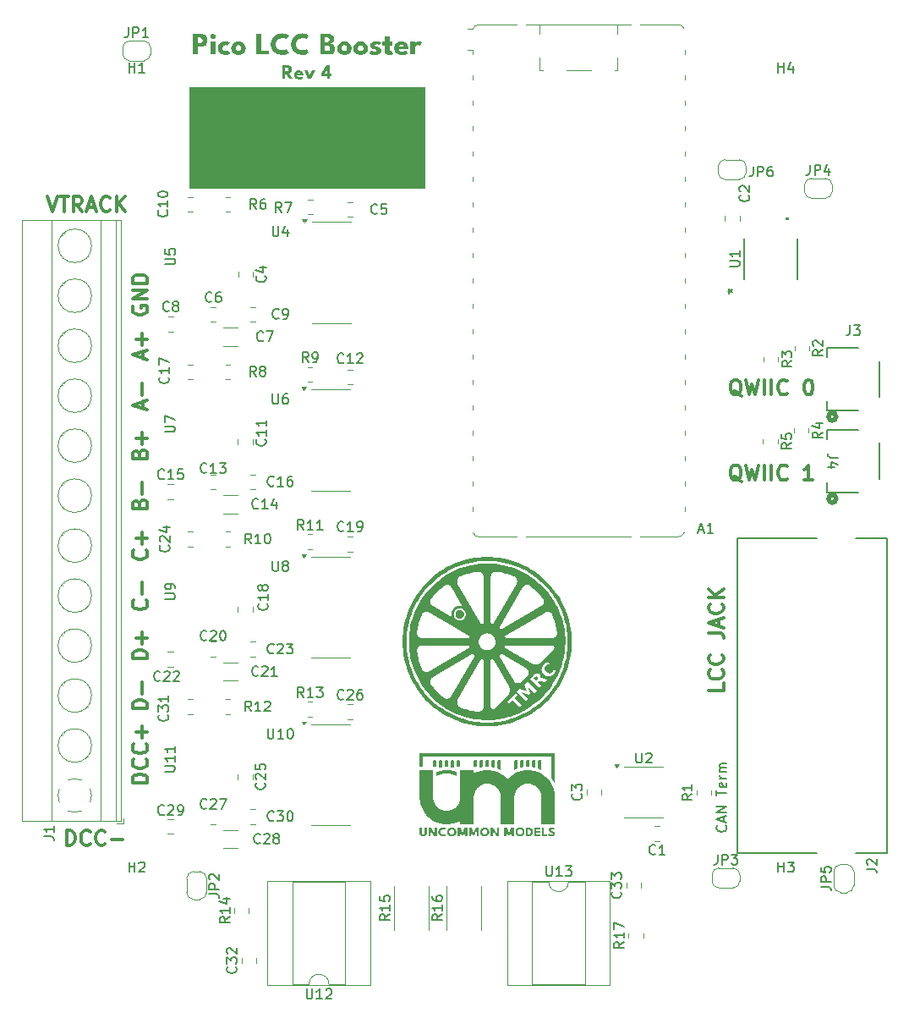
<source format=gbr>
%TF.GenerationSoftware,KiCad,Pcbnew,9.0.1-9.0.1-0~ubuntu24.04.1*%
%TF.CreationDate,2025-04-09T14:36:28-04:00*%
%TF.ProjectId,Pico_LCC,5069636f-5f4c-4434-932e-6b696361645f,4*%
%TF.SameCoordinates,Original*%
%TF.FileFunction,Legend,Top*%
%TF.FilePolarity,Positive*%
%FSLAX46Y46*%
G04 Gerber Fmt 4.6, Leading zero omitted, Abs format (unit mm)*
G04 Created by KiCad (PCBNEW 9.0.1-9.0.1-0~ubuntu24.04.1) date 2025-04-09 14:36:28*
%MOMM*%
%LPD*%
G01*
G04 APERTURE LIST*
%ADD10C,0.000000*%
%ADD11C,0.300000*%
%ADD12C,0.375000*%
%ADD13C,0.400000*%
%ADD14C,0.150000*%
%ADD15C,0.120000*%
%ADD16C,0.152400*%
%ADD17C,0.508000*%
%ADD18C,0.127000*%
G04 APERTURE END LIST*
G36*
X65275000Y-46625000D02*
G01*
X88900000Y-46625000D01*
X88900000Y-56775000D01*
X65275000Y-56775000D01*
X65275000Y-46625000D01*
G37*
D10*
G36*
X92607096Y-121292269D02*
G01*
X92619379Y-121359695D01*
X92631662Y-121292269D01*
X92813176Y-120726536D01*
X93099777Y-120726536D01*
X93099777Y-121574173D01*
X92896427Y-121574173D01*
X92896427Y-121075223D01*
X92905298Y-120933307D01*
X92870496Y-121095772D01*
X92719007Y-121506106D01*
X92519069Y-121506106D01*
X92368262Y-121095772D01*
X92334143Y-120933307D01*
X92343014Y-121075223D01*
X92343014Y-121574173D01*
X92138981Y-121574173D01*
X92138981Y-120726536D01*
X92425582Y-120726536D01*
X92607096Y-121292269D01*
G37*
G36*
X99270285Y-120726748D02*
G01*
X99287699Y-120727388D01*
X99304724Y-120728454D01*
X99321359Y-120729946D01*
X99337606Y-120731865D01*
X99353463Y-120734211D01*
X99368932Y-120736982D01*
X99384011Y-120740181D01*
X99398701Y-120743805D01*
X99413001Y-120747856D01*
X99426913Y-120752334D01*
X99440435Y-120757238D01*
X99453569Y-120762568D01*
X99466313Y-120768325D01*
X99478668Y-120774508D01*
X99490634Y-120781118D01*
X99502303Y-120788023D01*
X99513600Y-120795255D01*
X99524524Y-120802813D01*
X99535074Y-120810697D01*
X99545251Y-120818907D01*
X99555055Y-120827443D01*
X99564486Y-120836305D01*
X99573543Y-120845493D01*
X99582228Y-120855008D01*
X99590539Y-120864848D01*
X99598477Y-120875015D01*
X99606042Y-120885507D01*
X99613233Y-120896326D01*
X99620052Y-120907470D01*
X99626497Y-120918941D01*
X99632569Y-120930738D01*
X99638271Y-120942806D01*
X99643605Y-120955089D01*
X99648571Y-120967589D01*
X99653169Y-120980304D01*
X99657399Y-120993235D01*
X99661262Y-121006381D01*
X99664756Y-121019743D01*
X99667883Y-121033321D01*
X99670642Y-121047115D01*
X99673033Y-121061124D01*
X99675056Y-121075350D01*
X99676711Y-121089790D01*
X99677999Y-121104447D01*
X99678919Y-121119319D01*
X99679470Y-121134407D01*
X99679654Y-121149711D01*
X99679470Y-121165092D01*
X99678919Y-121180253D01*
X99677999Y-121195193D01*
X99676711Y-121209912D01*
X99675056Y-121224411D01*
X99673033Y-121238689D01*
X99670642Y-121252746D01*
X99667883Y-121266582D01*
X99664756Y-121280198D01*
X99661262Y-121293593D01*
X99657399Y-121306767D01*
X99653169Y-121319720D01*
X99648571Y-121332453D01*
X99643605Y-121344964D01*
X99638271Y-121357255D01*
X99632569Y-121369326D01*
X99626497Y-121381125D01*
X99620052Y-121392604D01*
X99613233Y-121403761D01*
X99606042Y-121414598D01*
X99598477Y-121425113D01*
X99590539Y-121435307D01*
X99582228Y-121445180D01*
X99573543Y-121454732D01*
X99564486Y-121463963D01*
X99555055Y-121472873D01*
X99545251Y-121481462D01*
X99535074Y-121489729D01*
X99524524Y-121497676D01*
X99513600Y-121505301D01*
X99502303Y-121512606D01*
X99490634Y-121519589D01*
X99478668Y-121526199D01*
X99466313Y-121532382D01*
X99453569Y-121538139D01*
X99440435Y-121543469D01*
X99426913Y-121548373D01*
X99413001Y-121552851D01*
X99398701Y-121556902D01*
X99384011Y-121560526D01*
X99368932Y-121563725D01*
X99353463Y-121566496D01*
X99337606Y-121568842D01*
X99321359Y-121570761D01*
X99304724Y-121572253D01*
X99287699Y-121573319D01*
X99270285Y-121573959D01*
X99252481Y-121574172D01*
X98981575Y-121574172D01*
X98981575Y-121404003D01*
X98981575Y-120896705D01*
X99184925Y-120896705D01*
X99184925Y-121404003D01*
X99234056Y-121404003D01*
X99243591Y-121403875D01*
X99252918Y-121403491D01*
X99262037Y-121402852D01*
X99270948Y-121401956D01*
X99279651Y-121400805D01*
X99288146Y-121399397D01*
X99296434Y-121397734D01*
X99304513Y-121395815D01*
X99312384Y-121393641D01*
X99320048Y-121391210D01*
X99327503Y-121388523D01*
X99334751Y-121385581D01*
X99341791Y-121382383D01*
X99348623Y-121378929D01*
X99355247Y-121375219D01*
X99361663Y-121371253D01*
X99367876Y-121366986D01*
X99373892Y-121362534D01*
X99379711Y-121357896D01*
X99385333Y-121353072D01*
X99390757Y-121348063D01*
X99395985Y-121342868D01*
X99401015Y-121337487D01*
X99405847Y-121331921D01*
X99410483Y-121326169D01*
X99414921Y-121320232D01*
X99419162Y-121314109D01*
X99423205Y-121307800D01*
X99427052Y-121301306D01*
X99430701Y-121294626D01*
X99434153Y-121287761D01*
X99437407Y-121280710D01*
X99440547Y-121273430D01*
X99443485Y-121266041D01*
X99446220Y-121258541D01*
X99448752Y-121250930D01*
X99451082Y-121243209D01*
X99453209Y-121235378D01*
X99455133Y-121227436D01*
X99456856Y-121219384D01*
X99458375Y-121211222D01*
X99459692Y-121202949D01*
X99460806Y-121194566D01*
X99461718Y-121186073D01*
X99462427Y-121177469D01*
X99462934Y-121168755D01*
X99463237Y-121159930D01*
X99463339Y-121150995D01*
X99463240Y-121141985D01*
X99462944Y-121133096D01*
X99462451Y-121124326D01*
X99461761Y-121115677D01*
X99460873Y-121107149D01*
X99459788Y-121098741D01*
X99458506Y-121090453D01*
X99457027Y-121082286D01*
X99455350Y-121074239D01*
X99453476Y-121066313D01*
X99451405Y-121058507D01*
X99449136Y-121050821D01*
X99446671Y-121043256D01*
X99444008Y-121035811D01*
X99441148Y-121028486D01*
X99438090Y-121021282D01*
X99434915Y-121014153D01*
X99431533Y-121007215D01*
X99427942Y-121000467D01*
X99424144Y-120993911D01*
X99420137Y-120987544D01*
X99415923Y-120981369D01*
X99411501Y-120975384D01*
X99406871Y-120969589D01*
X99402033Y-120963985D01*
X99396987Y-120958572D01*
X99391733Y-120953350D01*
X99386271Y-120948318D01*
X99380601Y-120943477D01*
X99374724Y-120938826D01*
X99368638Y-120934366D01*
X99362345Y-120930097D01*
X99355846Y-120926053D01*
X99349145Y-120922270D01*
X99342242Y-120918748D01*
X99335135Y-120915487D01*
X99327826Y-120912487D01*
X99320315Y-120909748D01*
X99312601Y-120907270D01*
X99304684Y-120905052D01*
X99296565Y-120903096D01*
X99288243Y-120901400D01*
X99279718Y-120899965D01*
X99270991Y-120898791D01*
X99262061Y-120897878D01*
X99252929Y-120897226D01*
X99243594Y-120896835D01*
X99234056Y-120896705D01*
X99184925Y-120896705D01*
X98981575Y-120896705D01*
X98981575Y-120726535D01*
X99252481Y-120726535D01*
X99270285Y-120726748D01*
G37*
G36*
X95526877Y-93663780D02*
G01*
X95956849Y-93696475D01*
X96380570Y-93750317D01*
X96797508Y-93824774D01*
X97207130Y-93919314D01*
X97608905Y-94033405D01*
X98002301Y-94166516D01*
X98386785Y-94318114D01*
X98761827Y-94487667D01*
X99126893Y-94674643D01*
X99481452Y-94878510D01*
X99824972Y-95098737D01*
X100156920Y-95334790D01*
X100476766Y-95586139D01*
X100783976Y-95852251D01*
X101078019Y-96132595D01*
X101358362Y-96426637D01*
X101624475Y-96733846D01*
X101875824Y-97053691D01*
X102111878Y-97385639D01*
X102332105Y-97729158D01*
X102535973Y-98083716D01*
X102722949Y-98448782D01*
X102892502Y-98823823D01*
X103044101Y-99208306D01*
X103177211Y-99601702D01*
X103291303Y-100003476D01*
X103385844Y-100413097D01*
X103460301Y-100830034D01*
X103514143Y-101253754D01*
X103546838Y-101683725D01*
X103557853Y-102119415D01*
X103546838Y-102555105D01*
X103514143Y-102985076D01*
X103460300Y-103408796D01*
X103385843Y-103825733D01*
X103291302Y-104235355D01*
X103177211Y-104637129D01*
X103044100Y-105030524D01*
X102892502Y-105415008D01*
X102722948Y-105790049D01*
X102535972Y-106155114D01*
X102332104Y-106509672D01*
X102111877Y-106853192D01*
X101875823Y-107185139D01*
X101624474Y-107504984D01*
X101358362Y-107812194D01*
X101078018Y-108106236D01*
X100783975Y-108386579D01*
X100476765Y-108652691D01*
X100156920Y-108904040D01*
X99824971Y-109140094D01*
X99481452Y-109360320D01*
X99126893Y-109564187D01*
X98761826Y-109751163D01*
X98386785Y-109920716D01*
X98002301Y-110072314D01*
X97608905Y-110205425D01*
X97207130Y-110319516D01*
X96797508Y-110414056D01*
X96380570Y-110488513D01*
X95956849Y-110542355D01*
X95526877Y-110575050D01*
X95091186Y-110586066D01*
X94655495Y-110575050D01*
X94225524Y-110542355D01*
X93801803Y-110488513D01*
X93384866Y-110414056D01*
X92975244Y-110319516D01*
X92573469Y-110205425D01*
X92180073Y-110072314D01*
X91795588Y-109920716D01*
X91420547Y-109751163D01*
X91055481Y-109564187D01*
X90700922Y-109360320D01*
X90357402Y-109140094D01*
X90025454Y-108904040D01*
X89705609Y-108652691D01*
X89398399Y-108386579D01*
X89104356Y-108106236D01*
X88824012Y-107812194D01*
X88557900Y-107504984D01*
X88306550Y-107185139D01*
X88070496Y-106853192D01*
X87850269Y-106509672D01*
X87646402Y-106155114D01*
X87459425Y-105790049D01*
X87289872Y-105415008D01*
X87138274Y-105030524D01*
X87005163Y-104637129D01*
X86891071Y-104235355D01*
X86796531Y-103825733D01*
X86722074Y-103408796D01*
X86668232Y-102985076D01*
X86635537Y-102555105D01*
X86624521Y-102119415D01*
X87016503Y-102119415D01*
X87027009Y-102534935D01*
X87058190Y-102945000D01*
X87109539Y-103349104D01*
X87180548Y-103746738D01*
X87270711Y-104137396D01*
X87379521Y-104520570D01*
X87506468Y-104895752D01*
X87651048Y-105262436D01*
X87812751Y-105620114D01*
X87991070Y-105968278D01*
X88185499Y-106306422D01*
X88395530Y-106634037D01*
X88620655Y-106950617D01*
X88860367Y-107255653D01*
X89114159Y-107548640D01*
X89381524Y-107829069D01*
X89661953Y-108096433D01*
X89954940Y-108350224D01*
X90259977Y-108589936D01*
X90576558Y-108815061D01*
X90904173Y-109025091D01*
X91242317Y-109219520D01*
X91590482Y-109397839D01*
X91948160Y-109559542D01*
X92314845Y-109704121D01*
X92690028Y-109831069D01*
X93073202Y-109939878D01*
X93463860Y-110030040D01*
X93861495Y-110101050D01*
X94265600Y-110152399D01*
X94675666Y-110183580D01*
X95091186Y-110194085D01*
X95506707Y-110183580D01*
X95916773Y-110152399D01*
X96320878Y-110101050D01*
X96718513Y-110030040D01*
X97109171Y-109939878D01*
X97492345Y-109831069D01*
X97867529Y-109704121D01*
X98234213Y-109559542D01*
X98591891Y-109397839D01*
X98940056Y-109219520D01*
X99278200Y-109025091D01*
X99605816Y-108815061D01*
X99922396Y-108589936D01*
X100227434Y-108350224D01*
X100520421Y-108096433D01*
X100800850Y-107829069D01*
X101068215Y-107548640D01*
X101322007Y-107255653D01*
X101561719Y-106950617D01*
X101786844Y-106634037D01*
X101996875Y-106306422D01*
X102191304Y-105968278D01*
X102369623Y-105620114D01*
X102531327Y-105262436D01*
X102675906Y-104895752D01*
X102802854Y-104520570D01*
X102911663Y-104137396D01*
X103001826Y-103746738D01*
X103072835Y-103349104D01*
X103124184Y-102945000D01*
X103155365Y-102534935D01*
X103165870Y-102119415D01*
X103155365Y-101703895D01*
X103124184Y-101293830D01*
X103072835Y-100889726D01*
X103001826Y-100492092D01*
X102911663Y-100101434D01*
X102802854Y-99718260D01*
X102675906Y-99343078D01*
X102531327Y-98976394D01*
X102369623Y-98618717D01*
X102191304Y-98270552D01*
X101996875Y-97932409D01*
X101786844Y-97604794D01*
X101561719Y-97288214D01*
X101322007Y-96983177D01*
X101068215Y-96690191D01*
X100800850Y-96409762D01*
X100520421Y-96142398D01*
X100227434Y-95888606D01*
X99922396Y-95648895D01*
X99605816Y-95423770D01*
X99278200Y-95213739D01*
X98940056Y-95019311D01*
X98591891Y-94840992D01*
X98234213Y-94679289D01*
X97867529Y-94534710D01*
X97492345Y-94407762D01*
X97109171Y-94298953D01*
X96718513Y-94208790D01*
X96320878Y-94137781D01*
X95916773Y-94086432D01*
X95506707Y-94055251D01*
X95091186Y-94044746D01*
X94675666Y-94055251D01*
X94265600Y-94086432D01*
X93861495Y-94137781D01*
X93463860Y-94208790D01*
X93073202Y-94298953D01*
X92690028Y-94407762D01*
X92314845Y-94534710D01*
X91948160Y-94679289D01*
X91590482Y-94840991D01*
X91242317Y-95019311D01*
X90904173Y-95213739D01*
X90576558Y-95423770D01*
X90259977Y-95648894D01*
X89954940Y-95888606D01*
X89661953Y-96142398D01*
X89381524Y-96409762D01*
X89114159Y-96690191D01*
X88860367Y-96983177D01*
X88620655Y-97288214D01*
X88395530Y-97604794D01*
X88185499Y-97932409D01*
X87991070Y-98270552D01*
X87812751Y-98618717D01*
X87651047Y-98976394D01*
X87506468Y-99343078D01*
X87379521Y-99718260D01*
X87270711Y-100101434D01*
X87180548Y-100492092D01*
X87109539Y-100889726D01*
X87058190Y-101293830D01*
X87027009Y-101703895D01*
X87016503Y-102119415D01*
X86624521Y-102119415D01*
X86635537Y-101683725D01*
X86668232Y-101253754D01*
X86722074Y-100830034D01*
X86796531Y-100413097D01*
X86891071Y-100003476D01*
X87005163Y-99601701D01*
X87138274Y-99208306D01*
X87289872Y-98823822D01*
X87459425Y-98448782D01*
X87646402Y-98083716D01*
X87850269Y-97729158D01*
X88070496Y-97385639D01*
X88306550Y-97053691D01*
X88557899Y-96733846D01*
X88824012Y-96426637D01*
X89104356Y-96132594D01*
X89398398Y-95852251D01*
X89705608Y-95586139D01*
X90025454Y-95334790D01*
X90357402Y-95098737D01*
X90700922Y-94878510D01*
X91055481Y-94674643D01*
X91420547Y-94487667D01*
X91795588Y-94318114D01*
X92180073Y-94166516D01*
X92573468Y-94033405D01*
X92975243Y-93919314D01*
X93384866Y-93824774D01*
X93801803Y-93750316D01*
X94225524Y-93696474D01*
X94655495Y-93663780D01*
X95091186Y-93652764D01*
X95526877Y-93663780D01*
G37*
G36*
X91051939Y-113951815D02*
G01*
X91060279Y-113952435D01*
X91068548Y-113953462D01*
X91076732Y-113954890D01*
X91084817Y-113956713D01*
X91092790Y-113958926D01*
X91100637Y-113961522D01*
X91108343Y-113964496D01*
X91115896Y-113967842D01*
X91123280Y-113971555D01*
X91130482Y-113975628D01*
X91137489Y-113980056D01*
X91144285Y-113984834D01*
X91150859Y-113989954D01*
X91157195Y-113995413D01*
X91163279Y-114001203D01*
X91169069Y-114007288D01*
X91174528Y-114013623D01*
X91179648Y-114020197D01*
X91184426Y-114026994D01*
X91188854Y-114034000D01*
X91192927Y-114041202D01*
X91196640Y-114048587D01*
X91199986Y-114056139D01*
X91202960Y-114063845D01*
X91205556Y-114071692D01*
X91207769Y-114079665D01*
X91209592Y-114087750D01*
X91211020Y-114095934D01*
X91212047Y-114104203D01*
X91212668Y-114112543D01*
X91212876Y-114120940D01*
X91212874Y-114640019D01*
X91170600Y-114636366D01*
X91128285Y-114633301D01*
X91085930Y-114630826D01*
X91043540Y-114628940D01*
X91001151Y-114630826D01*
X90958797Y-114633301D01*
X90916482Y-114636366D01*
X90874209Y-114640019D01*
X90874209Y-114120940D01*
X90874337Y-114114282D01*
X90874726Y-114107642D01*
X90875375Y-114101027D01*
X90876283Y-114094445D01*
X90877448Y-114087905D01*
X90878870Y-114081412D01*
X90880547Y-114074975D01*
X90882477Y-114068602D01*
X90887217Y-114055790D01*
X90892899Y-114043542D01*
X90899475Y-114031895D01*
X90906893Y-114020885D01*
X90915105Y-114010548D01*
X90924060Y-114000920D01*
X90933709Y-113992037D01*
X90944001Y-113983936D01*
X90954888Y-113976653D01*
X90966319Y-113970224D01*
X90978244Y-113964684D01*
X90990614Y-113960071D01*
X91003379Y-113956421D01*
X91016488Y-113953769D01*
X91029892Y-113952152D01*
X91043542Y-113951607D01*
X91051939Y-113951815D01*
G37*
G36*
X97775902Y-121574173D02*
G01*
X97572552Y-121574173D01*
X97572552Y-121075223D01*
X97581422Y-120933307D01*
X97546620Y-121095772D01*
X97395130Y-121506106D01*
X97195192Y-121506106D01*
X97044385Y-121095772D01*
X97010266Y-120933307D01*
X97019138Y-121075223D01*
X97019138Y-121574173D01*
X96815105Y-121574173D01*
X96815105Y-120726536D01*
X97101705Y-120726536D01*
X97283219Y-121292269D01*
X97295503Y-121359695D01*
X97307786Y-121292269D01*
X97489301Y-120726536D01*
X97775902Y-120726535D01*
X97775902Y-121574173D01*
G37*
G36*
X95708605Y-113938007D02*
G01*
X95716945Y-113938627D01*
X95725214Y-113939654D01*
X95733398Y-113941082D01*
X95741484Y-113942905D01*
X95749457Y-113945118D01*
X95757303Y-113947714D01*
X95765010Y-113950688D01*
X95772562Y-113954034D01*
X95779946Y-113957747D01*
X95787148Y-113961820D01*
X95794155Y-113966248D01*
X95800952Y-113971026D01*
X95807525Y-113976146D01*
X95813861Y-113981605D01*
X95819946Y-113987395D01*
X95825736Y-113993480D01*
X95831194Y-113999815D01*
X95836315Y-114006389D01*
X95841092Y-114013186D01*
X95845520Y-114020192D01*
X95849594Y-114027394D01*
X95853306Y-114034779D01*
X95856652Y-114042331D01*
X95859627Y-114050037D01*
X95862223Y-114057884D01*
X95864435Y-114065857D01*
X95866258Y-114073942D01*
X95867687Y-114082127D01*
X95868714Y-114090395D01*
X95869334Y-114098735D01*
X95869542Y-114107132D01*
X95869541Y-114713606D01*
X95827648Y-114703087D01*
X95785617Y-114693165D01*
X95743453Y-114683840D01*
X95701163Y-114675113D01*
X95658754Y-114666987D01*
X95616232Y-114659462D01*
X95573604Y-114652539D01*
X95530875Y-114646221D01*
X95530875Y-114107132D01*
X95531083Y-114098735D01*
X95531704Y-114090395D01*
X95532731Y-114082127D01*
X95534159Y-114073942D01*
X95535982Y-114065857D01*
X95538194Y-114057884D01*
X95540791Y-114050037D01*
X95543765Y-114042331D01*
X95547111Y-114034779D01*
X95550824Y-114027394D01*
X95554897Y-114020192D01*
X95559325Y-114013186D01*
X95564103Y-114006389D01*
X95569223Y-113999815D01*
X95574682Y-113993480D01*
X95580472Y-113987395D01*
X95586557Y-113981605D01*
X95592893Y-113976146D01*
X95599466Y-113971026D01*
X95606263Y-113966248D01*
X95613269Y-113961820D01*
X95620471Y-113957747D01*
X95627856Y-113954034D01*
X95635408Y-113950688D01*
X95643114Y-113947714D01*
X95650961Y-113945118D01*
X95658933Y-113942905D01*
X95667019Y-113941082D01*
X95675203Y-113939654D01*
X95683472Y-113938627D01*
X95691812Y-113938007D01*
X95700209Y-113937798D01*
X95708605Y-113938007D01*
G37*
G36*
X96272031Y-121574173D02*
G01*
X95992253Y-121574173D01*
X95643555Y-120930209D01*
X95643555Y-121574172D01*
X95439522Y-121574172D01*
X95439522Y-120726535D01*
X95717935Y-120726535D01*
X96067999Y-121366909D01*
X96067999Y-120726534D01*
X96272031Y-120726534D01*
X96272031Y-121574173D01*
G37*
G36*
X95494556Y-94291146D02*
G01*
X95892630Y-94321416D01*
X96284916Y-94371263D01*
X96670922Y-94440196D01*
X97050154Y-94527722D01*
X97422121Y-94633348D01*
X97786330Y-94756581D01*
X98142289Y-94896930D01*
X98489504Y-95053902D01*
X98827484Y-95227004D01*
X99155736Y-95415744D01*
X99473768Y-95619630D01*
X99781087Y-95838168D01*
X100077200Y-96070867D01*
X100361615Y-96317233D01*
X100633840Y-96576775D01*
X100893382Y-96848999D01*
X101139749Y-97133414D01*
X101372448Y-97429527D01*
X101590986Y-97736845D01*
X101794871Y-98054876D01*
X101983611Y-98383128D01*
X102156713Y-98721107D01*
X102313685Y-99068322D01*
X102454034Y-99424280D01*
X102577268Y-99788488D01*
X102682894Y-100160454D01*
X102770419Y-100539686D01*
X102839352Y-100925690D01*
X102889199Y-101317975D01*
X102919469Y-101716048D01*
X102929668Y-102119416D01*
X102925151Y-102350988D01*
X102913819Y-102581970D01*
X102895709Y-102812217D01*
X102870855Y-103041583D01*
X102839292Y-103269923D01*
X102801057Y-103497092D01*
X102756184Y-103722942D01*
X102704708Y-103947330D01*
X102646665Y-104170109D01*
X102582091Y-104391133D01*
X102511019Y-104610258D01*
X102433487Y-104827337D01*
X102349528Y-105042225D01*
X102259178Y-105254776D01*
X102162473Y-105464845D01*
X102059448Y-105672286D01*
X102013013Y-105757116D01*
X101871695Y-106013699D01*
X101721275Y-106264215D01*
X101561963Y-106508451D01*
X101393971Y-106746192D01*
X101217513Y-106977224D01*
X101032799Y-107201333D01*
X100840043Y-107418304D01*
X100639456Y-107627923D01*
X100431251Y-107829977D01*
X100215639Y-108024250D01*
X99992833Y-108210528D01*
X99763044Y-108388599D01*
X99526486Y-108558246D01*
X99283370Y-108719256D01*
X99033909Y-108871415D01*
X98778313Y-109014508D01*
X98723057Y-109044730D01*
X98688813Y-109063150D01*
X98479191Y-109168982D01*
X98266831Y-109268334D01*
X98051885Y-109361168D01*
X97834504Y-109447448D01*
X97614839Y-109527135D01*
X97393043Y-109600192D01*
X97169267Y-109666581D01*
X96943662Y-109726266D01*
X96716381Y-109779209D01*
X96487574Y-109825372D01*
X96257393Y-109864719D01*
X96025990Y-109897210D01*
X95793516Y-109922810D01*
X95560123Y-109941481D01*
X95325963Y-109953185D01*
X95091186Y-109957884D01*
X94687817Y-109947685D01*
X94289743Y-109917415D01*
X93897457Y-109867567D01*
X93511451Y-109798635D01*
X93132219Y-109711109D01*
X92760252Y-109605483D01*
X92396043Y-109482250D01*
X92040085Y-109341901D01*
X91692869Y-109184929D01*
X91354889Y-109011827D01*
X91026637Y-108823087D01*
X90708606Y-108619202D01*
X90401287Y-108400664D01*
X90133847Y-108190499D01*
X92083740Y-108190499D01*
X92084169Y-108218282D01*
X92086031Y-108245866D01*
X92089311Y-108273196D01*
X92093998Y-108300216D01*
X92100080Y-108326873D01*
X92107544Y-108353112D01*
X92116377Y-108378878D01*
X92126567Y-108404117D01*
X92138102Y-108428774D01*
X92150969Y-108452796D01*
X92165156Y-108476126D01*
X92180651Y-108498711D01*
X92197440Y-108520496D01*
X92215512Y-108541426D01*
X92234854Y-108561448D01*
X92255454Y-108580506D01*
X92277299Y-108598546D01*
X92300378Y-108615513D01*
X92324676Y-108631353D01*
X92350183Y-108646011D01*
X92376885Y-108659433D01*
X92404771Y-108671564D01*
X92614909Y-108752342D01*
X92827337Y-108826349D01*
X93041891Y-108893543D01*
X93258412Y-108953879D01*
X93476738Y-109007317D01*
X93696708Y-109053812D01*
X93918161Y-109093323D01*
X94140934Y-109125806D01*
X94171197Y-109128886D01*
X94201077Y-109130259D01*
X94230538Y-109129968D01*
X94259540Y-109128055D01*
X94288047Y-109124560D01*
X94316021Y-109119526D01*
X94343422Y-109112993D01*
X94370214Y-109105004D01*
X94396358Y-109095600D01*
X94421817Y-109084823D01*
X94446552Y-109072713D01*
X94470525Y-109059313D01*
X94493699Y-109044664D01*
X94516036Y-109028808D01*
X94537498Y-109011786D01*
X94558046Y-108993639D01*
X94577642Y-108974410D01*
X94596250Y-108954139D01*
X94613830Y-108932869D01*
X94630345Y-108910640D01*
X94645758Y-108887495D01*
X94660029Y-108863474D01*
X94673121Y-108838620D01*
X94684996Y-108812973D01*
X94695616Y-108786577D01*
X94704943Y-108759471D01*
X94712940Y-108731697D01*
X94719567Y-108703298D01*
X94724788Y-108674314D01*
X94728564Y-108644787D01*
X94730858Y-108614758D01*
X94731154Y-108603077D01*
X95450742Y-108603077D01*
X95451501Y-108623270D01*
X95453743Y-108642796D01*
X95457398Y-108661625D01*
X95462399Y-108679729D01*
X95468676Y-108697080D01*
X95476161Y-108713649D01*
X95484786Y-108729408D01*
X95494481Y-108744328D01*
X95505179Y-108758381D01*
X95516810Y-108771538D01*
X95529306Y-108783772D01*
X95542599Y-108795053D01*
X95556620Y-108805354D01*
X95571300Y-108814645D01*
X95586570Y-108822898D01*
X95602363Y-108830086D01*
X95618609Y-108836178D01*
X95635240Y-108841148D01*
X95652188Y-108844967D01*
X95669383Y-108847605D01*
X95686758Y-108849035D01*
X95704243Y-108849229D01*
X95721771Y-108848157D01*
X95739272Y-108845792D01*
X95756677Y-108842105D01*
X95773919Y-108837067D01*
X95790929Y-108830650D01*
X95807638Y-108822826D01*
X95823977Y-108813566D01*
X95839879Y-108802842D01*
X95855273Y-108790625D01*
X95870093Y-108776888D01*
X96552426Y-108094486D01*
X97100260Y-108094486D01*
X97282242Y-108276468D01*
X97592507Y-107966203D01*
X98344434Y-108718129D01*
X98585304Y-108477258D01*
X97833378Y-107725333D01*
X98142995Y-107415717D01*
X97961013Y-107233735D01*
X97100260Y-108094486D01*
X96552426Y-108094486D01*
X97130611Y-107516242D01*
X97174669Y-107468336D01*
X97214070Y-107417574D01*
X97248772Y-107364271D01*
X97278734Y-107308741D01*
X97303913Y-107251299D01*
X97324270Y-107192261D01*
X97339762Y-107131942D01*
X97343688Y-107109214D01*
X98085534Y-107109214D01*
X99019443Y-108043122D01*
X99247732Y-107814833D01*
X98564681Y-107131783D01*
X99283402Y-107420128D01*
X99436070Y-107267460D01*
X99147596Y-106548739D01*
X99830777Y-107231789D01*
X100058417Y-107004149D01*
X99124508Y-106070242D01*
X98818653Y-106376096D01*
X99104533Y-107089758D01*
X98392038Y-106802711D01*
X98085534Y-107109214D01*
X97343688Y-107109214D01*
X97350348Y-107070656D01*
X97355987Y-107008718D01*
X97356636Y-106946444D01*
X97352256Y-106884148D01*
X97342803Y-106822146D01*
X97328237Y-106760752D01*
X97308517Y-106700282D01*
X97283600Y-106641050D01*
X97253446Y-106583372D01*
X95747258Y-103974785D01*
X95742661Y-103967314D01*
X95737686Y-103960144D01*
X95732349Y-103953286D01*
X95726665Y-103946753D01*
X95720651Y-103940555D01*
X95714322Y-103934704D01*
X95707696Y-103929210D01*
X95700786Y-103924086D01*
X95693611Y-103919343D01*
X95686185Y-103914991D01*
X95678524Y-103911042D01*
X95670645Y-103907508D01*
X95662564Y-103904399D01*
X95654296Y-103901727D01*
X95645857Y-103899503D01*
X95637264Y-103897738D01*
X95637264Y-103897731D01*
X95628165Y-103896388D01*
X95619129Y-103895571D01*
X95610170Y-103895270D01*
X95601303Y-103895470D01*
X95592543Y-103896160D01*
X95583905Y-103897327D01*
X95575404Y-103898959D01*
X95567054Y-103901044D01*
X95558870Y-103903568D01*
X95550868Y-103906519D01*
X95543061Y-103909885D01*
X95535466Y-103913654D01*
X95528097Y-103917812D01*
X95520968Y-103922348D01*
X95514094Y-103927249D01*
X95507491Y-103932502D01*
X95501174Y-103938095D01*
X95495156Y-103944015D01*
X95489454Y-103950250D01*
X95484081Y-103956788D01*
X95479053Y-103963616D01*
X95474384Y-103970721D01*
X95470090Y-103978091D01*
X95466185Y-103985714D01*
X95462684Y-103993577D01*
X95459602Y-104001668D01*
X95456954Y-104009973D01*
X95454755Y-104018481D01*
X95453019Y-104027180D01*
X95451762Y-104036056D01*
X95450997Y-104045097D01*
X95450742Y-104054290D01*
X95450742Y-108603077D01*
X94731154Y-108603077D01*
X94731631Y-108584270D01*
X94731631Y-104054290D01*
X94731631Y-104054167D01*
X94731376Y-104044974D01*
X94730612Y-104035933D01*
X94729355Y-104027059D01*
X94727620Y-104018363D01*
X94725421Y-104009857D01*
X94722774Y-104001555D01*
X94719692Y-103993468D01*
X94716191Y-103985609D01*
X94712287Y-103977991D01*
X94707993Y-103970625D01*
X94703324Y-103963525D01*
X94698296Y-103956703D01*
X94692923Y-103950170D01*
X94687221Y-103943941D01*
X94681203Y-103938026D01*
X94674885Y-103932439D01*
X94668282Y-103927192D01*
X94661409Y-103922298D01*
X94654280Y-103917768D01*
X94646910Y-103913616D01*
X94639314Y-103909853D01*
X94631508Y-103906492D01*
X94623505Y-103903546D01*
X94615321Y-103901027D01*
X94606971Y-103898947D01*
X94598470Y-103897319D01*
X94589831Y-103896156D01*
X94581071Y-103895469D01*
X94572204Y-103895271D01*
X94563245Y-103895575D01*
X94554208Y-103896394D01*
X94545110Y-103897738D01*
X94545110Y-103897739D01*
X94536516Y-103899502D01*
X94528078Y-103901722D01*
X94519810Y-103904388D01*
X94511728Y-103907488D01*
X94503849Y-103911013D01*
X94496188Y-103914951D01*
X94488762Y-103919291D01*
X94481586Y-103924022D01*
X94474677Y-103929134D01*
X94468050Y-103934616D01*
X94461722Y-103940456D01*
X94455708Y-103946644D01*
X94450024Y-103953169D01*
X94444687Y-103960020D01*
X94439712Y-103967186D01*
X94435116Y-103974657D01*
X92160917Y-107913672D01*
X92146347Y-107940454D01*
X92133332Y-107967581D01*
X92121862Y-107995000D01*
X92111922Y-108022655D01*
X92103501Y-108050492D01*
X92096586Y-108078457D01*
X92091165Y-108106494D01*
X92087225Y-108134550D01*
X92084754Y-108162570D01*
X92083740Y-108190499D01*
X90133847Y-108190499D01*
X90105174Y-108167966D01*
X89820758Y-107921600D01*
X89548534Y-107662059D01*
X89288992Y-107389834D01*
X89042625Y-107105419D01*
X88809926Y-106809307D01*
X88591388Y-106501989D01*
X88387503Y-106183958D01*
X88353948Y-106125600D01*
X89393319Y-106125600D01*
X89393831Y-106152970D01*
X89395845Y-106180352D01*
X89399378Y-106207691D01*
X89404446Y-106234935D01*
X89411065Y-106262029D01*
X89419253Y-106288920D01*
X89429027Y-106315556D01*
X89440402Y-106341881D01*
X89453396Y-106367843D01*
X89468026Y-106393389D01*
X89484308Y-106418464D01*
X89502258Y-106443016D01*
X89642463Y-106618312D01*
X89788036Y-106788949D01*
X89938858Y-106954808D01*
X90094812Y-107115773D01*
X90255779Y-107271725D01*
X90421640Y-107422548D01*
X90592279Y-107568122D01*
X90767575Y-107708332D01*
X90792127Y-107726282D01*
X90817202Y-107742564D01*
X90842748Y-107757194D01*
X90868710Y-107770188D01*
X90895036Y-107781563D01*
X90921671Y-107791337D01*
X90948563Y-107799525D01*
X90975657Y-107806144D01*
X91002901Y-107811212D01*
X91030240Y-107814745D01*
X91057622Y-107816759D01*
X91084992Y-107817271D01*
X91112297Y-107816298D01*
X91139485Y-107813857D01*
X91166500Y-107809965D01*
X91193291Y-107804638D01*
X91219802Y-107797892D01*
X91245982Y-107789745D01*
X91271775Y-107780213D01*
X91297130Y-107769314D01*
X91321991Y-107757062D01*
X91346307Y-107743477D01*
X91370023Y-107728573D01*
X91393085Y-107712368D01*
X91415441Y-107694879D01*
X91437036Y-107676122D01*
X91457818Y-107656114D01*
X91477733Y-107634872D01*
X91496727Y-107612412D01*
X91514746Y-107588751D01*
X91531738Y-107563906D01*
X91547649Y-107537894D01*
X93812509Y-103615230D01*
X93817473Y-103605962D01*
X93821757Y-103596566D01*
X93825375Y-103587067D01*
X93828339Y-103577490D01*
X93830661Y-103567859D01*
X93832354Y-103558199D01*
X93833429Y-103548536D01*
X93833858Y-103539741D01*
X96348813Y-103539741D01*
X96349243Y-103548288D01*
X96350142Y-103556841D01*
X96351516Y-103565382D01*
X96353373Y-103573892D01*
X96355719Y-103582354D01*
X96358560Y-103590750D01*
X96361904Y-103599060D01*
X96365755Y-103607268D01*
X96370123Y-103615354D01*
X97779807Y-106057004D01*
X97794423Y-106080668D01*
X97810177Y-106103080D01*
X97827005Y-106124231D01*
X97844841Y-106144113D01*
X97863625Y-106162717D01*
X97883290Y-106180036D01*
X97903774Y-106196060D01*
X97925013Y-106210781D01*
X97946943Y-106224190D01*
X97969500Y-106236280D01*
X97992621Y-106247042D01*
X98016242Y-106256467D01*
X98040300Y-106264547D01*
X98064730Y-106271273D01*
X98089469Y-106276638D01*
X98114453Y-106280632D01*
X98139618Y-106283248D01*
X98164901Y-106284476D01*
X98190239Y-106284309D01*
X98215566Y-106282738D01*
X98240820Y-106279754D01*
X98265937Y-106275350D01*
X98290853Y-106269516D01*
X98315504Y-106262244D01*
X98339828Y-106253526D01*
X98363759Y-106243354D01*
X98387234Y-106231719D01*
X98410190Y-106218612D01*
X98432563Y-106204025D01*
X98454289Y-106187950D01*
X98475304Y-106170379D01*
X98495545Y-106151302D01*
X98812418Y-105834429D01*
X99360318Y-105834429D01*
X100294227Y-106768337D01*
X100535099Y-106527466D01*
X100181639Y-106174008D01*
X100249867Y-106105911D01*
X100257224Y-106098754D01*
X100264596Y-106091981D01*
X100271982Y-106085594D01*
X100279382Y-106079593D01*
X100286797Y-106073977D01*
X100294226Y-106068746D01*
X100301670Y-106063902D01*
X100309129Y-106059443D01*
X100316602Y-106055371D01*
X100324090Y-106051684D01*
X100331593Y-106048384D01*
X100339110Y-106045471D01*
X100346643Y-106042944D01*
X100354190Y-106040804D01*
X100361752Y-106039050D01*
X100369329Y-106037684D01*
X100377161Y-106036612D01*
X100385329Y-106035897D01*
X100393835Y-106035540D01*
X100402679Y-106035540D01*
X100411859Y-106035897D01*
X100421377Y-106036611D01*
X100431232Y-106037682D01*
X100441424Y-106039110D01*
X100451953Y-106040894D01*
X100462819Y-106043035D01*
X100474023Y-106045533D01*
X100485564Y-106048387D01*
X100497442Y-106051598D01*
X100509657Y-106055165D01*
X100535099Y-106063367D01*
X100881035Y-106181532D01*
X101137471Y-105925096D01*
X100741467Y-105790588D01*
X100711942Y-105781056D01*
X100683731Y-105772789D01*
X100656831Y-105765789D01*
X100643873Y-105762765D01*
X100631243Y-105760059D01*
X100618940Y-105757670D01*
X100606964Y-105755599D01*
X100595315Y-105753846D01*
X100583994Y-105752412D01*
X100572999Y-105751295D01*
X100562331Y-105750498D01*
X100551989Y-105750019D01*
X100541974Y-105749859D01*
X100532192Y-105749858D01*
X100522550Y-105750165D01*
X100513048Y-105750781D01*
X100503688Y-105751706D01*
X100494468Y-105752940D01*
X100485389Y-105754482D01*
X100476451Y-105756332D01*
X100467655Y-105758491D01*
X100459001Y-105760957D01*
X100450488Y-105763731D01*
X100442118Y-105766813D01*
X100433890Y-105770201D01*
X100425805Y-105773898D01*
X100417862Y-105777901D01*
X100410063Y-105782210D01*
X100402406Y-105786827D01*
X100409847Y-105772105D01*
X100416688Y-105757495D01*
X100422928Y-105742998D01*
X100428568Y-105728613D01*
X100433607Y-105714341D01*
X100438045Y-105700181D01*
X100441883Y-105686133D01*
X100445119Y-105672198D01*
X100447754Y-105658376D01*
X100449788Y-105644665D01*
X100451221Y-105631067D01*
X100452053Y-105617582D01*
X100452282Y-105604209D01*
X100451911Y-105590948D01*
X100450937Y-105577800D01*
X100449362Y-105564764D01*
X100447259Y-105551752D01*
X100444547Y-105538834D01*
X100441225Y-105526009D01*
X100437294Y-105513277D01*
X100432753Y-105500638D01*
X100427602Y-105488092D01*
X100421841Y-105475639D01*
X100415469Y-105463278D01*
X100408486Y-105451011D01*
X100400892Y-105438836D01*
X100392687Y-105426755D01*
X100383870Y-105414765D01*
X100374441Y-105402869D01*
X100364400Y-105391065D01*
X100353746Y-105379354D01*
X100342480Y-105367736D01*
X100327796Y-105353567D01*
X100313026Y-105340345D01*
X100298169Y-105328070D01*
X100283226Y-105316741D01*
X100268197Y-105306359D01*
X100253082Y-105296923D01*
X100237881Y-105288433D01*
X100222594Y-105280890D01*
X100207221Y-105274294D01*
X100191762Y-105268645D01*
X100176217Y-105263942D01*
X100160585Y-105260186D01*
X100144868Y-105257376D01*
X100129065Y-105255514D01*
X100113175Y-105254598D01*
X100097200Y-105254629D01*
X100097199Y-105254628D01*
X100092619Y-105254812D01*
X100088032Y-105255073D01*
X100083438Y-105255413D01*
X100078837Y-105255829D01*
X100074228Y-105256323D01*
X100069613Y-105256893D01*
X100064991Y-105257539D01*
X100060362Y-105258260D01*
X100041764Y-105261860D01*
X100022877Y-105266715D01*
X100003702Y-105272827D01*
X99984238Y-105280195D01*
X99964485Y-105288818D01*
X99944443Y-105298698D01*
X99924113Y-105309834D01*
X99903495Y-105322226D01*
X99882588Y-105335874D01*
X99861393Y-105350778D01*
X99839910Y-105366938D01*
X99818139Y-105384353D01*
X99796080Y-105403025D01*
X99773733Y-105422952D01*
X99751098Y-105444135D01*
X99728175Y-105466573D01*
X99360318Y-105834429D01*
X98812418Y-105834429D01*
X99123080Y-105523768D01*
X99142157Y-105503527D01*
X99159728Y-105482512D01*
X99175803Y-105460786D01*
X99190390Y-105438413D01*
X99203497Y-105415458D01*
X99215132Y-105391982D01*
X99225305Y-105368051D01*
X99234022Y-105343728D01*
X99241294Y-105319077D01*
X99247128Y-105294161D01*
X99251533Y-105269044D01*
X99254516Y-105243790D01*
X99256088Y-105218462D01*
X99256255Y-105193125D01*
X99255026Y-105167842D01*
X99252411Y-105142677D01*
X99248417Y-105117693D01*
X99243052Y-105092954D01*
X99236325Y-105068524D01*
X99228245Y-105044466D01*
X99218820Y-105020845D01*
X99208059Y-104997724D01*
X99195969Y-104975167D01*
X99182559Y-104953237D01*
X99167838Y-104931998D01*
X99151814Y-104911514D01*
X99134496Y-104891849D01*
X99121888Y-104879120D01*
X100543270Y-104879120D01*
X100543387Y-104912263D01*
X100545301Y-104945075D01*
X100549014Y-104977554D01*
X100554524Y-105009702D01*
X100561832Y-105041517D01*
X100570939Y-105073000D01*
X100581844Y-105104151D01*
X100594547Y-105134970D01*
X100609048Y-105165456D01*
X100625348Y-105195610D01*
X100643446Y-105225431D01*
X100663344Y-105254920D01*
X100685040Y-105284077D01*
X100708535Y-105312901D01*
X100733829Y-105341392D01*
X100760922Y-105369551D01*
X100789008Y-105396573D01*
X100817436Y-105421807D01*
X100846206Y-105445255D01*
X100875319Y-105466915D01*
X100904774Y-105486788D01*
X100934571Y-105504873D01*
X100964710Y-105521170D01*
X100995191Y-105535679D01*
X101026014Y-105548399D01*
X101057180Y-105559330D01*
X101088687Y-105568472D01*
X101120537Y-105575824D01*
X101152728Y-105581387D01*
X101185262Y-105585159D01*
X101218137Y-105587142D01*
X101251354Y-105587333D01*
X101284534Y-105585664D01*
X101317454Y-105582222D01*
X101350115Y-105577005D01*
X101382516Y-105570015D01*
X101414658Y-105561250D01*
X101446540Y-105550712D01*
X101478164Y-105538400D01*
X101509528Y-105524314D01*
X101540633Y-105508453D01*
X101571480Y-105490819D01*
X101602067Y-105471411D01*
X101632396Y-105450229D01*
X101662466Y-105427273D01*
X101692277Y-105402543D01*
X101721830Y-105376038D01*
X101751125Y-105347760D01*
X101770299Y-105328033D01*
X101788728Y-105307949D01*
X101806411Y-105287510D01*
X101823350Y-105266718D01*
X101839546Y-105245573D01*
X101855000Y-105224079D01*
X101869714Y-105202236D01*
X101883689Y-105180046D01*
X101896945Y-105157507D01*
X101909502Y-105134618D01*
X101921358Y-105111376D01*
X101932512Y-105087784D01*
X101942962Y-105063839D01*
X101952707Y-105039542D01*
X101961745Y-105014893D01*
X101970075Y-104989892D01*
X101776808Y-104796625D01*
X101771137Y-104824360D01*
X101764758Y-104851269D01*
X101757672Y-104877353D01*
X101749881Y-104902615D01*
X101741387Y-104927055D01*
X101732190Y-104950677D01*
X101722292Y-104973480D01*
X101711694Y-104995469D01*
X101706111Y-105006204D01*
X101700309Y-105016830D01*
X101694287Y-105027345D01*
X101688045Y-105037750D01*
X101681584Y-105048043D01*
X101674903Y-105058225D01*
X101668002Y-105068295D01*
X101660882Y-105078254D01*
X101653541Y-105088099D01*
X101645980Y-105097833D01*
X101638200Y-105107453D01*
X101630199Y-105116959D01*
X101621978Y-105126352D01*
X101613537Y-105135631D01*
X101604876Y-105144795D01*
X101595994Y-105153845D01*
X101579779Y-105169414D01*
X101563349Y-105183909D01*
X101546705Y-105197329D01*
X101529845Y-105209674D01*
X101512771Y-105220944D01*
X101495482Y-105231139D01*
X101477978Y-105240259D01*
X101460259Y-105248304D01*
X101442325Y-105255273D01*
X101424175Y-105261168D01*
X101405811Y-105265987D01*
X101387232Y-105269731D01*
X101368437Y-105272400D01*
X101349427Y-105273994D01*
X101330202Y-105274512D01*
X101310762Y-105273955D01*
X101291260Y-105272329D01*
X101271850Y-105269642D01*
X101252532Y-105265893D01*
X101233306Y-105261083D01*
X101214173Y-105255212D01*
X101195132Y-105248279D01*
X101176184Y-105240286D01*
X101157328Y-105231232D01*
X101138565Y-105221118D01*
X101119895Y-105209943D01*
X101101318Y-105197708D01*
X101082835Y-105184413D01*
X101064445Y-105170059D01*
X101046148Y-105154645D01*
X101027945Y-105138171D01*
X101009836Y-105120639D01*
X100992229Y-105102455D01*
X100975688Y-105084185D01*
X100960213Y-105065827D01*
X100945804Y-105047383D01*
X100932461Y-105028852D01*
X100920184Y-105010233D01*
X100908972Y-104991526D01*
X100898826Y-104972732D01*
X100889746Y-104953849D01*
X100881730Y-104934879D01*
X100874780Y-104915820D01*
X100868895Y-104896673D01*
X100864074Y-104877437D01*
X100860319Y-104858112D01*
X100857627Y-104838698D01*
X100856001Y-104819194D01*
X100855444Y-104799753D01*
X100855962Y-104780524D01*
X100857555Y-104761507D01*
X100860224Y-104742704D01*
X100863968Y-104724115D01*
X100868788Y-104705740D01*
X100874682Y-104687579D01*
X100881652Y-104669633D01*
X100889697Y-104651901D01*
X100898817Y-104634386D01*
X100909012Y-104617086D01*
X100920282Y-104600002D01*
X100932627Y-104583134D01*
X100946047Y-104566483D01*
X100960542Y-104550049D01*
X100976112Y-104533833D01*
X100985160Y-104524951D01*
X100994320Y-104516290D01*
X101003593Y-104507849D01*
X101012977Y-104499628D01*
X101022474Y-104491627D01*
X101032083Y-104483847D01*
X101041804Y-104476286D01*
X101051638Y-104468946D01*
X101061584Y-104461825D01*
X101071643Y-104454924D01*
X101081814Y-104448243D01*
X101092098Y-104441782D01*
X101102494Y-104435540D01*
X101113003Y-104429518D01*
X101123624Y-104423716D01*
X101134358Y-104418132D01*
X101156346Y-104407541D01*
X101179151Y-104397658D01*
X101202772Y-104388482D01*
X101227213Y-104380011D01*
X101252474Y-104372244D01*
X101278559Y-104365179D01*
X101305468Y-104358814D01*
X101333203Y-104353148D01*
X101139936Y-104159881D01*
X101139933Y-104159881D01*
X101114932Y-104168206D01*
X101090283Y-104177229D01*
X101065986Y-104186954D01*
X101042041Y-104197380D01*
X101018449Y-104208510D01*
X100995207Y-104220346D01*
X100972318Y-104232888D01*
X100949779Y-104246138D01*
X100927595Y-104260113D01*
X100905766Y-104274827D01*
X100884293Y-104290281D01*
X100863172Y-104306477D01*
X100842403Y-104323416D01*
X100821985Y-104341099D01*
X100801916Y-104359527D01*
X100782195Y-104378701D01*
X100753919Y-104407998D01*
X100727423Y-104437559D01*
X100702706Y-104467384D01*
X100679768Y-104497473D01*
X100658609Y-104527825D01*
X100639230Y-104558441D01*
X100621630Y-104589322D01*
X100605808Y-104620466D01*
X100591766Y-104651873D01*
X100579502Y-104683545D01*
X100569017Y-104715481D01*
X100560311Y-104747681D01*
X100553383Y-104780144D01*
X100548234Y-104812872D01*
X100544863Y-104845864D01*
X100543270Y-104879120D01*
X99121888Y-104879120D01*
X99115892Y-104873066D01*
X99096010Y-104855229D01*
X99074858Y-104838402D01*
X99052446Y-104822648D01*
X99028782Y-104808032D01*
X96587127Y-103398349D01*
X96583290Y-103396205D01*
X96579405Y-103394172D01*
X96575476Y-103392250D01*
X96571505Y-103390441D01*
X96567494Y-103388744D01*
X96563447Y-103387160D01*
X96559365Y-103385689D01*
X96555252Y-103384332D01*
X96551109Y-103383088D01*
X96546939Y-103381958D01*
X96542744Y-103380943D01*
X96538528Y-103380043D01*
X96534293Y-103379258D01*
X96530040Y-103378588D01*
X96525773Y-103378034D01*
X96521495Y-103377597D01*
X96521494Y-103377597D01*
X96517205Y-103377281D01*
X96512908Y-103377083D01*
X96508605Y-103377004D01*
X96504298Y-103377042D01*
X96499991Y-103377198D01*
X96495685Y-103377472D01*
X96491383Y-103377864D01*
X96487088Y-103378373D01*
X96482802Y-103379000D01*
X96478528Y-103379745D01*
X96474268Y-103380607D01*
X96470024Y-103381586D01*
X96465800Y-103382683D01*
X96461597Y-103383897D01*
X96457419Y-103385228D01*
X96453267Y-103386676D01*
X96444724Y-103390064D01*
X96436498Y-103393876D01*
X96428597Y-103398094D01*
X96421026Y-103402700D01*
X96413794Y-103407675D01*
X96406905Y-103413002D01*
X96400366Y-103418663D01*
X96394185Y-103424639D01*
X96388368Y-103430912D01*
X96382921Y-103437464D01*
X96377852Y-103444276D01*
X96373165Y-103451332D01*
X96368869Y-103458611D01*
X96364970Y-103466096D01*
X96361473Y-103473770D01*
X96358387Y-103481613D01*
X96355717Y-103489608D01*
X96353470Y-103497736D01*
X96351653Y-103505979D01*
X96350272Y-103514320D01*
X96349334Y-103522739D01*
X96348846Y-103531219D01*
X96348813Y-103539741D01*
X93833858Y-103539741D01*
X93833899Y-103538893D01*
X93833776Y-103529297D01*
X93833073Y-103519771D01*
X93831801Y-103510340D01*
X93829973Y-103501029D01*
X93827601Y-103491864D01*
X93824697Y-103482868D01*
X93821275Y-103474067D01*
X93817345Y-103465485D01*
X93812920Y-103457147D01*
X93808013Y-103449078D01*
X93802636Y-103441303D01*
X93796800Y-103433847D01*
X93790519Y-103426734D01*
X93783805Y-103419990D01*
X93776669Y-103413638D01*
X93769124Y-103407704D01*
X93761182Y-103402213D01*
X93752856Y-103397189D01*
X93744157Y-103392658D01*
X93735099Y-103388643D01*
X93725693Y-103385171D01*
X93715951Y-103382265D01*
X93705887Y-103379950D01*
X93695511Y-103378252D01*
X93695511Y-103378112D01*
X93689009Y-103377397D01*
X93682502Y-103376951D01*
X93675998Y-103376773D01*
X93669504Y-103376861D01*
X93663030Y-103377215D01*
X93656582Y-103377831D01*
X93650170Y-103378708D01*
X93643801Y-103379846D01*
X93637483Y-103381241D01*
X93631225Y-103382892D01*
X93625034Y-103384798D01*
X93618919Y-103386957D01*
X93612887Y-103389367D01*
X93606947Y-103392027D01*
X93601107Y-103394934D01*
X93595375Y-103398087D01*
X89672697Y-105662944D01*
X89646684Y-105678854D01*
X89621839Y-105695846D01*
X89598178Y-105713866D01*
X89575719Y-105732860D01*
X89554476Y-105752774D01*
X89534468Y-105773556D01*
X89515711Y-105795152D01*
X89498222Y-105817508D01*
X89482017Y-105840570D01*
X89467114Y-105864286D01*
X89453528Y-105888601D01*
X89441277Y-105913463D01*
X89430377Y-105938817D01*
X89420845Y-105964611D01*
X89412698Y-105990790D01*
X89405953Y-106017302D01*
X89400625Y-106044092D01*
X89396733Y-106071107D01*
X89394292Y-106098295D01*
X89393319Y-106125600D01*
X88353948Y-106125600D01*
X88198762Y-105855706D01*
X88025660Y-105517727D01*
X87868688Y-105170512D01*
X87728339Y-104814554D01*
X87605106Y-104450346D01*
X87499480Y-104078379D01*
X87411954Y-103699147D01*
X87343021Y-103313143D01*
X87304441Y-103009523D01*
X88080599Y-103009523D01*
X88081973Y-103039404D01*
X88085051Y-103069667D01*
X88117447Y-103291967D01*
X88156837Y-103512958D01*
X88203179Y-103732476D01*
X88256434Y-103950361D01*
X88316558Y-104166450D01*
X88383511Y-104380582D01*
X88457251Y-104592594D01*
X88537738Y-104802325D01*
X88549932Y-104830397D01*
X88563426Y-104857276D01*
X88578166Y-104882951D01*
X88594096Y-104907408D01*
X88611162Y-104930635D01*
X88629309Y-104952620D01*
X88648482Y-104973351D01*
X88668626Y-104992815D01*
X88689685Y-105010999D01*
X88711606Y-105027892D01*
X88734332Y-105043480D01*
X88757810Y-105057752D01*
X88781983Y-105070695D01*
X88806798Y-105082296D01*
X88832199Y-105092544D01*
X88858130Y-105101426D01*
X88884539Y-105108929D01*
X88911368Y-105115041D01*
X88938563Y-105119749D01*
X88966070Y-105123042D01*
X88993834Y-105124906D01*
X89021798Y-105125330D01*
X89049909Y-105124301D01*
X89078112Y-105121807D01*
X89106351Y-105117834D01*
X89134572Y-105112371D01*
X89162719Y-105105406D01*
X89190738Y-105096926D01*
X89218573Y-105086918D01*
X89246170Y-105075370D01*
X89273474Y-105062270D01*
X89300430Y-105047605D01*
X93236080Y-102775486D01*
X93248698Y-102767479D01*
X93260171Y-102758752D01*
X93270515Y-102749368D01*
X93279748Y-102739391D01*
X93287886Y-102728885D01*
X93294947Y-102717914D01*
X93300948Y-102706542D01*
X93305905Y-102694833D01*
X93309837Y-102682851D01*
X93312761Y-102670660D01*
X93314693Y-102658324D01*
X93315650Y-102645906D01*
X93315650Y-102633471D01*
X93314710Y-102621083D01*
X93312847Y-102608805D01*
X93310078Y-102596702D01*
X93306421Y-102584837D01*
X93301891Y-102573274D01*
X93296508Y-102562079D01*
X93290287Y-102551313D01*
X93283246Y-102541042D01*
X93275402Y-102531329D01*
X93266772Y-102522238D01*
X93257374Y-102513833D01*
X93247224Y-102506178D01*
X93236339Y-102499338D01*
X93224737Y-102493375D01*
X93212435Y-102488354D01*
X93199450Y-102484340D01*
X93185799Y-102481395D01*
X93171499Y-102479584D01*
X93156568Y-102478970D01*
X88626459Y-102478970D01*
X88595972Y-102479743D01*
X88565944Y-102482037D01*
X88536419Y-102485813D01*
X88507438Y-102491034D01*
X88479042Y-102497661D01*
X88451272Y-102505658D01*
X88424170Y-102514985D01*
X88397778Y-102525605D01*
X88372137Y-102537480D01*
X88347288Y-102550572D01*
X88323273Y-102564843D01*
X88300133Y-102580255D01*
X88277911Y-102596771D01*
X88256647Y-102614351D01*
X88236382Y-102632958D01*
X88217159Y-102652555D01*
X88199019Y-102673103D01*
X88182003Y-102694564D01*
X88166153Y-102716901D01*
X88151510Y-102740075D01*
X88138115Y-102764049D01*
X88126011Y-102788784D01*
X88115238Y-102814242D01*
X88105839Y-102840386D01*
X88097854Y-102867178D01*
X88091325Y-102894580D01*
X88086294Y-102922553D01*
X88082801Y-102951060D01*
X88080889Y-102980063D01*
X88080599Y-103009523D01*
X87304441Y-103009523D01*
X87293174Y-102920857D01*
X87262904Y-102522784D01*
X87252705Y-102119416D01*
X94252939Y-102119416D01*
X94253898Y-102159631D01*
X94256774Y-102199772D01*
X94261569Y-102239763D01*
X94268281Y-102279531D01*
X94276911Y-102319001D01*
X94287459Y-102358098D01*
X94299924Y-102396749D01*
X94314307Y-102434877D01*
X94330608Y-102472410D01*
X94348827Y-102509272D01*
X94368964Y-102545389D01*
X94391018Y-102580686D01*
X94414990Y-102615089D01*
X94440880Y-102648523D01*
X94468687Y-102680914D01*
X94498413Y-102712187D01*
X94529686Y-102741914D01*
X94562077Y-102769722D01*
X94595511Y-102795613D01*
X94629914Y-102819586D01*
X94665211Y-102841641D01*
X94701328Y-102861778D01*
X94738190Y-102879998D01*
X94775723Y-102896299D01*
X94813852Y-102910683D01*
X94852502Y-102923149D01*
X94891600Y-102933697D01*
X94931070Y-102942327D01*
X94970838Y-102949039D01*
X95010829Y-102953834D01*
X95050970Y-102956711D01*
X95091185Y-102957670D01*
X95131401Y-102956711D01*
X95171541Y-102953834D01*
X95211533Y-102949039D01*
X95251301Y-102942327D01*
X95290771Y-102933697D01*
X95329869Y-102923149D01*
X95368519Y-102910683D01*
X95406648Y-102896299D01*
X95444181Y-102879998D01*
X95481043Y-102861778D01*
X95517160Y-102841641D01*
X95552457Y-102819586D01*
X95586860Y-102795613D01*
X95620294Y-102769722D01*
X95652685Y-102741914D01*
X95683959Y-102712187D01*
X95713684Y-102680914D01*
X95741492Y-102648523D01*
X95743517Y-102645907D01*
X96867169Y-102645907D01*
X96868121Y-102658324D01*
X96870046Y-102670660D01*
X96872964Y-102682850D01*
X96876890Y-102694832D01*
X96881843Y-102706540D01*
X96887839Y-102717912D01*
X96894895Y-102728883D01*
X96903028Y-102739389D01*
X96912257Y-102749366D01*
X96922597Y-102758750D01*
X96934067Y-102767478D01*
X96946683Y-102775486D01*
X99555274Y-104281542D01*
X99583899Y-104297276D01*
X99612953Y-104311695D01*
X99642394Y-104324805D01*
X99672185Y-104336611D01*
X99702285Y-104347117D01*
X99732655Y-104356330D01*
X99763256Y-104364254D01*
X99794049Y-104370895D01*
X99824994Y-104376258D01*
X99856051Y-104380347D01*
X99887182Y-104383169D01*
X99918347Y-104384727D01*
X99980621Y-104384078D01*
X100042558Y-104378439D01*
X100103844Y-104367853D01*
X100164164Y-104352361D01*
X100193863Y-104342788D01*
X100223202Y-104332005D01*
X100252142Y-104320015D01*
X100280643Y-104306825D01*
X100308667Y-104292440D01*
X100336173Y-104276865D01*
X100363123Y-104260104D01*
X100389477Y-104242164D01*
X100415196Y-104223049D01*
X100440240Y-104202764D01*
X100464569Y-104181315D01*
X100488146Y-104158707D01*
X101748664Y-102898321D01*
X101762401Y-102883501D01*
X101774617Y-102868107D01*
X101785339Y-102852205D01*
X101794596Y-102835866D01*
X101802417Y-102819157D01*
X101808830Y-102802147D01*
X101813864Y-102784905D01*
X101817547Y-102767500D01*
X101819908Y-102749999D01*
X101820974Y-102732472D01*
X101820776Y-102714986D01*
X101819340Y-102697612D01*
X101816695Y-102680416D01*
X101812871Y-102663469D01*
X101807895Y-102646837D01*
X101801797Y-102630591D01*
X101794603Y-102614798D01*
X101786344Y-102599528D01*
X101777047Y-102584848D01*
X101766740Y-102570827D01*
X101755454Y-102557535D01*
X101743215Y-102545038D01*
X101730052Y-102533407D01*
X101715994Y-102522710D01*
X101701070Y-102513014D01*
X101685307Y-102504390D01*
X101668735Y-102496905D01*
X101651381Y-102490628D01*
X101633274Y-102485627D01*
X101614444Y-102481971D01*
X101594917Y-102479730D01*
X101574723Y-102478970D01*
X97026325Y-102478970D01*
X97011395Y-102479585D01*
X96997095Y-102481398D01*
X96983444Y-102484344D01*
X96970458Y-102488360D01*
X96958154Y-102493381D01*
X96946550Y-102499345D01*
X96935662Y-102506186D01*
X96925509Y-102513840D01*
X96916107Y-102522245D01*
X96907473Y-102531336D01*
X96899624Y-102541049D01*
X96892578Y-102551319D01*
X96886352Y-102562084D01*
X96880963Y-102573280D01*
X96876428Y-102584841D01*
X96872765Y-102596705D01*
X96869990Y-102608808D01*
X96868121Y-102621085D01*
X96867175Y-102633473D01*
X96867169Y-102645907D01*
X95743517Y-102645907D01*
X95767381Y-102615089D01*
X95791353Y-102580686D01*
X95813408Y-102545389D01*
X95833544Y-102509272D01*
X95851763Y-102472410D01*
X95868064Y-102434877D01*
X95882447Y-102396749D01*
X95894913Y-102358098D01*
X95905460Y-102319001D01*
X95914090Y-102279531D01*
X95920802Y-102239763D01*
X95925597Y-102199772D01*
X95928473Y-102159631D01*
X95929432Y-102119416D01*
X95928473Y-102079201D01*
X95925597Y-102039060D01*
X95920802Y-101999069D01*
X95914090Y-101959301D01*
X95905460Y-101919831D01*
X95894913Y-101880733D01*
X95882447Y-101842083D01*
X95868064Y-101803954D01*
X95851763Y-101766422D01*
X95833544Y-101729560D01*
X95813408Y-101693443D01*
X95791353Y-101658146D01*
X95767381Y-101623743D01*
X95753150Y-101605364D01*
X95743521Y-101592929D01*
X96866724Y-101592929D01*
X96866724Y-101605364D01*
X96867664Y-101617752D01*
X96869527Y-101630029D01*
X96872296Y-101642132D01*
X96875953Y-101653997D01*
X96880482Y-101665559D01*
X96885866Y-101676755D01*
X96892087Y-101687520D01*
X96899128Y-101697791D01*
X96906972Y-101707504D01*
X96915601Y-101716595D01*
X96925000Y-101725000D01*
X96935150Y-101732655D01*
X96946035Y-101739496D01*
X96957637Y-101745459D01*
X96969939Y-101750481D01*
X96982924Y-101754496D01*
X96996575Y-101757442D01*
X97010875Y-101759254D01*
X97025806Y-101759868D01*
X101556044Y-101759868D01*
X101586533Y-101759096D01*
X101616561Y-101756803D01*
X101646088Y-101753029D01*
X101675072Y-101747810D01*
X101703471Y-101741185D01*
X101731245Y-101733193D01*
X101758351Y-101723869D01*
X101784748Y-101713253D01*
X101810394Y-101701383D01*
X101835248Y-101688296D01*
X101859269Y-101674030D01*
X101882414Y-101658624D01*
X101904643Y-101642115D01*
X101925914Y-101624540D01*
X101946184Y-101605939D01*
X101965414Y-101586348D01*
X101983560Y-101565806D01*
X102000583Y-101544351D01*
X102016439Y-101522020D01*
X102031088Y-101498852D01*
X102044488Y-101474884D01*
X102056598Y-101450154D01*
X102067375Y-101424700D01*
X102076779Y-101398561D01*
X102084768Y-101371774D01*
X102091301Y-101344376D01*
X102096335Y-101316406D01*
X102099830Y-101287902D01*
X102101743Y-101258902D01*
X102102034Y-101229443D01*
X102100661Y-101199564D01*
X102097582Y-101169302D01*
X102065098Y-100946523D01*
X102025587Y-100725056D01*
X101979092Y-100505066D01*
X101925654Y-100286717D01*
X101865318Y-100070172D01*
X101798124Y-99855597D01*
X101724117Y-99643155D01*
X101643339Y-99433012D01*
X101627970Y-99398339D01*
X101610602Y-99365520D01*
X101591342Y-99334579D01*
X101570298Y-99305540D01*
X101547576Y-99278427D01*
X101523283Y-99253265D01*
X101497526Y-99230079D01*
X101470413Y-99208893D01*
X101442050Y-99189730D01*
X101412544Y-99172616D01*
X101382002Y-99157575D01*
X101350532Y-99144632D01*
X101318240Y-99133809D01*
X101285233Y-99125133D01*
X101251618Y-99118627D01*
X101217502Y-99114316D01*
X101207192Y-99113470D01*
X101196859Y-99112824D01*
X101186502Y-99112379D01*
X101176123Y-99112134D01*
X101165719Y-99112089D01*
X101155290Y-99112241D01*
X101144837Y-99112592D01*
X101134358Y-99113141D01*
X101134358Y-99113148D01*
X101118606Y-99114357D01*
X101102831Y-99116026D01*
X101087044Y-99118157D01*
X101071254Y-99120753D01*
X101055473Y-99123817D01*
X101039709Y-99127352D01*
X101023974Y-99131359D01*
X101008277Y-99135842D01*
X100992629Y-99140804D01*
X100977040Y-99146247D01*
X100961521Y-99152174D01*
X100946080Y-99158587D01*
X100930729Y-99165489D01*
X100915478Y-99172883D01*
X100900337Y-99180772D01*
X100885316Y-99189158D01*
X96946294Y-101463353D01*
X96933675Y-101471360D01*
X96922202Y-101480087D01*
X96911858Y-101489471D01*
X96902626Y-101499447D01*
X96894488Y-101509953D01*
X96887427Y-101520924D01*
X96881426Y-101532295D01*
X96876468Y-101544004D01*
X96872536Y-101555985D01*
X96869613Y-101568176D01*
X96867681Y-101580512D01*
X96866724Y-101592929D01*
X95743521Y-101592929D01*
X95741492Y-101590308D01*
X95713684Y-101557917D01*
X95683959Y-101526644D01*
X95650968Y-101495386D01*
X95616514Y-101466109D01*
X95580688Y-101438847D01*
X95543581Y-101413635D01*
X95505283Y-101390505D01*
X95465886Y-101369491D01*
X95425479Y-101350628D01*
X95384155Y-101333948D01*
X95342002Y-101319487D01*
X95299114Y-101307276D01*
X95255579Y-101297351D01*
X95211488Y-101289744D01*
X95166934Y-101284490D01*
X95122005Y-101281622D01*
X95076794Y-101281174D01*
X95031390Y-101283179D01*
X94993822Y-101286721D01*
X94956584Y-101291928D01*
X94919727Y-101298777D01*
X94883302Y-101307244D01*
X94847359Y-101317306D01*
X94811950Y-101328940D01*
X94777125Y-101342123D01*
X94742936Y-101356832D01*
X94709433Y-101373043D01*
X94676668Y-101390734D01*
X94644691Y-101409881D01*
X94613553Y-101430460D01*
X94583305Y-101452449D01*
X94553999Y-101475825D01*
X94525684Y-101500565D01*
X94498413Y-101526644D01*
X94468687Y-101557917D01*
X94440880Y-101590308D01*
X94414990Y-101623743D01*
X94391018Y-101658146D01*
X94368964Y-101693443D01*
X94348827Y-101729560D01*
X94330608Y-101766422D01*
X94314307Y-101803954D01*
X94299924Y-101842083D01*
X94287459Y-101880733D01*
X94276911Y-101919831D01*
X94268281Y-101959301D01*
X94261569Y-101999069D01*
X94256774Y-102039060D01*
X94253898Y-102079201D01*
X94252939Y-102119416D01*
X87252705Y-102119416D01*
X87252705Y-102119415D01*
X87262904Y-101716046D01*
X87293174Y-101317973D01*
X87304440Y-101229308D01*
X88080599Y-101229308D01*
X88080889Y-101258769D01*
X88082801Y-101287771D01*
X88086294Y-101316278D01*
X88091325Y-101344252D01*
X88097854Y-101371653D01*
X88105839Y-101398445D01*
X88115238Y-101424589D01*
X88126011Y-101450048D01*
X88138115Y-101474783D01*
X88151510Y-101498756D01*
X88166153Y-101521930D01*
X88182003Y-101544267D01*
X88199019Y-101565728D01*
X88217159Y-101586276D01*
X88236382Y-101605873D01*
X88256647Y-101624480D01*
X88277911Y-101642061D01*
X88300133Y-101658576D01*
X88323273Y-101673988D01*
X88347288Y-101688259D01*
X88372137Y-101701351D01*
X88397778Y-101713226D01*
X88424170Y-101723846D01*
X88451272Y-101733173D01*
X88479042Y-101741169D01*
X88507438Y-101747797D01*
X88536419Y-101753018D01*
X88565944Y-101756794D01*
X88595972Y-101759088D01*
X88626459Y-101759861D01*
X93156049Y-101759861D01*
X93170978Y-101759244D01*
X93185277Y-101757430D01*
X93198927Y-101754483D01*
X93211912Y-101750466D01*
X93224215Y-101745444D01*
X93235818Y-101739480D01*
X93246704Y-101732639D01*
X93256857Y-101724984D01*
X93266259Y-101716579D01*
X93274892Y-101707489D01*
X93282740Y-101697776D01*
X93289785Y-101687506D01*
X93296011Y-101676741D01*
X93301399Y-101665547D01*
X93305934Y-101653985D01*
X93309597Y-101642122D01*
X93312372Y-101630020D01*
X93314241Y-101617744D01*
X93315187Y-101605357D01*
X93315193Y-101592923D01*
X93314242Y-101580507D01*
X93312316Y-101568172D01*
X93309399Y-101555982D01*
X93305474Y-101544001D01*
X93300522Y-101532292D01*
X93294527Y-101520921D01*
X93287472Y-101509950D01*
X93279339Y-101499444D01*
X93270112Y-101489467D01*
X93259773Y-101480082D01*
X93248305Y-101471354D01*
X93235691Y-101463346D01*
X91918654Y-100702879D01*
X96347676Y-100702879D01*
X96348166Y-100715726D01*
X96349728Y-100728344D01*
X96352314Y-100740686D01*
X96355878Y-100752705D01*
X96360374Y-100764355D01*
X96365754Y-100775588D01*
X96371972Y-100786359D01*
X96378980Y-100796619D01*
X96386733Y-100806323D01*
X96395182Y-100815423D01*
X96404282Y-100823872D01*
X96413986Y-100831625D01*
X96424246Y-100838633D01*
X96435017Y-100844851D01*
X96446250Y-100850231D01*
X96457900Y-100854727D01*
X96469919Y-100858291D01*
X96482261Y-100860877D01*
X96494879Y-100862439D01*
X96507726Y-100862928D01*
X96520756Y-100862300D01*
X96533920Y-100860506D01*
X96547174Y-100857500D01*
X96560469Y-100853234D01*
X96573759Y-100847664D01*
X96586998Y-100840740D01*
X100509677Y-98575884D01*
X100535689Y-98559973D01*
X100560534Y-98542981D01*
X100584195Y-98524962D01*
X100606655Y-98505968D01*
X100627897Y-98486053D01*
X100647905Y-98465271D01*
X100666662Y-98443676D01*
X100684151Y-98421320D01*
X100700356Y-98398258D01*
X100715260Y-98374542D01*
X100728846Y-98350226D01*
X100741097Y-98325365D01*
X100751997Y-98300010D01*
X100761528Y-98274217D01*
X100769676Y-98248038D01*
X100776421Y-98221526D01*
X100781749Y-98194736D01*
X100785641Y-98167720D01*
X100788082Y-98140533D01*
X100789055Y-98113227D01*
X100788543Y-98085857D01*
X100786528Y-98058476D01*
X100782996Y-98031136D01*
X100777928Y-98003893D01*
X100771309Y-97976799D01*
X100763121Y-97949907D01*
X100753347Y-97923272D01*
X100741972Y-97896946D01*
X100728978Y-97870984D01*
X100714348Y-97845439D01*
X100698066Y-97820363D01*
X100680115Y-97795812D01*
X100539910Y-97620515D01*
X100394338Y-97449877D01*
X100243515Y-97284016D01*
X100087562Y-97123049D01*
X99926595Y-96967096D01*
X99760733Y-96816274D01*
X99590095Y-96670701D01*
X99414798Y-96530497D01*
X99396435Y-96516878D01*
X99377771Y-96504202D01*
X99358828Y-96492462D01*
X99339628Y-96481650D01*
X99320193Y-96471760D01*
X99300547Y-96462783D01*
X99280712Y-96454713D01*
X99260710Y-96447542D01*
X99240564Y-96441263D01*
X99220296Y-96435868D01*
X99199930Y-96431351D01*
X99179486Y-96427704D01*
X99158989Y-96424920D01*
X99138460Y-96422991D01*
X99117923Y-96421910D01*
X99097399Y-96421671D01*
X99080322Y-96422109D01*
X99063283Y-96423122D01*
X99046296Y-96424706D01*
X99029373Y-96426857D01*
X99012527Y-96429571D01*
X98995773Y-96432844D01*
X98979121Y-96436671D01*
X98962586Y-96441049D01*
X98929919Y-96451442D01*
X98897875Y-96463991D01*
X98866560Y-96478662D01*
X98851207Y-96486784D01*
X98836076Y-96495424D01*
X98821179Y-96504579D01*
X98806530Y-96514245D01*
X98792141Y-96524417D01*
X98778025Y-96535092D01*
X98764196Y-96546266D01*
X98750666Y-96557934D01*
X98737450Y-96570093D01*
X98724558Y-96582738D01*
X98712006Y-96595866D01*
X98699806Y-96609472D01*
X98687970Y-96623553D01*
X98676513Y-96638105D01*
X98665446Y-96653123D01*
X98654784Y-96668603D01*
X98644539Y-96684542D01*
X98634724Y-96700935D01*
X96369864Y-100623607D01*
X96362941Y-100636846D01*
X96357370Y-100650136D01*
X96353105Y-100663431D01*
X96350099Y-100676685D01*
X96348305Y-100689849D01*
X96347676Y-100702879D01*
X91918654Y-100702879D01*
X89297058Y-99189150D01*
X89282037Y-99180764D01*
X89266896Y-99172875D01*
X89251645Y-99165481D01*
X89236295Y-99158579D01*
X89220854Y-99152166D01*
X89205334Y-99146239D01*
X89189745Y-99140796D01*
X89174097Y-99135834D01*
X89158400Y-99131351D01*
X89142665Y-99127344D01*
X89126901Y-99123810D01*
X89111120Y-99120746D01*
X89095330Y-99118150D01*
X89079543Y-99116019D01*
X89063768Y-99114350D01*
X89048016Y-99113141D01*
X89048016Y-99113134D01*
X89037537Y-99112570D01*
X89027084Y-99112210D01*
X89016655Y-99112054D01*
X89006251Y-99112100D01*
X88995871Y-99112349D01*
X88985515Y-99112801D01*
X88975182Y-99113454D01*
X88964872Y-99114309D01*
X88930759Y-99118620D01*
X88897149Y-99125125D01*
X88864148Y-99133801D01*
X88831864Y-99144624D01*
X88800403Y-99157567D01*
X88769872Y-99172608D01*
X88740377Y-99189722D01*
X88712026Y-99208884D01*
X88684924Y-99230071D01*
X88671875Y-99241415D01*
X88659178Y-99253257D01*
X88646847Y-99265592D01*
X88634896Y-99278418D01*
X88623337Y-99291732D01*
X88612183Y-99305531D01*
X88601449Y-99319811D01*
X88591147Y-99334570D01*
X88581291Y-99349805D01*
X88571894Y-99365512D01*
X88562970Y-99381688D01*
X88554531Y-99398331D01*
X88546592Y-99415438D01*
X88539165Y-99433005D01*
X88458399Y-99643143D01*
X88384408Y-99855571D01*
X88317233Y-100070126D01*
X88256915Y-100286647D01*
X88203497Y-100504973D01*
X88157019Y-100724943D01*
X88117523Y-100946394D01*
X88085051Y-101169165D01*
X88081973Y-101199427D01*
X88080599Y-101229308D01*
X87304440Y-101229308D01*
X87343021Y-100925688D01*
X87411954Y-100539683D01*
X87499480Y-100160451D01*
X87605106Y-99788485D01*
X87728339Y-99424277D01*
X87868688Y-99068319D01*
X88025660Y-98721104D01*
X88198762Y-98383125D01*
X88353874Y-98113358D01*
X89393448Y-98113358D01*
X89394421Y-98140664D01*
X89396862Y-98167851D01*
X89400754Y-98194867D01*
X89406082Y-98221657D01*
X89412827Y-98248169D01*
X89420974Y-98274349D01*
X89430506Y-98300142D01*
X89441406Y-98325497D01*
X89453657Y-98350358D01*
X89467243Y-98374674D01*
X89482146Y-98398389D01*
X89498351Y-98421452D01*
X89515840Y-98443808D01*
X89534597Y-98465403D01*
X89554605Y-98486185D01*
X89575848Y-98506099D01*
X89598308Y-98525093D01*
X89621969Y-98543112D01*
X89646814Y-98560104D01*
X89672827Y-98576014D01*
X91547260Y-99658050D01*
X91529336Y-99599934D01*
X91515713Y-99541233D01*
X91506341Y-99482161D01*
X91501172Y-99422929D01*
X91500415Y-99378851D01*
X91743165Y-99378851D01*
X91743860Y-99407989D01*
X91745945Y-99437073D01*
X91749419Y-99466049D01*
X91754284Y-99494863D01*
X91760539Y-99523462D01*
X91768184Y-99551791D01*
X91777219Y-99579796D01*
X91787644Y-99607424D01*
X91799459Y-99634620D01*
X91812664Y-99661331D01*
X91827259Y-99687503D01*
X91843244Y-99713081D01*
X91860619Y-99738013D01*
X91879384Y-99762243D01*
X91899539Y-99785718D01*
X91921084Y-99808384D01*
X91943750Y-99829929D01*
X91967225Y-99850085D01*
X91991455Y-99868850D01*
X92016386Y-99886226D01*
X92041964Y-99902211D01*
X92068136Y-99916807D01*
X92094847Y-99930012D01*
X92122043Y-99941827D01*
X92149671Y-99952253D01*
X92177677Y-99961288D01*
X92206006Y-99968933D01*
X92234604Y-99975188D01*
X92263419Y-99980053D01*
X92292395Y-99983528D01*
X92321479Y-99985613D01*
X92350617Y-99986308D01*
X92379755Y-99985613D01*
X92408839Y-99983528D01*
X92437815Y-99980053D01*
X92466630Y-99975188D01*
X92495229Y-99968933D01*
X92523558Y-99961288D01*
X92551563Y-99952253D01*
X92579191Y-99941827D01*
X92606387Y-99930012D01*
X92633098Y-99916807D01*
X92659270Y-99902211D01*
X92684848Y-99886226D01*
X92709780Y-99868850D01*
X92734010Y-99850085D01*
X92757485Y-99829929D01*
X92780151Y-99808384D01*
X92801696Y-99785718D01*
X92821850Y-99762243D01*
X92840615Y-99738013D01*
X92857990Y-99713081D01*
X92873975Y-99687503D01*
X92888570Y-99661331D01*
X92901775Y-99634620D01*
X92913590Y-99607424D01*
X92924015Y-99579796D01*
X92933050Y-99551791D01*
X92940695Y-99523462D01*
X92946950Y-99494863D01*
X92951815Y-99466049D01*
X92955290Y-99437073D01*
X92957375Y-99407989D01*
X92958070Y-99378851D01*
X92957375Y-99349713D01*
X92955290Y-99320629D01*
X92951815Y-99291653D01*
X92946950Y-99262839D01*
X92940695Y-99234240D01*
X92933050Y-99205911D01*
X92924015Y-99177906D01*
X92913590Y-99150278D01*
X92901775Y-99123082D01*
X92888570Y-99096371D01*
X92873975Y-99070199D01*
X92857990Y-99044621D01*
X92840615Y-99019689D01*
X92821850Y-98995459D01*
X92801696Y-98971984D01*
X92780151Y-98949318D01*
X92756237Y-98926660D01*
X92731261Y-98905438D01*
X92705291Y-98885674D01*
X92678391Y-98867395D01*
X92650628Y-98850624D01*
X92622068Y-98835387D01*
X92592775Y-98821708D01*
X92562818Y-98809612D01*
X92532260Y-98799123D01*
X92501168Y-98790267D01*
X92469609Y-98783067D01*
X92437648Y-98777548D01*
X92405350Y-98773736D01*
X92372782Y-98771655D01*
X92340010Y-98771329D01*
X92307100Y-98772783D01*
X92279876Y-98775352D01*
X92252896Y-98779129D01*
X92226197Y-98784097D01*
X92199815Y-98790240D01*
X92173785Y-98797539D01*
X92148144Y-98805978D01*
X92122928Y-98815540D01*
X92098174Y-98826208D01*
X92073916Y-98837965D01*
X92050193Y-98850794D01*
X92027039Y-98864677D01*
X92004492Y-98879598D01*
X91982586Y-98895540D01*
X91961359Y-98912485D01*
X91940846Y-98930417D01*
X91921084Y-98949318D01*
X91899539Y-98971984D01*
X91879384Y-98995459D01*
X91860619Y-99019689D01*
X91843244Y-99044621D01*
X91827259Y-99070199D01*
X91812664Y-99096371D01*
X91799459Y-99123082D01*
X91787644Y-99150278D01*
X91777219Y-99177906D01*
X91768184Y-99205911D01*
X91760539Y-99234240D01*
X91754284Y-99262839D01*
X91749419Y-99291653D01*
X91745945Y-99320629D01*
X91743860Y-99349713D01*
X91743165Y-99378851D01*
X91500415Y-99378851D01*
X91500156Y-99363751D01*
X91503244Y-99304841D01*
X91510388Y-99246411D01*
X91521538Y-99188675D01*
X91536645Y-99131845D01*
X91555661Y-99076135D01*
X91578536Y-99021758D01*
X91605222Y-98968927D01*
X91635669Y-98917854D01*
X91669828Y-98868754D01*
X91707651Y-98821840D01*
X91749089Y-98777323D01*
X91776765Y-98750868D01*
X91805498Y-98725771D01*
X91835236Y-98702057D01*
X91865927Y-98679749D01*
X91897520Y-98658871D01*
X91929963Y-98639447D01*
X91963205Y-98621499D01*
X91997194Y-98605053D01*
X92031879Y-98590131D01*
X92067210Y-98576757D01*
X92103133Y-98564956D01*
X92139598Y-98554750D01*
X92176554Y-98546163D01*
X92213948Y-98539220D01*
X92251730Y-98533943D01*
X92289848Y-98530357D01*
X92311556Y-98529184D01*
X92333259Y-98528566D01*
X92354948Y-98528503D01*
X92376613Y-98528991D01*
X92398243Y-98530031D01*
X92419829Y-98531621D01*
X92441359Y-98533759D01*
X92462825Y-98536444D01*
X92484215Y-98539674D01*
X92505520Y-98543448D01*
X92526729Y-98547765D01*
X92547833Y-98552624D01*
X92568820Y-98558022D01*
X92589681Y-98563958D01*
X92610406Y-98570432D01*
X92630985Y-98577441D01*
X91547779Y-96701065D01*
X91527720Y-96668733D01*
X91505992Y-96638235D01*
X91482699Y-96609604D01*
X91457946Y-96582872D01*
X91431838Y-96558070D01*
X91404479Y-96535230D01*
X91375975Y-96514384D01*
X91346428Y-96495565D01*
X91315944Y-96478804D01*
X91284628Y-96464134D01*
X91252584Y-96451586D01*
X91219917Y-96441192D01*
X91186731Y-96432985D01*
X91153130Y-96426996D01*
X91119220Y-96423257D01*
X91085105Y-96421800D01*
X91064581Y-96422039D01*
X91044044Y-96423119D01*
X91023515Y-96425047D01*
X91003018Y-96427831D01*
X90982574Y-96431478D01*
X90962208Y-96435995D01*
X90941940Y-96441390D01*
X90921794Y-96447669D01*
X90901792Y-96454841D01*
X90881956Y-96462911D01*
X90862310Y-96471888D01*
X90842876Y-96481779D01*
X90823675Y-96492591D01*
X90804732Y-96504332D01*
X90786068Y-96517008D01*
X90767705Y-96530626D01*
X90592408Y-96670831D01*
X90421770Y-96816404D01*
X90255908Y-96967226D01*
X90094942Y-97123179D01*
X89938988Y-97284146D01*
X89788166Y-97450007D01*
X89642593Y-97620645D01*
X89502388Y-97795942D01*
X89484437Y-97820493D01*
X89468156Y-97845568D01*
X89453526Y-97871114D01*
X89440532Y-97897076D01*
X89429156Y-97923402D01*
X89419383Y-97950037D01*
X89411195Y-97976929D01*
X89404575Y-98004023D01*
X89399508Y-98031267D01*
X89395975Y-98058606D01*
X89393961Y-98085988D01*
X89393448Y-98113358D01*
X88353874Y-98113358D01*
X88387503Y-98054873D01*
X88591388Y-97736842D01*
X88809926Y-97429524D01*
X89042625Y-97133411D01*
X89288992Y-96848996D01*
X89548533Y-96576772D01*
X89820758Y-96317230D01*
X90105174Y-96070864D01*
X90133673Y-96048468D01*
X92083738Y-96048468D01*
X92084752Y-96076397D01*
X92087223Y-96104417D01*
X92091164Y-96132473D01*
X92096585Y-96160511D01*
X92103500Y-96188476D01*
X92111921Y-96216313D01*
X92121861Y-96243969D01*
X92133332Y-96271387D01*
X92146347Y-96298515D01*
X92160917Y-96325297D01*
X94435116Y-100264052D01*
X94443123Y-100276668D01*
X94451851Y-100288138D01*
X94461236Y-100298480D01*
X94471213Y-100307711D01*
X94481719Y-100315847D01*
X94492690Y-100322906D01*
X94504061Y-100328906D01*
X94515770Y-100333862D01*
X94527751Y-100337793D01*
X94539941Y-100340716D01*
X94552277Y-100342647D01*
X94564694Y-100343604D01*
X94577128Y-100343604D01*
X94589515Y-100342664D01*
X94601792Y-100340801D01*
X94613895Y-100338032D01*
X94625758Y-100334375D01*
X94637320Y-100329846D01*
X94648515Y-100324463D01*
X94659280Y-100318243D01*
X94669551Y-100311203D01*
X94679263Y-100303360D01*
X94688354Y-100294731D01*
X94696759Y-100285334D01*
X94704414Y-100275185D01*
X94711255Y-100264302D01*
X94717218Y-100252701D01*
X94722240Y-100240401D01*
X94726256Y-100227417D01*
X94729202Y-100213768D01*
X94731015Y-100199470D01*
X94731626Y-100184670D01*
X95450740Y-100184670D01*
X95451354Y-100199601D01*
X95453166Y-100213901D01*
X95456112Y-100227552D01*
X95460127Y-100240539D01*
X95465149Y-100252843D01*
X95471112Y-100264448D01*
X95477952Y-100275336D01*
X95485607Y-100285490D01*
X95494012Y-100294893D01*
X95503103Y-100303527D01*
X95512816Y-100311376D01*
X95523087Y-100318422D01*
X95533852Y-100324648D01*
X95545048Y-100330037D01*
X95556610Y-100334572D01*
X95568474Y-100338236D01*
X95580577Y-100341011D01*
X95592854Y-100342880D01*
X95605242Y-100343826D01*
X95617677Y-100343831D01*
X95630094Y-100342880D01*
X95642430Y-100340954D01*
X95654621Y-100338036D01*
X95666603Y-100334109D01*
X95678311Y-100329156D01*
X95689683Y-100323160D01*
X95700654Y-100316104D01*
X95711160Y-100307969D01*
X95721137Y-100298740D01*
X95730521Y-100288399D01*
X95739249Y-100276929D01*
X95747256Y-100264312D01*
X98021456Y-96325296D01*
X98036026Y-96298514D01*
X98049040Y-96271387D01*
X98060511Y-96243968D01*
X98070450Y-96216313D01*
X98078872Y-96188475D01*
X98085787Y-96160510D01*
X98091208Y-96132472D01*
X98095148Y-96104416D01*
X98097619Y-96076396D01*
X98098634Y-96048466D01*
X98098204Y-96020682D01*
X98096343Y-95993098D01*
X98093063Y-95965768D01*
X98088376Y-95938748D01*
X98082295Y-95912090D01*
X98074831Y-95885851D01*
X98065998Y-95860085D01*
X98055808Y-95834845D01*
X98044273Y-95810188D01*
X98031406Y-95786166D01*
X98017219Y-95762836D01*
X98001725Y-95740251D01*
X97984935Y-95718466D01*
X97966863Y-95697536D01*
X97947521Y-95677515D01*
X97926921Y-95658457D01*
X97905075Y-95640418D01*
X97881997Y-95623451D01*
X97857698Y-95607612D01*
X97832191Y-95592955D01*
X97805488Y-95579534D01*
X97777602Y-95567404D01*
X97567463Y-95486633D01*
X97355035Y-95412627D01*
X97140480Y-95345431D01*
X96923958Y-95285090D01*
X96705631Y-95231648D01*
X96485662Y-95185150D01*
X96264210Y-95145640D01*
X96041439Y-95113162D01*
X96026259Y-95111417D01*
X96011164Y-95110114D01*
X95996161Y-95109245D01*
X95981256Y-95108800D01*
X95966457Y-95108771D01*
X95951769Y-95109148D01*
X95937200Y-95109923D01*
X95922755Y-95111087D01*
X95922753Y-95111087D01*
X95897783Y-95114059D01*
X95873218Y-95118213D01*
X95849084Y-95123521D01*
X95825406Y-95129955D01*
X95802209Y-95137488D01*
X95779519Y-95146091D01*
X95757361Y-95155738D01*
X95735762Y-95166400D01*
X95714745Y-95178050D01*
X95694337Y-95190659D01*
X95674562Y-95204200D01*
X95655447Y-95218646D01*
X95637017Y-95233968D01*
X95619297Y-95250139D01*
X95602313Y-95267130D01*
X95586089Y-95284915D01*
X95570652Y-95303466D01*
X95556027Y-95322754D01*
X95542239Y-95342752D01*
X95529313Y-95363432D01*
X95517276Y-95384766D01*
X95506151Y-95406728D01*
X95495966Y-95429288D01*
X95486745Y-95452419D01*
X95478514Y-95476094D01*
X95471298Y-95500284D01*
X95465122Y-95524962D01*
X95460012Y-95550100D01*
X95455993Y-95575671D01*
X95453092Y-95601646D01*
X95451332Y-95627998D01*
X95450740Y-95654699D01*
X95450740Y-100184670D01*
X94731626Y-100184670D01*
X94731631Y-100184540D01*
X94731631Y-95654699D01*
X94731039Y-95627998D01*
X94729279Y-95601646D01*
X94726377Y-95575671D01*
X94722359Y-95550100D01*
X94717249Y-95524962D01*
X94711073Y-95500284D01*
X94703857Y-95476094D01*
X94695626Y-95452419D01*
X94686405Y-95429288D01*
X94676220Y-95406728D01*
X94665095Y-95384767D01*
X94653058Y-95363432D01*
X94640133Y-95342752D01*
X94626345Y-95322754D01*
X94611719Y-95303466D01*
X94596282Y-95284916D01*
X94580059Y-95267131D01*
X94563074Y-95250139D01*
X94545354Y-95233968D01*
X94526924Y-95218646D01*
X94507809Y-95204201D01*
X94488035Y-95190660D01*
X94467627Y-95178050D01*
X94446610Y-95166401D01*
X94425010Y-95155739D01*
X94402853Y-95146092D01*
X94380163Y-95137488D01*
X94356966Y-95129955D01*
X94333288Y-95123521D01*
X94309154Y-95118213D01*
X94284589Y-95114059D01*
X94259619Y-95111087D01*
X94259619Y-95111084D01*
X94245175Y-95109923D01*
X94230605Y-95109161D01*
X94215917Y-95108804D01*
X94201117Y-95108857D01*
X94186213Y-95109327D01*
X94171210Y-95110219D01*
X94156115Y-95111539D01*
X94140935Y-95113292D01*
X93918163Y-95145764D01*
X93696712Y-95185260D01*
X93476742Y-95231737D01*
X93258416Y-95285155D01*
X93041894Y-95345473D01*
X92827338Y-95412648D01*
X92614910Y-95486639D01*
X92404771Y-95567405D01*
X92376885Y-95579534D01*
X92350182Y-95592955D01*
X92324675Y-95607612D01*
X92300376Y-95623452D01*
X92277298Y-95640418D01*
X92255452Y-95658458D01*
X92234852Y-95677515D01*
X92215510Y-95697537D01*
X92197437Y-95718467D01*
X92180648Y-95740252D01*
X92165153Y-95762837D01*
X92150966Y-95786167D01*
X92138099Y-95810189D01*
X92126564Y-95834846D01*
X92116374Y-95860086D01*
X92107541Y-95885852D01*
X92100077Y-95912092D01*
X92093996Y-95938749D01*
X92089309Y-95965770D01*
X92086028Y-95993100D01*
X92084167Y-96020684D01*
X92083738Y-96048468D01*
X90133673Y-96048468D01*
X90401287Y-95838166D01*
X90708606Y-95619628D01*
X91026637Y-95415743D01*
X91354889Y-95227003D01*
X91692869Y-95053901D01*
X92040085Y-94896929D01*
X92396043Y-94756581D01*
X92760252Y-94633347D01*
X93132219Y-94527721D01*
X93511451Y-94440196D01*
X93897457Y-94371263D01*
X94289743Y-94321416D01*
X94687817Y-94291146D01*
X95091186Y-94280947D01*
X95494556Y-94291146D01*
G37*
G36*
X94523272Y-113938007D02*
G01*
X94531612Y-113938627D01*
X94539881Y-113939654D01*
X94548065Y-113941082D01*
X94556150Y-113942905D01*
X94564123Y-113945118D01*
X94571970Y-113947714D01*
X94579676Y-113950688D01*
X94587229Y-113954034D01*
X94594613Y-113957747D01*
X94601815Y-113961820D01*
X94608822Y-113966248D01*
X94615618Y-113971026D01*
X94622192Y-113976146D01*
X94628528Y-113981605D01*
X94634612Y-113987395D01*
X94640402Y-113993480D01*
X94645861Y-113999815D01*
X94650982Y-114006389D01*
X94655759Y-114013186D01*
X94660187Y-114020192D01*
X94664260Y-114027394D01*
X94667973Y-114034779D01*
X94671319Y-114042331D01*
X94674293Y-114050037D01*
X94676889Y-114057884D01*
X94679102Y-114065857D01*
X94680925Y-114073942D01*
X94682353Y-114082127D01*
X94683380Y-114090395D01*
X94684001Y-114098735D01*
X94684209Y-114107132D01*
X94684207Y-114646221D01*
X94641478Y-114652539D01*
X94598850Y-114659462D01*
X94556328Y-114666987D01*
X94513919Y-114675114D01*
X94471630Y-114683840D01*
X94429466Y-114693165D01*
X94387435Y-114703088D01*
X94345542Y-114713607D01*
X94345542Y-114107132D01*
X94345750Y-114098735D01*
X94346371Y-114090395D01*
X94347398Y-114082127D01*
X94348826Y-114073942D01*
X94350649Y-114065857D01*
X94352861Y-114057884D01*
X94355458Y-114050037D01*
X94358432Y-114042331D01*
X94361778Y-114034779D01*
X94365490Y-114027394D01*
X94369564Y-114020192D01*
X94373992Y-114013186D01*
X94378769Y-114006389D01*
X94383890Y-113999815D01*
X94389348Y-113993480D01*
X94395138Y-113987395D01*
X94401223Y-113981605D01*
X94407559Y-113976146D01*
X94414132Y-113971026D01*
X94420929Y-113966248D01*
X94427936Y-113961820D01*
X94435138Y-113957747D01*
X94442522Y-113954034D01*
X94450074Y-113950688D01*
X94457781Y-113947714D01*
X94465627Y-113945118D01*
X94473600Y-113942905D01*
X94481686Y-113941082D01*
X94489870Y-113939654D01*
X94498139Y-113938627D01*
X94506479Y-113938007D01*
X94514875Y-113937798D01*
X94523272Y-113938007D01*
G37*
G36*
X97994605Y-113938007D02*
G01*
X98002945Y-113938627D01*
X98011214Y-113939654D01*
X98019398Y-113941082D01*
X98027484Y-113942905D01*
X98035457Y-113945118D01*
X98043303Y-113947714D01*
X98051010Y-113950688D01*
X98058562Y-113954034D01*
X98065946Y-113957747D01*
X98073148Y-113961820D01*
X98080155Y-113966248D01*
X98086952Y-113971026D01*
X98093525Y-113976146D01*
X98099861Y-113981605D01*
X98105946Y-113987395D01*
X98111736Y-113993480D01*
X98117194Y-113999815D01*
X98122315Y-114006389D01*
X98127092Y-114013186D01*
X98131520Y-114020192D01*
X98135594Y-114027394D01*
X98139306Y-114034779D01*
X98142653Y-114042331D01*
X98145627Y-114050037D01*
X98148223Y-114057884D01*
X98150435Y-114065857D01*
X98152259Y-114073942D01*
X98153687Y-114082127D01*
X98154714Y-114090395D01*
X98155334Y-114098735D01*
X98155542Y-114107132D01*
X98155540Y-114796123D01*
X98112281Y-114811858D01*
X98069272Y-114828241D01*
X98026521Y-114845270D01*
X97984035Y-114862942D01*
X97941819Y-114881253D01*
X97899883Y-114900200D01*
X97858233Y-114919780D01*
X97816875Y-114939991D01*
X97816875Y-114107132D01*
X97817083Y-114098735D01*
X97817704Y-114090395D01*
X97818731Y-114082127D01*
X97820159Y-114073942D01*
X97821982Y-114065857D01*
X97824195Y-114057884D01*
X97826791Y-114050037D01*
X97829765Y-114042331D01*
X97833111Y-114034779D01*
X97836824Y-114027394D01*
X97840897Y-114020192D01*
X97845325Y-114013186D01*
X97850102Y-114006389D01*
X97855223Y-113999815D01*
X97860681Y-113993480D01*
X97866471Y-113987395D01*
X97872556Y-113981605D01*
X97878892Y-113976146D01*
X97885465Y-113971026D01*
X97892262Y-113966248D01*
X97899269Y-113961820D01*
X97906471Y-113957747D01*
X97913855Y-113954034D01*
X97921408Y-113950688D01*
X97929114Y-113947714D01*
X97936961Y-113945118D01*
X97944934Y-113942905D01*
X97953019Y-113941082D01*
X97961203Y-113939654D01*
X97969472Y-113938627D01*
X97977812Y-113938007D01*
X97986209Y-113937798D01*
X97994605Y-113938007D01*
G37*
G36*
X93930605Y-113938007D02*
G01*
X93938945Y-113938627D01*
X93947214Y-113939654D01*
X93955398Y-113941082D01*
X93963484Y-113942905D01*
X93971457Y-113945118D01*
X93979303Y-113947714D01*
X93987010Y-113950688D01*
X93994562Y-113954034D01*
X94001946Y-113957747D01*
X94009149Y-113961820D01*
X94016155Y-113966248D01*
X94022952Y-113971026D01*
X94029525Y-113976146D01*
X94035861Y-113981605D01*
X94041946Y-113987395D01*
X94047736Y-113993480D01*
X94053194Y-113999815D01*
X94058315Y-114006389D01*
X94063092Y-114013186D01*
X94067521Y-114020192D01*
X94071594Y-114027394D01*
X94075306Y-114034779D01*
X94078653Y-114042331D01*
X94081627Y-114050037D01*
X94084223Y-114057884D01*
X94086435Y-114065857D01*
X94088259Y-114073942D01*
X94089687Y-114082127D01*
X94090714Y-114090395D01*
X94091334Y-114098735D01*
X94091542Y-114107132D01*
X94091542Y-114626790D01*
X93752875Y-114626790D01*
X93752875Y-114107132D01*
X93753084Y-114098735D01*
X93753704Y-114090395D01*
X93754731Y-114082127D01*
X93756159Y-114073942D01*
X93757982Y-114065857D01*
X93760195Y-114057884D01*
X93762791Y-114050037D01*
X93765765Y-114042331D01*
X93769111Y-114034779D01*
X93772824Y-114027394D01*
X93776897Y-114020192D01*
X93781325Y-114013186D01*
X93786103Y-114006389D01*
X93791223Y-113999815D01*
X93796682Y-113993480D01*
X93802472Y-113987395D01*
X93808556Y-113981605D01*
X93814892Y-113976146D01*
X93821466Y-113971026D01*
X93828263Y-113966248D01*
X93835269Y-113961820D01*
X93842471Y-113957747D01*
X93849856Y-113954034D01*
X93857408Y-113950688D01*
X93865114Y-113947714D01*
X93872961Y-113945118D01*
X93880934Y-113942905D01*
X93889019Y-113941082D01*
X93897203Y-113939654D01*
X93905472Y-113938627D01*
X93913812Y-113938007D01*
X93922209Y-113937798D01*
X93930605Y-113938007D01*
G37*
G36*
X88537561Y-121237044D02*
G01*
X88537635Y-121244198D01*
X88537859Y-121251212D01*
X88538232Y-121258085D01*
X88538755Y-121264817D01*
X88539426Y-121271409D01*
X88540247Y-121277861D01*
X88541218Y-121284172D01*
X88542337Y-121290343D01*
X88543606Y-121296373D01*
X88545024Y-121302263D01*
X88546591Y-121308012D01*
X88548308Y-121313621D01*
X88550174Y-121319089D01*
X88552189Y-121324417D01*
X88554354Y-121329604D01*
X88556667Y-121334651D01*
X88559205Y-121339552D01*
X88561870Y-121344303D01*
X88564664Y-121348904D01*
X88567585Y-121353354D01*
X88570635Y-121357653D01*
X88573812Y-121361802D01*
X88577117Y-121365800D01*
X88580551Y-121369648D01*
X88584112Y-121373346D01*
X88587801Y-121376892D01*
X88591618Y-121380289D01*
X88595563Y-121383534D01*
X88599636Y-121386630D01*
X88603837Y-121389574D01*
X88608166Y-121392369D01*
X88612623Y-121395012D01*
X88617194Y-121397423D01*
X88621867Y-121399678D01*
X88626641Y-121401778D01*
X88631516Y-121403722D01*
X88636493Y-121405510D01*
X88641571Y-121407143D01*
X88646750Y-121408621D01*
X88652030Y-121409943D01*
X88657412Y-121411109D01*
X88662895Y-121412120D01*
X88668480Y-121412976D01*
X88674165Y-121413676D01*
X88679952Y-121414220D01*
X88685840Y-121414609D01*
X88691830Y-121414842D01*
X88697921Y-121414920D01*
X88703926Y-121414842D01*
X88709830Y-121414609D01*
X88715633Y-121414220D01*
X88721335Y-121413676D01*
X88726935Y-121412976D01*
X88732434Y-121412120D01*
X88737832Y-121411109D01*
X88743129Y-121409943D01*
X88748324Y-121408621D01*
X88753418Y-121407143D01*
X88758410Y-121405510D01*
X88763302Y-121403722D01*
X88768092Y-121401778D01*
X88772780Y-121399678D01*
X88777368Y-121397423D01*
X88781854Y-121395012D01*
X88786225Y-121392369D01*
X88790469Y-121389574D01*
X88794585Y-121386630D01*
X88798572Y-121383534D01*
X88802432Y-121380289D01*
X88806164Y-121376892D01*
X88809768Y-121373346D01*
X88813244Y-121369648D01*
X88816592Y-121365800D01*
X88819812Y-121361802D01*
X88822904Y-121357653D01*
X88825868Y-121353354D01*
X88828704Y-121348904D01*
X88831412Y-121344303D01*
X88833992Y-121339552D01*
X88836445Y-121334651D01*
X88838841Y-121329604D01*
X88841083Y-121324417D01*
X88843170Y-121319089D01*
X88845102Y-121313621D01*
X88846880Y-121308012D01*
X88848504Y-121302263D01*
X88849972Y-121296373D01*
X88851287Y-121290343D01*
X88852446Y-121284172D01*
X88853451Y-121277861D01*
X88854301Y-121271409D01*
X88854997Y-121264817D01*
X88855538Y-121258085D01*
X88855925Y-121251212D01*
X88856157Y-121244198D01*
X88856234Y-121237044D01*
X88856234Y-120726536D01*
X89060267Y-120726536D01*
X89060267Y-121247319D01*
X89060096Y-121260295D01*
X89059584Y-121273055D01*
X89058731Y-121285599D01*
X89057537Y-121297928D01*
X89056002Y-121310041D01*
X89054125Y-121321939D01*
X89051907Y-121333620D01*
X89049348Y-121345086D01*
X89046448Y-121356336D01*
X89043207Y-121367371D01*
X89039624Y-121378189D01*
X89035701Y-121388792D01*
X89031436Y-121399180D01*
X89026830Y-121409351D01*
X89021882Y-121419307D01*
X89016594Y-121429047D01*
X89010988Y-121438466D01*
X89005089Y-121447619D01*
X88998897Y-121456506D01*
X88992412Y-121465127D01*
X88985634Y-121473483D01*
X88978562Y-121481572D01*
X88971197Y-121489396D01*
X88963539Y-121496954D01*
X88955587Y-121504246D01*
X88947343Y-121511272D01*
X88938805Y-121518032D01*
X88929974Y-121524526D01*
X88920850Y-121530755D01*
X88911432Y-121536717D01*
X88901722Y-121542414D01*
X88891718Y-121547844D01*
X88881445Y-121552899D01*
X88870926Y-121557628D01*
X88860163Y-121562030D01*
X88849154Y-121566106D01*
X88837900Y-121569856D01*
X88826401Y-121573280D01*
X88814656Y-121576378D01*
X88802667Y-121579150D01*
X88790432Y-121581596D01*
X88777952Y-121583715D01*
X88765226Y-121585509D01*
X88752256Y-121586976D01*
X88739040Y-121588117D01*
X88725579Y-121588933D01*
X88711872Y-121589422D01*
X88697921Y-121589585D01*
X88683884Y-121589422D01*
X88670092Y-121588933D01*
X88656546Y-121588117D01*
X88643245Y-121586976D01*
X88630189Y-121585509D01*
X88617378Y-121583715D01*
X88604813Y-121581596D01*
X88592492Y-121579150D01*
X88580417Y-121576378D01*
X88568588Y-121573280D01*
X88557003Y-121569856D01*
X88545664Y-121566106D01*
X88534570Y-121562030D01*
X88523721Y-121557628D01*
X88513117Y-121552899D01*
X88502759Y-121547844D01*
X88492672Y-121542414D01*
X88482885Y-121536717D01*
X88473395Y-121530755D01*
X88464204Y-121524526D01*
X88455312Y-121518032D01*
X88446718Y-121511272D01*
X88438423Y-121504246D01*
X88430426Y-121496954D01*
X88422728Y-121489396D01*
X88415329Y-121481572D01*
X88408227Y-121473483D01*
X88401425Y-121465127D01*
X88394921Y-121456506D01*
X88388716Y-121447619D01*
X88382809Y-121438466D01*
X88377200Y-121429047D01*
X88371994Y-121419307D01*
X88367124Y-121409352D01*
X88362590Y-121399180D01*
X88358392Y-121388793D01*
X88354530Y-121378190D01*
X88351003Y-121367371D01*
X88347812Y-121356337D01*
X88344958Y-121345087D01*
X88342439Y-121333621D01*
X88340256Y-121321939D01*
X88338408Y-121310042D01*
X88336897Y-121297929D01*
X88335721Y-121285600D01*
X88334882Y-121273055D01*
X88334378Y-121260295D01*
X88334210Y-121247319D01*
X88334210Y-120726536D01*
X88537561Y-120726536D01*
X88537561Y-121237044D01*
G37*
G36*
X92237272Y-113951815D02*
G01*
X92245612Y-113952435D01*
X92253881Y-113953462D01*
X92262065Y-113954890D01*
X92270150Y-113956713D01*
X92278123Y-113958926D01*
X92285970Y-113961522D01*
X92293676Y-113964496D01*
X92301229Y-113967842D01*
X92308613Y-113971555D01*
X92315815Y-113975628D01*
X92322822Y-113980056D01*
X92329619Y-113984834D01*
X92336192Y-113989954D01*
X92342528Y-113995413D01*
X92348613Y-114001203D01*
X92354403Y-114007288D01*
X92359861Y-114013623D01*
X92364982Y-114020197D01*
X92369759Y-114026994D01*
X92374187Y-114034000D01*
X92378260Y-114041202D01*
X92381973Y-114048587D01*
X92385319Y-114056139D01*
X92388293Y-114063845D01*
X92390889Y-114071692D01*
X92393102Y-114079665D01*
X92394925Y-114087750D01*
X92396353Y-114095934D01*
X92397380Y-114104203D01*
X92398001Y-114112543D01*
X92398209Y-114120940D01*
X92398209Y-114640599D01*
X92059542Y-114640599D01*
X92059542Y-114120940D01*
X92059671Y-114114282D01*
X92060060Y-114107642D01*
X92060709Y-114101027D01*
X92061617Y-114094445D01*
X92062782Y-114087905D01*
X92064203Y-114081412D01*
X92065880Y-114074975D01*
X92067810Y-114068602D01*
X92072550Y-114055790D01*
X92078232Y-114043542D01*
X92084808Y-114031895D01*
X92092226Y-114020885D01*
X92100438Y-114010548D01*
X92109393Y-114000920D01*
X92119042Y-113992037D01*
X92129335Y-113983936D01*
X92140221Y-113976653D01*
X92151652Y-113970224D01*
X92163578Y-113964684D01*
X92175947Y-113960071D01*
X92188712Y-113956421D01*
X92201821Y-113953769D01*
X92215226Y-113952152D01*
X92228875Y-113951607D01*
X92237272Y-113951815D01*
G37*
G36*
X99346858Y-114959463D02*
G01*
X99521605Y-114976478D01*
X99695212Y-115004835D01*
X99867110Y-115044536D01*
X100036727Y-115095580D01*
X100203495Y-115157967D01*
X100366844Y-115231697D01*
X100526203Y-115316770D01*
X100679560Y-115412243D01*
X100825088Y-115516843D01*
X100962503Y-115630075D01*
X101091518Y-115751447D01*
X101211849Y-115880465D01*
X101323212Y-116016634D01*
X101425321Y-116159463D01*
X101517892Y-116308457D01*
X101600639Y-116463122D01*
X101673278Y-116622966D01*
X101735523Y-116787494D01*
X101787090Y-116956214D01*
X101827693Y-117128631D01*
X101857049Y-117304252D01*
X101874871Y-117482584D01*
X101880875Y-117663132D01*
X101880875Y-120372465D01*
X100526209Y-120372465D01*
X100526209Y-117663132D01*
X100525455Y-117617872D01*
X100523207Y-117572858D01*
X100519481Y-117528122D01*
X100514296Y-117483693D01*
X100507669Y-117439603D01*
X100499618Y-117395883D01*
X100490162Y-117352563D01*
X100479317Y-117309675D01*
X100467101Y-117267248D01*
X100453533Y-117225315D01*
X100438631Y-117183906D01*
X100422411Y-117143051D01*
X100404892Y-117102782D01*
X100386092Y-117063129D01*
X100366028Y-117024124D01*
X100344718Y-116985797D01*
X100322181Y-116948178D01*
X100298433Y-116911300D01*
X100273493Y-116875192D01*
X100247379Y-116839885D01*
X100220108Y-116805411D01*
X100191697Y-116771800D01*
X100162166Y-116739084D01*
X100131532Y-116707292D01*
X100099812Y-116676455D01*
X100067024Y-116646606D01*
X100033187Y-116617773D01*
X99998318Y-116589989D01*
X99962434Y-116563284D01*
X99925554Y-116537689D01*
X99887695Y-116513235D01*
X99848876Y-116489953D01*
X99769195Y-116447416D01*
X99687520Y-116410550D01*
X99604136Y-116379357D01*
X99519327Y-116353835D01*
X99433378Y-116333984D01*
X99346574Y-116319805D01*
X99259201Y-116311298D01*
X99171542Y-116308462D01*
X99083884Y-116311297D01*
X98996510Y-116319805D01*
X98909707Y-116333984D01*
X98823758Y-116353834D01*
X98738950Y-116379356D01*
X98655566Y-116410549D01*
X98573891Y-116447414D01*
X98494212Y-116489951D01*
X98417533Y-116537688D01*
X98344769Y-116589987D01*
X98276062Y-116646604D01*
X98211554Y-116707290D01*
X98151388Y-116771798D01*
X98095707Y-116839883D01*
X98044652Y-116911298D01*
X97998367Y-116985794D01*
X97956993Y-117063127D01*
X97920674Y-117143049D01*
X97889551Y-117225313D01*
X97863768Y-117309673D01*
X97843466Y-117395881D01*
X97828788Y-117483692D01*
X97819877Y-117572858D01*
X97816875Y-117663132D01*
X97816875Y-120372465D01*
X96462209Y-120372465D01*
X96462209Y-117663132D01*
X96461455Y-117617872D01*
X96459207Y-117572858D01*
X96455481Y-117528122D01*
X96450296Y-117483693D01*
X96443669Y-117439603D01*
X96435619Y-117395883D01*
X96426162Y-117352563D01*
X96415317Y-117309675D01*
X96403102Y-117267248D01*
X96389534Y-117225315D01*
X96374631Y-117183906D01*
X96358411Y-117143051D01*
X96340892Y-117102782D01*
X96322092Y-117063129D01*
X96302028Y-117024124D01*
X96280719Y-116985797D01*
X96258181Y-116948178D01*
X96234434Y-116911300D01*
X96209494Y-116875192D01*
X96183379Y-116839885D01*
X96156108Y-116805411D01*
X96127698Y-116771800D01*
X96098167Y-116739084D01*
X96067532Y-116707292D01*
X96035812Y-116676455D01*
X96003025Y-116646606D01*
X95969187Y-116617773D01*
X95934318Y-116589989D01*
X95898434Y-116563284D01*
X95861554Y-116537689D01*
X95823695Y-116513235D01*
X95784876Y-116489953D01*
X95705196Y-116447416D01*
X95623521Y-116410550D01*
X95540136Y-116379357D01*
X95455327Y-116353835D01*
X95369378Y-116333984D01*
X95282574Y-116319805D01*
X95195201Y-116311298D01*
X95107543Y-116308462D01*
X95019884Y-116311297D01*
X94932511Y-116319805D01*
X94845707Y-116333984D01*
X94759759Y-116353834D01*
X94674950Y-116379356D01*
X94591566Y-116410549D01*
X94509892Y-116447414D01*
X94430212Y-116489951D01*
X94353534Y-116537688D01*
X94280770Y-116589987D01*
X94212063Y-116646604D01*
X94147555Y-116707290D01*
X94087389Y-116771798D01*
X94031707Y-116839883D01*
X93980653Y-116911298D01*
X93934367Y-116985794D01*
X93892994Y-117063127D01*
X93856674Y-117143049D01*
X93825552Y-117225313D01*
X93799768Y-117309673D01*
X93779466Y-117395881D01*
X93764789Y-117483692D01*
X93755877Y-117572858D01*
X93752875Y-117663132D01*
X93752875Y-120372465D01*
X92398209Y-120372465D01*
X92398209Y-120009490D01*
X92238849Y-120094564D01*
X92075499Y-120168294D01*
X91908730Y-120230682D01*
X91739112Y-120281726D01*
X91567214Y-120321427D01*
X91393607Y-120349785D01*
X91218860Y-120366800D01*
X91043543Y-120372472D01*
X90868226Y-120366800D01*
X90693479Y-120349786D01*
X90519872Y-120321428D01*
X90347975Y-120281727D01*
X90178357Y-120230683D01*
X90011589Y-120168296D01*
X89848241Y-120094566D01*
X89688881Y-120009492D01*
X89535525Y-119914019D01*
X89389997Y-119809420D01*
X89252582Y-119696188D01*
X89123567Y-119574816D01*
X89003236Y-119445799D01*
X88891873Y-119309629D01*
X88789763Y-119166801D01*
X88697193Y-119017807D01*
X88614445Y-118863142D01*
X88541807Y-118703298D01*
X88479561Y-118538770D01*
X88427994Y-118370050D01*
X88387391Y-118197633D01*
X88358035Y-118022012D01*
X88340213Y-117843681D01*
X88334209Y-117663132D01*
X88334209Y-114953798D01*
X89688876Y-114953798D01*
X89688876Y-117663132D01*
X89689629Y-117708392D01*
X89691877Y-117753406D01*
X89695603Y-117798142D01*
X89700788Y-117842571D01*
X89707415Y-117886661D01*
X89715466Y-117930381D01*
X89724922Y-117973701D01*
X89735767Y-118016589D01*
X89747983Y-118059015D01*
X89761551Y-118100949D01*
X89776453Y-118142358D01*
X89792673Y-118183213D01*
X89810192Y-118223482D01*
X89828992Y-118263134D01*
X89849056Y-118302140D01*
X89870366Y-118340467D01*
X89892903Y-118378085D01*
X89916651Y-118414964D01*
X89941591Y-118451072D01*
X89967705Y-118486378D01*
X89994977Y-118520852D01*
X90023387Y-118554463D01*
X90052918Y-118587180D01*
X90083552Y-118618972D01*
X90115272Y-118649808D01*
X90148060Y-118679658D01*
X90181897Y-118708490D01*
X90216767Y-118736274D01*
X90252651Y-118762979D01*
X90289531Y-118788574D01*
X90327389Y-118813028D01*
X90366209Y-118836311D01*
X90445889Y-118878848D01*
X90527564Y-118915713D01*
X90610948Y-118946907D01*
X90695757Y-118972429D01*
X90781706Y-118992279D01*
X90868510Y-119006458D01*
X90955884Y-119014966D01*
X91043542Y-119017802D01*
X91131200Y-119014966D01*
X91218574Y-119006459D01*
X91305377Y-118992280D01*
X91391326Y-118972429D01*
X91476135Y-118946907D01*
X91559519Y-118915714D01*
X91641193Y-118878849D01*
X91720873Y-118836312D01*
X91797551Y-118788576D01*
X91870315Y-118736276D01*
X91939022Y-118679660D01*
X92003530Y-118618974D01*
X92063696Y-118554465D01*
X92119377Y-118486380D01*
X92170432Y-118414966D01*
X92216717Y-118340469D01*
X92258091Y-118263137D01*
X92294410Y-118183215D01*
X92325533Y-118100951D01*
X92351316Y-118016591D01*
X92371618Y-117930383D01*
X92386296Y-117842572D01*
X92395207Y-117753406D01*
X92398209Y-117663132D01*
X92398209Y-114953798D01*
X93752875Y-114953798D01*
X93752875Y-115316774D01*
X93912236Y-115231700D01*
X94075585Y-115157969D01*
X94242354Y-115095582D01*
X94411972Y-115044537D01*
X94583870Y-115004836D01*
X94757478Y-114976478D01*
X94932225Y-114959464D01*
X95107542Y-114953792D01*
X95282859Y-114959464D01*
X95457607Y-114976478D01*
X95631214Y-115004836D01*
X95803112Y-115044537D01*
X95972730Y-115095582D01*
X96139499Y-115157969D01*
X96302849Y-115231700D01*
X96462209Y-115316774D01*
X96509900Y-115344978D01*
X96556971Y-115374131D01*
X96603407Y-115404220D01*
X96649195Y-115435234D01*
X96694322Y-115467164D01*
X96738775Y-115499997D01*
X96782540Y-115533723D01*
X96825603Y-115568331D01*
X96867952Y-115603809D01*
X96909573Y-115640148D01*
X96950452Y-115677335D01*
X96990577Y-115715361D01*
X97029934Y-115754213D01*
X97068510Y-115793882D01*
X97106290Y-115834356D01*
X97143263Y-115875623D01*
X97179811Y-115834467D01*
X97217161Y-115794091D01*
X97255299Y-115754505D01*
X97294212Y-115715721D01*
X97333886Y-115677750D01*
X97374310Y-115640601D01*
X97415470Y-115604287D01*
X97457353Y-115568817D01*
X97499945Y-115534203D01*
X97543235Y-115500456D01*
X97587208Y-115467586D01*
X97631852Y-115435604D01*
X97677154Y-115404521D01*
X97723100Y-115374348D01*
X97769678Y-115345095D01*
X97816875Y-115316774D01*
X97976235Y-115231700D01*
X98139585Y-115157969D01*
X98306354Y-115095582D01*
X98475972Y-115044537D01*
X98647870Y-115004836D01*
X98821477Y-114976478D01*
X98996224Y-114959463D01*
X99171541Y-114953792D01*
X99346858Y-114959463D01*
G37*
G36*
X96301273Y-113938007D02*
G01*
X96309612Y-113938627D01*
X96317881Y-113939654D01*
X96326065Y-113941082D01*
X96334151Y-113942905D01*
X96342124Y-113945118D01*
X96349970Y-113947714D01*
X96357677Y-113950688D01*
X96365229Y-113954034D01*
X96372613Y-113957747D01*
X96379815Y-113961820D01*
X96386822Y-113966248D01*
X96393619Y-113971026D01*
X96400192Y-113976146D01*
X96406528Y-113981605D01*
X96412612Y-113987395D01*
X96418403Y-113993480D01*
X96423861Y-113999815D01*
X96428982Y-114006389D01*
X96433759Y-114013186D01*
X96438187Y-114020192D01*
X96442260Y-114027394D01*
X96445973Y-114034779D01*
X96449319Y-114042331D01*
X96452293Y-114050037D01*
X96454889Y-114057884D01*
X96457102Y-114065857D01*
X96458925Y-114073942D01*
X96460353Y-114082127D01*
X96461380Y-114090395D01*
X96462001Y-114098735D01*
X96462209Y-114107132D01*
X96462207Y-114939989D01*
X96420850Y-114919779D01*
X96379200Y-114900199D01*
X96337263Y-114881252D01*
X96295048Y-114862941D01*
X96252561Y-114845270D01*
X96209810Y-114828241D01*
X96166801Y-114811858D01*
X96123542Y-114796123D01*
X96123542Y-114107132D01*
X96123750Y-114098735D01*
X96124370Y-114090395D01*
X96125397Y-114082127D01*
X96126825Y-114073942D01*
X96128649Y-114065857D01*
X96130861Y-114057884D01*
X96133457Y-114050037D01*
X96136431Y-114042331D01*
X96139778Y-114034779D01*
X96143490Y-114027394D01*
X96147563Y-114020192D01*
X96151992Y-114013186D01*
X96156769Y-114006389D01*
X96161889Y-113999815D01*
X96167348Y-113993480D01*
X96173138Y-113987395D01*
X96179223Y-113981605D01*
X96185559Y-113976146D01*
X96192132Y-113971026D01*
X96198929Y-113966248D01*
X96205936Y-113961820D01*
X96213138Y-113957747D01*
X96220522Y-113954034D01*
X96228075Y-113950688D01*
X96235781Y-113947714D01*
X96243628Y-113945118D01*
X96251601Y-113942905D01*
X96259686Y-113941082D01*
X96267870Y-113939654D01*
X96276139Y-113938627D01*
X96284479Y-113938007D01*
X96292876Y-113937798D01*
X96301273Y-113938007D01*
G37*
G36*
X99179938Y-113938007D02*
G01*
X99188278Y-113938627D01*
X99196547Y-113939654D01*
X99204731Y-113941082D01*
X99212817Y-113942905D01*
X99220790Y-113945118D01*
X99228636Y-113947714D01*
X99236343Y-113950688D01*
X99243895Y-113954034D01*
X99251279Y-113957747D01*
X99258481Y-113961820D01*
X99265488Y-113966248D01*
X99272285Y-113971026D01*
X99278858Y-113976146D01*
X99285194Y-113981605D01*
X99291278Y-113987395D01*
X99297069Y-113993480D01*
X99302527Y-113999815D01*
X99307648Y-114006389D01*
X99312425Y-114013186D01*
X99316854Y-114020192D01*
X99320927Y-114027394D01*
X99324639Y-114034779D01*
X99327986Y-114042331D01*
X99330960Y-114050037D01*
X99333556Y-114057884D01*
X99335768Y-114065857D01*
X99337591Y-114073942D01*
X99339019Y-114082127D01*
X99340046Y-114090395D01*
X99340667Y-114098735D01*
X99340875Y-114107132D01*
X99340873Y-114626211D01*
X99298600Y-114622557D01*
X99256284Y-114619493D01*
X99213930Y-114617018D01*
X99171540Y-114615132D01*
X99129151Y-114617018D01*
X99086797Y-114619493D01*
X99044482Y-114622557D01*
X99002209Y-114626211D01*
X99002209Y-114107132D01*
X99002417Y-114098735D01*
X99003038Y-114090395D01*
X99004065Y-114082127D01*
X99005493Y-114073942D01*
X99007316Y-114065857D01*
X99009528Y-114057884D01*
X99012124Y-114050037D01*
X99015098Y-114042331D01*
X99018444Y-114034779D01*
X99022157Y-114027394D01*
X99026230Y-114020192D01*
X99030658Y-114013186D01*
X99035436Y-114006389D01*
X99040557Y-113999815D01*
X99046015Y-113993480D01*
X99051805Y-113987395D01*
X99057890Y-113981605D01*
X99064226Y-113976146D01*
X99070799Y-113971026D01*
X99077596Y-113966248D01*
X99084602Y-113961820D01*
X99091805Y-113957747D01*
X99099189Y-113954034D01*
X99106741Y-113950688D01*
X99114447Y-113947714D01*
X99122294Y-113945118D01*
X99130267Y-113942905D01*
X99138352Y-113941082D01*
X99146537Y-113939654D01*
X99154805Y-113938627D01*
X99163145Y-113938007D01*
X99171542Y-113937798D01*
X99179938Y-113938007D01*
G37*
G36*
X90707662Y-120711536D02*
G01*
X90732900Y-120712770D01*
X90757220Y-120714826D01*
X90780624Y-120717706D01*
X90803111Y-120721408D01*
X90824681Y-120725933D01*
X90845333Y-120731281D01*
X90855316Y-120734264D01*
X90865069Y-120737452D01*
X90883803Y-120744024D01*
X90901108Y-120750576D01*
X90916984Y-120757108D01*
X90931431Y-120763620D01*
X90944450Y-120770111D01*
X90956040Y-120776583D01*
X90961299Y-120779811D01*
X90966201Y-120783034D01*
X90970746Y-120786253D01*
X90974933Y-120789466D01*
X90887588Y-120952572D01*
X90884328Y-120950407D01*
X90880860Y-120948247D01*
X90877184Y-120946093D01*
X90873301Y-120943943D01*
X90869209Y-120941798D01*
X90864909Y-120939659D01*
X90860402Y-120937524D01*
X90855687Y-120935394D01*
X90850763Y-120933270D01*
X90845632Y-120931150D01*
X90834746Y-120926926D01*
X90823028Y-120922721D01*
X90810479Y-120918537D01*
X90804036Y-120916437D01*
X90797503Y-120914473D01*
X90790879Y-120912645D01*
X90784164Y-120910952D01*
X90777359Y-120909394D01*
X90770463Y-120907972D01*
X90763477Y-120906685D01*
X90756399Y-120905534D01*
X90749232Y-120904518D01*
X90741973Y-120903638D01*
X90727185Y-120902283D01*
X90712034Y-120901471D01*
X90696521Y-120901200D01*
X90679397Y-120901521D01*
X90662828Y-120902484D01*
X90646813Y-120904090D01*
X90639014Y-120905133D01*
X90631353Y-120906337D01*
X90623830Y-120907702D01*
X90616447Y-120909227D01*
X90609202Y-120910912D01*
X90602095Y-120912758D01*
X90595128Y-120914765D01*
X90588299Y-120916932D01*
X90581608Y-120919260D01*
X90575056Y-120921748D01*
X90568640Y-120924297D01*
X90562357Y-120926966D01*
X90556208Y-120929755D01*
X90550192Y-120932665D01*
X90544309Y-120935695D01*
X90538559Y-120938846D01*
X90532943Y-120942116D01*
X90527460Y-120945508D01*
X90522110Y-120949020D01*
X90516893Y-120952652D01*
X90511810Y-120956404D01*
X90506860Y-120960277D01*
X90502044Y-120964271D01*
X90497360Y-120968385D01*
X90492810Y-120972619D01*
X90488393Y-120976973D01*
X90484112Y-120981423D01*
X90479970Y-120985943D01*
X90475966Y-120990534D01*
X90472101Y-120995194D01*
X90468375Y-120999925D01*
X90464787Y-121004726D01*
X90461338Y-121009598D01*
X90458027Y-121014539D01*
X90454855Y-121019551D01*
X90451822Y-121024633D01*
X90448927Y-121029785D01*
X90446171Y-121035008D01*
X90443553Y-121040300D01*
X90441074Y-121045663D01*
X90438734Y-121051097D01*
X90436532Y-121056600D01*
X90434466Y-121062156D01*
X90432534Y-121067747D01*
X90430735Y-121073374D01*
X90429069Y-121079035D01*
X90427536Y-121084732D01*
X90426136Y-121090463D01*
X90424870Y-121096230D01*
X90423737Y-121102032D01*
X90422738Y-121107869D01*
X90421872Y-121113741D01*
X90421139Y-121119648D01*
X90420539Y-121125591D01*
X90420072Y-121131568D01*
X90419739Y-121137580D01*
X90419539Y-121143628D01*
X90419473Y-121149711D01*
X90419539Y-121155874D01*
X90419739Y-121162002D01*
X90420072Y-121168095D01*
X90420539Y-121174153D01*
X90421139Y-121180175D01*
X90421872Y-121186163D01*
X90422738Y-121192116D01*
X90423737Y-121198033D01*
X90424870Y-121203915D01*
X90426136Y-121209762D01*
X90427536Y-121215574D01*
X90429069Y-121221351D01*
X90430735Y-121227093D01*
X90432534Y-121232800D01*
X90434466Y-121238471D01*
X90436532Y-121244108D01*
X90438734Y-121249611D01*
X90441074Y-121255044D01*
X90443553Y-121260407D01*
X90446171Y-121265700D01*
X90448927Y-121270922D01*
X90451822Y-121276075D01*
X90454855Y-121281157D01*
X90458027Y-121286168D01*
X90461338Y-121291110D01*
X90464787Y-121295981D01*
X90468375Y-121300782D01*
X90472101Y-121305513D01*
X90475966Y-121310174D01*
X90479970Y-121314764D01*
X90484112Y-121319284D01*
X90488393Y-121323734D01*
X90492810Y-121328091D01*
X90497360Y-121332333D01*
X90502044Y-121336459D01*
X90506860Y-121340470D01*
X90511810Y-121344365D01*
X90516893Y-121348146D01*
X90522110Y-121351810D01*
X90527460Y-121355360D01*
X90532943Y-121358794D01*
X90538559Y-121362112D01*
X90544309Y-121365315D01*
X90550192Y-121368403D01*
X90556208Y-121371376D01*
X90562357Y-121374233D01*
X90568640Y-121376974D01*
X90575056Y-121379600D01*
X90581608Y-121382011D01*
X90588299Y-121384266D01*
X90595128Y-121386365D01*
X90602095Y-121388309D01*
X90609202Y-121390098D01*
X90616447Y-121391731D01*
X90623830Y-121393208D01*
X90631353Y-121394530D01*
X90639014Y-121395697D01*
X90646813Y-121396708D01*
X90654751Y-121397563D01*
X90662828Y-121398263D01*
X90671043Y-121398808D01*
X90679397Y-121399197D01*
X90687889Y-121399430D01*
X90696521Y-121399508D01*
X90712034Y-121399238D01*
X90727185Y-121398425D01*
X90741974Y-121397070D01*
X90756400Y-121395174D01*
X90770463Y-121392736D01*
X90784164Y-121389756D01*
X90797503Y-121386234D01*
X90810479Y-121382170D01*
X90823028Y-121377845D01*
X90834746Y-121373541D01*
X90845632Y-121369257D01*
X90855687Y-121364993D01*
X90864909Y-121360749D01*
X90873301Y-121356525D01*
X90880860Y-121352321D01*
X90887588Y-121348137D01*
X90974933Y-121511242D01*
X90970746Y-121514455D01*
X90966201Y-121517673D01*
X90961299Y-121520897D01*
X90956040Y-121524125D01*
X90950423Y-121527358D01*
X90944450Y-121530597D01*
X90938119Y-121533840D01*
X90931431Y-121537089D01*
X90924386Y-121540342D01*
X90916984Y-121543601D01*
X90909224Y-121546864D01*
X90901108Y-121550133D01*
X90892634Y-121553406D01*
X90883803Y-121556685D01*
X90865069Y-121563257D01*
X90855316Y-121566445D01*
X90845333Y-121569427D01*
X90835122Y-121572204D01*
X90824681Y-121574775D01*
X90814010Y-121577141D01*
X90803111Y-121579300D01*
X90791982Y-121581254D01*
X90780624Y-121583003D01*
X90769037Y-121584545D01*
X90757220Y-121585882D01*
X90732900Y-121587939D01*
X90707662Y-121589173D01*
X90681508Y-121589585D01*
X90669102Y-121589457D01*
X90656793Y-121589073D01*
X90644579Y-121588433D01*
X90632462Y-121587538D01*
X90620440Y-121586387D01*
X90608514Y-121584979D01*
X90596684Y-121583316D01*
X90584951Y-121581397D01*
X90573313Y-121579222D01*
X90561771Y-121576792D01*
X90550325Y-121574105D01*
X90538975Y-121571163D01*
X90527721Y-121567965D01*
X90516563Y-121564511D01*
X90505501Y-121560801D01*
X90494535Y-121556835D01*
X90483696Y-121552639D01*
X90473018Y-121548236D01*
X90462500Y-121543629D01*
X90452141Y-121538815D01*
X90441943Y-121533796D01*
X90431904Y-121528571D01*
X90422026Y-121523140D01*
X90412307Y-121517504D01*
X90402749Y-121511661D01*
X90393350Y-121505614D01*
X90384111Y-121499360D01*
X90375032Y-121492901D01*
X90366113Y-121486236D01*
X90357354Y-121479366D01*
X90348755Y-121472289D01*
X90340316Y-121465008D01*
X90332151Y-121457465D01*
X90324205Y-121449766D01*
X90316478Y-121441912D01*
X90308969Y-121433903D01*
X90301678Y-121425738D01*
X90294607Y-121417418D01*
X90287754Y-121408942D01*
X90281119Y-121400311D01*
X90274703Y-121391524D01*
X90268506Y-121382581D01*
X90262527Y-121373483D01*
X90256766Y-121364230D01*
X90251225Y-121354821D01*
X90245902Y-121345257D01*
X90240797Y-121335537D01*
X90235911Y-121325661D01*
X90231366Y-121315575D01*
X90227115Y-121305383D01*
X90223156Y-121295086D01*
X90219491Y-121284684D01*
X90216119Y-121274176D01*
X90213040Y-121263563D01*
X90210255Y-121252845D01*
X90207763Y-121242021D01*
X90205564Y-121231092D01*
X90203658Y-121220058D01*
X90202045Y-121208918D01*
X90200726Y-121197673D01*
X90199699Y-121186323D01*
X90198966Y-121174867D01*
X90198526Y-121163306D01*
X90198380Y-121151639D01*
X90198526Y-121139973D01*
X90198966Y-121128411D01*
X90199699Y-121116956D01*
X90200726Y-121105605D01*
X90202045Y-121094360D01*
X90203658Y-121083220D01*
X90205564Y-121072186D01*
X90207763Y-121061257D01*
X90210255Y-121050433D01*
X90213040Y-121039714D01*
X90216119Y-121029101D01*
X90219491Y-121018594D01*
X90223156Y-121008191D01*
X90227115Y-120997895D01*
X90231366Y-120987703D01*
X90235911Y-120977617D01*
X90240714Y-120967586D01*
X90245742Y-120957720D01*
X90250993Y-120948020D01*
X90256468Y-120938486D01*
X90262167Y-120929117D01*
X90268090Y-120919913D01*
X90274237Y-120910876D01*
X90280607Y-120902003D01*
X90287202Y-120893297D01*
X90294020Y-120884756D01*
X90301063Y-120876380D01*
X90308329Y-120868170D01*
X90315819Y-120860126D01*
X90323533Y-120852247D01*
X90331471Y-120844534D01*
X90339633Y-120836986D01*
X90348073Y-120829627D01*
X90356672Y-120822478D01*
X90365431Y-120815539D01*
X90374350Y-120808812D01*
X90383429Y-120802295D01*
X90392667Y-120795989D01*
X90402066Y-120789894D01*
X90411625Y-120784009D01*
X90421344Y-120778335D01*
X90431222Y-120772871D01*
X90441261Y-120767619D01*
X90451459Y-120762577D01*
X90461817Y-120757745D01*
X90472336Y-120753125D01*
X90483014Y-120748715D01*
X90493852Y-120744516D01*
X90504901Y-120740472D01*
X90516040Y-120736689D01*
X90527270Y-120733168D01*
X90538591Y-120729907D01*
X90550002Y-120726907D01*
X90561504Y-120724167D01*
X90573097Y-120721689D01*
X90584780Y-120719472D01*
X90596554Y-120717515D01*
X90608418Y-120715820D01*
X90620373Y-120714385D01*
X90632419Y-120713211D01*
X90644555Y-120712298D01*
X90656782Y-120711646D01*
X90669100Y-120711255D01*
X90681508Y-120711124D01*
X90707662Y-120711536D01*
G37*
G36*
X100027978Y-105585711D02*
G01*
X100035625Y-105586361D01*
X100043298Y-105587551D01*
X100050996Y-105589284D01*
X100058718Y-105591558D01*
X100066465Y-105594375D01*
X100074237Y-105597733D01*
X100082033Y-105601634D01*
X100089853Y-105606078D01*
X100097698Y-105611065D01*
X100105566Y-105616594D01*
X100113459Y-105622667D01*
X100121375Y-105629283D01*
X100129316Y-105636443D01*
X100137279Y-105644147D01*
X100145062Y-105652189D01*
X100152301Y-105660209D01*
X100158998Y-105668206D01*
X100165152Y-105676180D01*
X100170763Y-105684130D01*
X100175832Y-105692057D01*
X100180358Y-105699959D01*
X100184341Y-105707838D01*
X100187782Y-105715692D01*
X100190681Y-105723521D01*
X100193037Y-105731326D01*
X100194852Y-105739105D01*
X100196123Y-105746859D01*
X100196853Y-105754587D01*
X100197041Y-105762289D01*
X100196686Y-105769965D01*
X100195861Y-105777608D01*
X100194479Y-105785367D01*
X100192541Y-105793243D01*
X100190046Y-105801235D01*
X100186995Y-105809344D01*
X100183386Y-105817570D01*
X100179221Y-105825914D01*
X100174499Y-105834374D01*
X100169220Y-105842952D01*
X100163383Y-105851647D01*
X100156989Y-105860459D01*
X100150038Y-105869390D01*
X100142529Y-105878438D01*
X100134463Y-105887604D01*
X100125838Y-105896888D01*
X100116656Y-105906290D01*
X100015223Y-106007593D01*
X99775650Y-105768019D01*
X99877083Y-105666716D01*
X99886482Y-105657531D01*
X99895758Y-105648899D01*
X99904910Y-105640819D01*
X99913940Y-105633291D01*
X99922846Y-105626316D01*
X99931630Y-105619893D01*
X99940291Y-105614023D01*
X99948830Y-105608704D01*
X99957247Y-105603938D01*
X99965542Y-105599725D01*
X99973715Y-105596063D01*
X99981766Y-105592954D01*
X99989696Y-105590396D01*
X99997505Y-105588391D01*
X100005192Y-105586938D01*
X100012759Y-105586036D01*
X100012758Y-105586036D01*
X100020355Y-105585603D01*
X100027978Y-105585711D01*
G37*
G36*
X101880875Y-113260466D02*
G01*
X101880875Y-116276880D01*
X101844341Y-116208738D01*
X101806109Y-116141575D01*
X101766200Y-116075425D01*
X101724634Y-116010318D01*
X101681431Y-115946285D01*
X101636613Y-115883358D01*
X101590199Y-115821567D01*
X101542209Y-115760944D01*
X101542209Y-113599132D01*
X88672875Y-113599132D01*
X88672875Y-114615132D01*
X88334209Y-114615132D01*
X88334209Y-113260465D01*
X88672875Y-113260465D01*
X101880875Y-113260466D01*
G37*
G36*
X89847004Y-121366909D02*
G01*
X89847004Y-120726536D01*
X90051037Y-120726536D01*
X90051037Y-121574173D01*
X89771259Y-121574173D01*
X89422561Y-120930210D01*
X89422561Y-121574173D01*
X89218528Y-121574173D01*
X89218528Y-120726536D01*
X89496941Y-120726536D01*
X89847004Y-121366909D01*
G37*
G36*
X94858973Y-120711255D02*
G01*
X94871243Y-120711647D01*
X94883389Y-120712299D01*
X94895414Y-120713212D01*
X94907315Y-120714386D01*
X94919095Y-120715820D01*
X94930751Y-120717516D01*
X94942285Y-120719473D01*
X94953696Y-120721690D01*
X94964985Y-120724168D01*
X94976151Y-120726907D01*
X94987195Y-120729907D01*
X94998115Y-120733168D01*
X95008914Y-120736690D01*
X95019589Y-120740473D01*
X95030143Y-120744517D01*
X95040631Y-120748793D01*
X95050945Y-120753276D01*
X95061082Y-120757964D01*
X95071043Y-120762858D01*
X95080828Y-120767958D01*
X95090437Y-120773263D01*
X95099871Y-120778774D01*
X95109128Y-120784490D01*
X95118210Y-120790413D01*
X95127115Y-120796541D01*
X95135845Y-120802874D01*
X95144399Y-120809414D01*
X95152777Y-120816159D01*
X95160978Y-120823109D01*
X95169004Y-120830266D01*
X95176854Y-120837628D01*
X95184590Y-120845173D01*
X95192101Y-120852879D01*
X95199389Y-120860745D01*
X95206453Y-120868772D01*
X95213293Y-120876960D01*
X95219909Y-120885308D01*
X95226301Y-120893816D01*
X95232469Y-120902485D01*
X95238413Y-120911315D01*
X95244134Y-120920305D01*
X95249630Y-120929455D01*
X95254903Y-120938767D01*
X95259951Y-120948238D01*
X95264776Y-120957871D01*
X95269377Y-120967663D01*
X95273754Y-120977617D01*
X95277968Y-120987620D01*
X95281910Y-120997724D01*
X95285580Y-121007928D01*
X95288979Y-121018233D01*
X95292106Y-121028637D01*
X95294960Y-121039142D01*
X95297543Y-121049748D01*
X95299854Y-121060454D01*
X95301893Y-121071260D01*
X95303660Y-121082166D01*
X95305156Y-121093173D01*
X95306379Y-121104280D01*
X95307331Y-121115487D01*
X95308011Y-121126795D01*
X95308418Y-121138203D01*
X95308554Y-121149711D01*
X95308424Y-121161300D01*
X95308032Y-121172789D01*
X95307379Y-121184177D01*
X95306465Y-121195465D01*
X95305289Y-121206652D01*
X95303853Y-121217739D01*
X95302155Y-121228726D01*
X95300195Y-121239613D01*
X95297975Y-121250399D01*
X95295493Y-121261084D01*
X95292751Y-121271670D01*
X95289747Y-121282155D01*
X95286481Y-121292540D01*
X95282955Y-121302824D01*
X95279167Y-121313009D01*
X95275118Y-121323092D01*
X95270826Y-121332970D01*
X95266311Y-121342698D01*
X95261571Y-121352275D01*
X95256608Y-121361701D01*
X95251421Y-121370977D01*
X95246010Y-121380103D01*
X95240375Y-121389078D01*
X95234516Y-121397902D01*
X95228433Y-121406576D01*
X95222126Y-121415100D01*
X95215596Y-121423473D01*
X95208841Y-121431696D01*
X95201863Y-121439768D01*
X95194661Y-121447689D01*
X95187235Y-121455461D01*
X95179585Y-121463081D01*
X95171735Y-121470443D01*
X95163709Y-121477599D01*
X95155506Y-121484550D01*
X95147129Y-121491295D01*
X95138575Y-121497834D01*
X95129845Y-121504168D01*
X95120939Y-121510296D01*
X95111858Y-121516218D01*
X95102600Y-121521935D01*
X95093167Y-121527446D01*
X95083557Y-121532751D01*
X95073772Y-121537850D01*
X95063811Y-121542744D01*
X95053674Y-121547433D01*
X95043361Y-121551915D01*
X95032872Y-121556192D01*
X95022229Y-121560235D01*
X95011452Y-121564018D01*
X95000542Y-121567540D01*
X94989498Y-121570801D01*
X94978321Y-121573801D01*
X94967011Y-121576540D01*
X94955568Y-121579019D01*
X94943992Y-121581236D01*
X94932282Y-121583193D01*
X94920439Y-121584888D01*
X94908462Y-121586323D01*
X94896353Y-121587497D01*
X94884110Y-121588410D01*
X94871734Y-121589062D01*
X94859224Y-121589454D01*
X94846582Y-121589584D01*
X94820939Y-121589062D01*
X94808333Y-121588410D01*
X94795872Y-121587497D01*
X94783554Y-121586323D01*
X94771380Y-121584888D01*
X94759351Y-121583193D01*
X94747465Y-121581236D01*
X94735723Y-121579019D01*
X94724125Y-121576540D01*
X94712671Y-121573801D01*
X94701361Y-121570801D01*
X94690195Y-121567540D01*
X94679173Y-121564018D01*
X94668295Y-121560235D01*
X94657561Y-121556192D01*
X94647074Y-121551915D01*
X94636769Y-121547432D01*
X94626645Y-121542744D01*
X94616703Y-121537850D01*
X94606942Y-121532751D01*
X94597362Y-121527445D01*
X94587963Y-121521935D01*
X94578745Y-121516218D01*
X94569709Y-121510296D01*
X94560854Y-121504168D01*
X94552180Y-121497834D01*
X94543688Y-121491295D01*
X94535377Y-121484550D01*
X94527247Y-121477599D01*
X94519298Y-121470443D01*
X94511531Y-121463081D01*
X94503963Y-121455461D01*
X94496614Y-121447689D01*
X94489484Y-121439768D01*
X94482572Y-121431696D01*
X94475879Y-121423473D01*
X94469404Y-121415100D01*
X94463148Y-121406576D01*
X94457110Y-121397902D01*
X94451292Y-121389078D01*
X94445691Y-121380103D01*
X94440309Y-121370977D01*
X94435146Y-121361701D01*
X94430201Y-121352275D01*
X94425475Y-121342698D01*
X94420968Y-121332970D01*
X94416679Y-121323092D01*
X94412713Y-121313009D01*
X94409002Y-121302824D01*
X94405547Y-121292540D01*
X94402349Y-121282155D01*
X94399406Y-121271670D01*
X94396719Y-121261084D01*
X94394288Y-121250399D01*
X94392113Y-121239613D01*
X94390194Y-121228726D01*
X94388530Y-121217739D01*
X94387123Y-121206652D01*
X94385972Y-121195465D01*
X94385076Y-121184177D01*
X94384436Y-121172789D01*
X94384052Y-121161300D01*
X94383924Y-121149711D01*
X94596146Y-121149711D01*
X94596268Y-121158729D01*
X94596636Y-121167642D01*
X94597249Y-121176449D01*
X94598107Y-121185150D01*
X94599211Y-121193746D01*
X94600560Y-121202237D01*
X94602154Y-121210623D01*
X94603993Y-121218903D01*
X94606077Y-121227078D01*
X94608407Y-121235148D01*
X94610982Y-121243112D01*
X94613802Y-121250971D01*
X94616867Y-121258724D01*
X94620178Y-121266372D01*
X94623734Y-121273915D01*
X94627535Y-121281353D01*
X94631637Y-121288564D01*
X94635926Y-121295590D01*
X94640401Y-121302431D01*
X94645064Y-121309086D01*
X94649912Y-121315555D01*
X94654947Y-121321839D01*
X94660169Y-121327937D01*
X94665578Y-121333849D01*
X94671173Y-121339576D01*
X94676954Y-121345117D01*
X94682923Y-121350472D01*
X94689077Y-121355642D01*
X94695419Y-121360626D01*
X94701947Y-121365425D01*
X94708661Y-121370038D01*
X94715562Y-121374465D01*
X94722711Y-121378664D01*
X94729999Y-121382592D01*
X94737426Y-121386249D01*
X94744990Y-121389636D01*
X94752694Y-121392751D01*
X94760536Y-121395596D01*
X94768517Y-121398169D01*
X94776636Y-121400472D01*
X94784894Y-121402504D01*
X94793291Y-121404265D01*
X94801826Y-121405755D01*
X94810500Y-121406974D01*
X94819312Y-121407922D01*
X94828263Y-121408599D01*
X94837353Y-121409006D01*
X94846581Y-121409141D01*
X94855806Y-121409006D01*
X94864888Y-121408599D01*
X94873825Y-121407922D01*
X94882619Y-121406974D01*
X94891268Y-121405755D01*
X94899774Y-121404265D01*
X94908136Y-121402504D01*
X94916354Y-121400472D01*
X94924428Y-121398169D01*
X94932358Y-121395596D01*
X94940144Y-121392751D01*
X94947786Y-121389636D01*
X94955284Y-121386249D01*
X94962638Y-121382592D01*
X94969849Y-121378664D01*
X94976915Y-121374465D01*
X94983896Y-121370038D01*
X94990680Y-121365425D01*
X94997267Y-121360626D01*
X95003656Y-121355642D01*
X95009848Y-121350472D01*
X95015843Y-121345117D01*
X95021641Y-121339576D01*
X95027241Y-121333849D01*
X95032644Y-121327937D01*
X95037850Y-121321839D01*
X95042859Y-121315555D01*
X95047670Y-121309086D01*
X95052284Y-121302431D01*
X95056701Y-121295590D01*
X95060920Y-121288564D01*
X95064942Y-121281353D01*
X95068826Y-121273915D01*
X95072459Y-121266372D01*
X95075842Y-121258724D01*
X95078974Y-121250971D01*
X95081856Y-121243112D01*
X95084487Y-121235148D01*
X95086867Y-121227078D01*
X95088997Y-121218903D01*
X95090876Y-121210623D01*
X95092505Y-121202237D01*
X95093883Y-121193746D01*
X95095010Y-121185150D01*
X95095887Y-121176449D01*
X95096514Y-121167642D01*
X95096890Y-121158729D01*
X95097015Y-121149711D01*
X95096890Y-121140696D01*
X95096514Y-121131792D01*
X95095887Y-121122997D01*
X95095010Y-121114313D01*
X95093883Y-121105740D01*
X95092505Y-121097276D01*
X95090876Y-121088924D01*
X95088997Y-121080681D01*
X95086867Y-121072549D01*
X95084487Y-121064527D01*
X95081856Y-121056615D01*
X95078974Y-121048814D01*
X95075842Y-121041124D01*
X95072459Y-121033543D01*
X95068826Y-121026073D01*
X95064942Y-121018714D01*
X95060920Y-121011502D01*
X95056701Y-121004476D01*
X95052284Y-120997635D01*
X95047670Y-120990981D01*
X95042859Y-120984511D01*
X95037850Y-120978228D01*
X95032644Y-120972130D01*
X95027241Y-120966218D01*
X95021641Y-120960491D01*
X95015843Y-120954950D01*
X95009848Y-120949595D01*
X95003656Y-120944425D01*
X94997267Y-120939441D01*
X94990680Y-120934642D01*
X94983896Y-120930030D01*
X94976915Y-120925602D01*
X94969849Y-120921326D01*
X94962638Y-120917325D01*
X94955284Y-120913600D01*
X94947786Y-120910151D01*
X94940144Y-120906977D01*
X94932358Y-120904080D01*
X94924428Y-120901459D01*
X94916354Y-120899113D01*
X94908136Y-120897044D01*
X94899774Y-120895250D01*
X94891268Y-120893733D01*
X94882619Y-120892491D01*
X94873825Y-120891525D01*
X94864888Y-120890836D01*
X94855806Y-120890422D01*
X94846581Y-120890284D01*
X94837353Y-120890422D01*
X94828263Y-120890836D01*
X94819312Y-120891525D01*
X94810500Y-120892491D01*
X94801826Y-120893733D01*
X94793291Y-120895250D01*
X94784894Y-120897044D01*
X94776636Y-120899113D01*
X94768517Y-120901459D01*
X94760536Y-120904080D01*
X94752694Y-120906977D01*
X94744990Y-120910151D01*
X94737426Y-120913600D01*
X94729999Y-120917325D01*
X94722711Y-120921326D01*
X94715562Y-120925602D01*
X94708661Y-120930030D01*
X94701947Y-120934643D01*
X94695419Y-120939441D01*
X94689077Y-120944425D01*
X94682923Y-120949595D01*
X94676954Y-120954950D01*
X94671173Y-120960491D01*
X94665578Y-120966218D01*
X94660169Y-120972130D01*
X94654947Y-120978228D01*
X94649912Y-120984512D01*
X94645064Y-120990981D01*
X94640401Y-120997636D01*
X94635926Y-121004476D01*
X94631637Y-121011502D01*
X94627535Y-121018714D01*
X94623734Y-121026073D01*
X94620178Y-121033543D01*
X94616867Y-121041124D01*
X94613802Y-121048814D01*
X94610982Y-121056615D01*
X94608407Y-121064527D01*
X94606077Y-121072549D01*
X94603993Y-121080681D01*
X94602154Y-121088924D01*
X94600560Y-121097276D01*
X94599211Y-121105740D01*
X94598107Y-121114313D01*
X94597249Y-121122997D01*
X94596636Y-121131792D01*
X94596268Y-121140696D01*
X94596146Y-121149711D01*
X94383924Y-121149711D01*
X94384060Y-121138203D01*
X94384468Y-121126795D01*
X94385148Y-121115487D01*
X94386099Y-121104280D01*
X94387323Y-121093173D01*
X94388818Y-121082166D01*
X94390585Y-121071260D01*
X94392625Y-121060454D01*
X94394936Y-121049748D01*
X94397519Y-121039142D01*
X94400373Y-121028637D01*
X94403500Y-121018233D01*
X94406899Y-121007928D01*
X94410569Y-120997724D01*
X94414512Y-120987620D01*
X94418726Y-120977617D01*
X94423185Y-120967663D01*
X94427863Y-120957871D01*
X94432760Y-120948238D01*
X94437875Y-120938767D01*
X94443209Y-120929455D01*
X94448761Y-120920305D01*
X94454532Y-120911315D01*
X94460522Y-120902485D01*
X94466730Y-120893816D01*
X94473156Y-120885308D01*
X94479802Y-120876960D01*
X94486666Y-120868772D01*
X94493748Y-120860745D01*
X94501049Y-120852879D01*
X94508568Y-120845173D01*
X94516307Y-120837628D01*
X94524239Y-120830266D01*
X94532343Y-120823109D01*
X94540616Y-120816159D01*
X94549061Y-120809414D01*
X94557676Y-120802874D01*
X94566462Y-120796540D01*
X94575418Y-120790412D01*
X94584545Y-120784490D01*
X94593842Y-120778774D01*
X94603311Y-120773263D01*
X94612949Y-120767957D01*
X94622759Y-120762858D01*
X94632739Y-120757964D01*
X94642889Y-120753276D01*
X94653210Y-120748793D01*
X94663702Y-120744517D01*
X94674332Y-120740473D01*
X94685069Y-120736690D01*
X94695913Y-120733168D01*
X94706863Y-120729907D01*
X94717919Y-120726907D01*
X94729083Y-120724168D01*
X94740353Y-120721690D01*
X94751729Y-120719473D01*
X94763213Y-120717516D01*
X94774802Y-120715820D01*
X94786499Y-120714386D01*
X94798302Y-120713212D01*
X94810212Y-120712299D01*
X94822228Y-120711647D01*
X94834351Y-120711255D01*
X94846581Y-120711125D01*
X94858973Y-120711255D01*
G37*
G36*
X91108809Y-114954672D02*
G01*
X91173969Y-114957114D01*
X91238995Y-114961120D01*
X91303859Y-114966683D01*
X91368534Y-114973799D01*
X91432992Y-114982462D01*
X91497205Y-114992666D01*
X91561146Y-115004407D01*
X91624786Y-115017678D01*
X91688099Y-115032474D01*
X91751056Y-115048790D01*
X91813630Y-115066621D01*
X91875794Y-115085961D01*
X91937519Y-115106804D01*
X91998777Y-115129145D01*
X92059542Y-115152979D01*
X92059542Y-115526538D01*
X91937837Y-115472895D01*
X91814016Y-115426399D01*
X91688384Y-115387052D01*
X91561241Y-115354853D01*
X91432889Y-115329802D01*
X91303630Y-115311899D01*
X91173766Y-115301145D01*
X91043598Y-115297539D01*
X90913429Y-115301082D01*
X90783559Y-115311773D01*
X90654291Y-115329612D01*
X90525927Y-115354601D01*
X90398769Y-115386738D01*
X90273117Y-115426024D01*
X90149274Y-115472459D01*
X90027542Y-115526043D01*
X90027542Y-115155047D01*
X90088283Y-115131080D01*
X90149520Y-115108606D01*
X90211227Y-115087631D01*
X90273376Y-115068159D01*
X90335939Y-115050197D01*
X90398889Y-115033749D01*
X90462197Y-115018822D01*
X90525836Y-115005421D01*
X90589778Y-114993551D01*
X90653996Y-114983218D01*
X90718462Y-114974427D01*
X90783149Y-114967184D01*
X90848027Y-114961494D01*
X90913071Y-114957363D01*
X90978252Y-114954796D01*
X91043542Y-114953798D01*
X91043543Y-114953798D01*
X91108809Y-114954672D01*
G37*
G36*
X98398979Y-120711255D02*
G01*
X98411249Y-120711646D01*
X98423396Y-120712298D01*
X98435420Y-120713211D01*
X98447322Y-120714385D01*
X98459101Y-120715820D01*
X98470758Y-120717515D01*
X98482292Y-120719472D01*
X98493703Y-120721689D01*
X98504992Y-120724167D01*
X98516158Y-120726907D01*
X98527201Y-120729907D01*
X98538122Y-120733168D01*
X98548920Y-120736689D01*
X98559596Y-120740472D01*
X98570149Y-120744516D01*
X98580638Y-120748793D01*
X98590951Y-120753275D01*
X98601088Y-120757963D01*
X98611049Y-120762857D01*
X98620834Y-120767957D01*
X98630444Y-120773262D01*
X98639877Y-120778773D01*
X98649134Y-120784490D01*
X98658216Y-120790412D01*
X98667122Y-120796540D01*
X98675851Y-120802874D01*
X98684405Y-120809413D01*
X98692783Y-120816158D01*
X98700985Y-120823109D01*
X98709011Y-120830265D01*
X98716861Y-120837627D01*
X98724597Y-120845172D01*
X98732108Y-120852878D01*
X98739396Y-120860744D01*
X98746460Y-120868771D01*
X98753300Y-120876959D01*
X98759916Y-120885307D01*
X98766308Y-120893815D01*
X98772476Y-120902484D01*
X98778420Y-120911313D01*
X98784140Y-120920303D01*
X98789636Y-120929454D01*
X98794909Y-120938765D01*
X98799957Y-120948237D01*
X98804782Y-120957869D01*
X98809382Y-120967662D01*
X98813759Y-120977615D01*
X98817973Y-120987619D01*
X98821916Y-120997723D01*
X98825586Y-121007927D01*
X98828985Y-121018232D01*
X98832112Y-121028636D01*
X98834966Y-121039142D01*
X98837549Y-121049747D01*
X98839860Y-121060453D01*
X98841899Y-121071259D01*
X98843667Y-121082165D01*
X98845162Y-121093172D01*
X98846386Y-121104279D01*
X98847337Y-121115486D01*
X98848017Y-121126794D01*
X98848425Y-121138202D01*
X98848561Y-121149711D01*
X98848430Y-121161299D01*
X98848038Y-121172788D01*
X98847385Y-121184176D01*
X98846471Y-121195464D01*
X98845295Y-121206651D01*
X98843859Y-121217739D01*
X98842161Y-121228725D01*
X98840202Y-121239612D01*
X98837981Y-121250398D01*
X98835500Y-121261084D01*
X98832757Y-121271669D01*
X98829753Y-121282154D01*
X98826488Y-121292539D01*
X98822961Y-121302824D01*
X98819174Y-121313008D01*
X98815125Y-121323092D01*
X98810833Y-121332970D01*
X98806318Y-121342697D01*
X98801578Y-121352274D01*
X98796615Y-121361701D01*
X98791428Y-121370977D01*
X98786017Y-121380102D01*
X98780382Y-121389077D01*
X98774523Y-121397902D01*
X98768440Y-121406576D01*
X98762133Y-121415099D01*
X98755603Y-121423472D01*
X98748848Y-121431695D01*
X98741870Y-121439767D01*
X98734667Y-121447689D01*
X98727241Y-121455460D01*
X98719591Y-121463080D01*
X98711741Y-121470442D01*
X98703715Y-121477599D01*
X98695513Y-121484549D01*
X98687135Y-121491294D01*
X98678581Y-121497834D01*
X98669851Y-121504167D01*
X98660946Y-121510295D01*
X98651864Y-121516217D01*
X98642607Y-121521934D01*
X98633173Y-121527445D01*
X98623564Y-121532750D01*
X98613779Y-121537850D01*
X98603818Y-121542744D01*
X98593681Y-121547432D01*
X98583368Y-121551914D01*
X98572879Y-121556191D01*
X98562235Y-121560235D01*
X98551458Y-121564017D01*
X98540548Y-121567539D01*
X98529505Y-121570800D01*
X98518328Y-121573800D01*
X98507018Y-121576540D01*
X98495575Y-121579018D01*
X98483998Y-121581235D01*
X98472288Y-121583192D01*
X98460445Y-121584888D01*
X98448469Y-121586322D01*
X98436359Y-121587496D01*
X98424116Y-121588409D01*
X98411740Y-121589062D01*
X98399231Y-121589453D01*
X98386589Y-121589583D01*
X98360946Y-121589062D01*
X98348340Y-121588409D01*
X98335879Y-121587496D01*
X98323561Y-121586322D01*
X98311388Y-121584888D01*
X98299358Y-121583192D01*
X98287472Y-121581235D01*
X98275730Y-121579018D01*
X98264132Y-121576540D01*
X98252678Y-121573800D01*
X98241368Y-121570800D01*
X98230202Y-121567539D01*
X98219180Y-121564017D01*
X98208302Y-121560235D01*
X98197567Y-121556191D01*
X98187081Y-121551914D01*
X98176776Y-121547432D01*
X98166652Y-121542743D01*
X98156710Y-121537849D01*
X98146949Y-121532750D01*
X98137369Y-121527445D01*
X98127970Y-121521934D01*
X98118752Y-121516217D01*
X98109716Y-121510295D01*
X98100861Y-121504167D01*
X98092187Y-121497833D01*
X98083695Y-121491294D01*
X98075384Y-121484549D01*
X98067254Y-121477599D01*
X98059305Y-121470442D01*
X98051538Y-121463080D01*
X98043970Y-121455460D01*
X98036621Y-121447689D01*
X98029491Y-121439767D01*
X98022579Y-121431695D01*
X98015886Y-121423472D01*
X98009411Y-121415099D01*
X98003155Y-121406576D01*
X97997118Y-121397902D01*
X97991299Y-121389077D01*
X97985698Y-121380102D01*
X97980317Y-121370977D01*
X97975153Y-121361701D01*
X97970209Y-121352274D01*
X97965483Y-121342697D01*
X97960976Y-121332970D01*
X97956687Y-121323092D01*
X97952720Y-121313008D01*
X97949010Y-121302824D01*
X97945555Y-121292539D01*
X97942356Y-121282154D01*
X97939413Y-121271669D01*
X97936726Y-121261084D01*
X97934295Y-121250398D01*
X97932120Y-121239612D01*
X97930201Y-121228725D01*
X97928538Y-121217739D01*
X97927130Y-121206651D01*
X97925979Y-121195464D01*
X97925083Y-121184176D01*
X97924443Y-121172788D01*
X97924059Y-121161299D01*
X97923931Y-121149711D01*
X98136151Y-121149711D01*
X98136274Y-121158728D01*
X98136642Y-121167641D01*
X98137255Y-121176448D01*
X98138113Y-121185149D01*
X98139217Y-121193746D01*
X98140566Y-121202237D01*
X98142160Y-121210622D01*
X98143999Y-121218902D01*
X98146084Y-121227077D01*
X98148413Y-121235147D01*
X98150988Y-121243111D01*
X98153809Y-121250970D01*
X98156874Y-121258723D01*
X98160185Y-121266372D01*
X98163741Y-121273914D01*
X98167542Y-121281352D01*
X98171644Y-121288564D01*
X98175933Y-121295590D01*
X98180408Y-121302430D01*
X98185070Y-121309085D01*
X98189919Y-121315554D01*
X98194954Y-121321838D01*
X98200176Y-121327936D01*
X98205584Y-121333848D01*
X98211179Y-121339575D01*
X98216961Y-121345116D01*
X98222929Y-121350471D01*
X98229084Y-121355641D01*
X98235425Y-121360625D01*
X98241953Y-121365424D01*
X98248667Y-121370037D01*
X98255568Y-121374464D01*
X98262717Y-121378663D01*
X98270005Y-121382591D01*
X98277431Y-121386249D01*
X98284996Y-121389635D01*
X98292700Y-121392750D01*
X98300542Y-121395595D01*
X98308523Y-121398169D01*
X98316642Y-121400471D01*
X98324900Y-121402503D01*
X98333296Y-121404264D01*
X98341831Y-121405754D01*
X98350505Y-121406973D01*
X98359318Y-121407921D01*
X98368269Y-121408599D01*
X98377358Y-121409005D01*
X98386586Y-121409141D01*
X98395812Y-121409005D01*
X98404894Y-121408599D01*
X98413831Y-121407921D01*
X98422625Y-121406973D01*
X98431275Y-121405754D01*
X98439780Y-121404264D01*
X98448142Y-121402503D01*
X98456360Y-121400471D01*
X98464434Y-121398169D01*
X98472364Y-121395595D01*
X98480150Y-121392750D01*
X98487792Y-121389635D01*
X98495290Y-121386249D01*
X98502645Y-121382591D01*
X98509855Y-121378663D01*
X98516922Y-121374464D01*
X98523903Y-121370037D01*
X98530686Y-121365424D01*
X98537273Y-121360625D01*
X98543662Y-121355641D01*
X98549854Y-121350471D01*
X98555849Y-121345116D01*
X98561647Y-121339575D01*
X98567247Y-121333848D01*
X98572650Y-121327936D01*
X98577856Y-121321838D01*
X98582865Y-121315554D01*
X98587676Y-121309085D01*
X98592291Y-121302430D01*
X98596707Y-121295590D01*
X98600927Y-121288564D01*
X98604950Y-121281352D01*
X98608833Y-121273914D01*
X98612466Y-121266372D01*
X98615849Y-121258723D01*
X98618981Y-121250970D01*
X98621862Y-121243111D01*
X98624493Y-121235147D01*
X98626874Y-121227077D01*
X98629003Y-121218902D01*
X98630883Y-121210622D01*
X98632511Y-121202237D01*
X98633889Y-121193746D01*
X98635017Y-121185149D01*
X98635894Y-121176448D01*
X98636520Y-121167641D01*
X98636896Y-121158728D01*
X98637021Y-121149711D01*
X98636896Y-121140696D01*
X98636520Y-121131791D01*
X98635894Y-121122997D01*
X98635017Y-121114313D01*
X98633889Y-121105739D01*
X98632511Y-121097276D01*
X98630883Y-121088923D01*
X98629003Y-121080680D01*
X98626874Y-121072548D01*
X98624493Y-121064526D01*
X98621862Y-121056615D01*
X98618981Y-121048814D01*
X98615849Y-121041123D01*
X98612466Y-121033543D01*
X98608833Y-121026073D01*
X98604950Y-121018713D01*
X98600927Y-121011501D01*
X98596707Y-121004475D01*
X98592291Y-120997635D01*
X98587676Y-120990980D01*
X98582865Y-120984511D01*
X98577856Y-120978227D01*
X98572650Y-120972129D01*
X98567247Y-120966217D01*
X98561647Y-120960490D01*
X98555849Y-120954949D01*
X98549854Y-120949594D01*
X98543662Y-120944424D01*
X98537273Y-120939440D01*
X98530686Y-120934642D01*
X98523903Y-120930029D01*
X98516922Y-120925602D01*
X98509855Y-120921325D01*
X98502645Y-120917324D01*
X98495290Y-120913599D01*
X98487792Y-120910150D01*
X98480150Y-120906977D01*
X98472364Y-120904079D01*
X98464434Y-120901458D01*
X98456360Y-120899113D01*
X98448142Y-120897043D01*
X98439780Y-120895250D01*
X98431275Y-120893732D01*
X98422625Y-120892490D01*
X98413831Y-120891525D01*
X98404894Y-120890835D01*
X98395812Y-120890421D01*
X98386586Y-120890283D01*
X98377358Y-120890421D01*
X98368269Y-120890835D01*
X98359318Y-120891525D01*
X98350505Y-120892490D01*
X98341831Y-120893732D01*
X98333296Y-120895250D01*
X98324900Y-120897043D01*
X98316642Y-120899113D01*
X98308523Y-120901458D01*
X98300542Y-120904079D01*
X98292700Y-120906977D01*
X98284996Y-120910150D01*
X98277431Y-120913599D01*
X98270005Y-120917324D01*
X98262717Y-120921325D01*
X98255568Y-120925602D01*
X98248667Y-120930029D01*
X98241953Y-120934642D01*
X98235425Y-120939440D01*
X98229083Y-120944425D01*
X98222929Y-120949594D01*
X98216960Y-120954950D01*
X98211179Y-120960491D01*
X98205584Y-120966217D01*
X98200175Y-120972130D01*
X98194954Y-120978228D01*
X98189918Y-120984511D01*
X98185070Y-120990980D01*
X98180408Y-120997635D01*
X98175933Y-121004475D01*
X98171644Y-121011501D01*
X98167542Y-121018713D01*
X98163741Y-121026073D01*
X98160185Y-121033543D01*
X98156874Y-121041123D01*
X98153809Y-121048814D01*
X98150988Y-121056615D01*
X98148413Y-121064526D01*
X98146084Y-121072548D01*
X98143999Y-121080680D01*
X98142160Y-121088923D01*
X98140566Y-121097276D01*
X98139217Y-121105739D01*
X98138113Y-121114313D01*
X98137255Y-121122997D01*
X98136642Y-121131791D01*
X98136274Y-121140696D01*
X98136151Y-121149711D01*
X97923931Y-121149711D01*
X97923930Y-121149711D01*
X97924066Y-121138202D01*
X97924474Y-121126794D01*
X97925153Y-121115486D01*
X97926105Y-121104279D01*
X97927328Y-121093172D01*
X97928824Y-121082165D01*
X97930591Y-121071259D01*
X97932630Y-121060453D01*
X97934941Y-121049747D01*
X97937524Y-121039142D01*
X97940379Y-121028636D01*
X97943506Y-121018232D01*
X97946904Y-121007927D01*
X97950575Y-120997723D01*
X97954517Y-120987619D01*
X97958731Y-120977615D01*
X97963191Y-120967662D01*
X97967869Y-120957869D01*
X97972766Y-120948237D01*
X97977881Y-120938765D01*
X97983214Y-120929454D01*
X97988767Y-120920303D01*
X97994538Y-120911313D01*
X98000527Y-120902484D01*
X98006735Y-120893815D01*
X98013162Y-120885307D01*
X98019807Y-120876959D01*
X98026671Y-120868771D01*
X98033754Y-120860744D01*
X98041055Y-120852878D01*
X98048575Y-120845172D01*
X98056313Y-120837627D01*
X98064246Y-120830265D01*
X98072349Y-120823109D01*
X98080623Y-120816158D01*
X98089067Y-120809413D01*
X98097683Y-120802873D01*
X98106468Y-120796540D01*
X98115424Y-120790412D01*
X98124551Y-120784489D01*
X98133849Y-120778773D01*
X98143317Y-120773262D01*
X98152955Y-120767957D01*
X98162765Y-120762857D01*
X98172744Y-120757963D01*
X98182895Y-120753275D01*
X98193216Y-120748793D01*
X98203707Y-120744516D01*
X98214338Y-120740472D01*
X98225075Y-120736689D01*
X98235918Y-120733168D01*
X98246869Y-120729907D01*
X98257926Y-120726907D01*
X98269089Y-120724167D01*
X98280359Y-120721689D01*
X98291736Y-120719472D01*
X98303219Y-120717515D01*
X98314809Y-120715820D01*
X98326506Y-120714385D01*
X98338309Y-120713211D01*
X98350218Y-120712298D01*
X98362235Y-120711646D01*
X98374358Y-120711255D01*
X98386587Y-120711124D01*
X98398979Y-120711255D01*
G37*
G36*
X98587272Y-113938007D02*
G01*
X98595612Y-113938627D01*
X98603881Y-113939654D01*
X98612065Y-113941082D01*
X98620150Y-113942905D01*
X98628123Y-113945118D01*
X98635970Y-113947714D01*
X98643676Y-113950688D01*
X98651228Y-113954034D01*
X98658613Y-113957747D01*
X98665815Y-113961820D01*
X98672821Y-113966248D01*
X98679618Y-113971026D01*
X98686192Y-113976146D01*
X98692528Y-113981605D01*
X98698613Y-113987395D01*
X98704403Y-113993480D01*
X98709861Y-113999815D01*
X98714982Y-114006389D01*
X98719759Y-114013186D01*
X98724187Y-114020192D01*
X98728261Y-114027394D01*
X98731973Y-114034779D01*
X98735319Y-114042331D01*
X98738293Y-114050037D01*
X98740890Y-114057884D01*
X98743102Y-114065857D01*
X98744925Y-114073942D01*
X98746353Y-114082127D01*
X98747380Y-114090395D01*
X98748001Y-114098735D01*
X98748209Y-114107132D01*
X98748207Y-114646221D01*
X98705478Y-114652539D01*
X98662850Y-114659462D01*
X98620328Y-114666987D01*
X98577919Y-114675114D01*
X98535630Y-114683840D01*
X98493466Y-114693165D01*
X98451435Y-114703088D01*
X98409542Y-114713607D01*
X98409542Y-114107132D01*
X98409751Y-114098735D01*
X98410371Y-114090395D01*
X98411398Y-114082127D01*
X98412826Y-114073942D01*
X98414649Y-114065857D01*
X98416862Y-114057884D01*
X98419458Y-114050037D01*
X98422432Y-114042331D01*
X98425778Y-114034779D01*
X98429491Y-114027394D01*
X98433564Y-114020192D01*
X98437992Y-114013186D01*
X98442769Y-114006389D01*
X98447890Y-113999815D01*
X98453348Y-113993480D01*
X98459139Y-113987395D01*
X98465223Y-113981605D01*
X98471559Y-113976146D01*
X98478132Y-113971026D01*
X98484929Y-113966248D01*
X98491936Y-113961820D01*
X98499138Y-113957747D01*
X98506522Y-113954034D01*
X98514074Y-113950688D01*
X98521781Y-113947714D01*
X98529627Y-113945118D01*
X98537600Y-113942905D01*
X98545686Y-113941082D01*
X98553870Y-113939654D01*
X98562139Y-113938627D01*
X98570479Y-113938007D01*
X98578875Y-113937798D01*
X98587272Y-113938007D01*
G37*
G36*
X91559796Y-120711255D02*
G01*
X91572066Y-120711647D01*
X91584213Y-120712299D01*
X91596237Y-120713212D01*
X91608139Y-120714386D01*
X91619918Y-120715820D01*
X91631574Y-120717516D01*
X91643108Y-120719473D01*
X91654519Y-120721690D01*
X91665808Y-120724168D01*
X91676974Y-120726907D01*
X91688018Y-120729907D01*
X91698938Y-120733168D01*
X91709737Y-120736690D01*
X91720412Y-120740473D01*
X91730965Y-120744517D01*
X91741454Y-120748793D01*
X91751767Y-120753276D01*
X91761904Y-120757964D01*
X91771865Y-120762858D01*
X91781651Y-120767958D01*
X91791260Y-120773263D01*
X91800693Y-120778774D01*
X91809951Y-120784490D01*
X91819032Y-120790413D01*
X91827938Y-120796541D01*
X91836668Y-120802874D01*
X91845222Y-120809414D01*
X91853599Y-120816159D01*
X91861801Y-120823109D01*
X91869827Y-120830266D01*
X91877677Y-120837628D01*
X91885413Y-120845173D01*
X91892925Y-120852879D01*
X91900212Y-120860745D01*
X91907276Y-120868772D01*
X91914116Y-120876960D01*
X91920732Y-120885308D01*
X91927124Y-120893816D01*
X91933292Y-120902485D01*
X91939236Y-120911315D01*
X91944956Y-120920305D01*
X91950453Y-120929455D01*
X91955725Y-120938767D01*
X91960774Y-120948238D01*
X91965599Y-120957871D01*
X91970200Y-120967663D01*
X91974577Y-120977617D01*
X91978791Y-120987620D01*
X91982733Y-120997724D01*
X91986404Y-121007928D01*
X91989802Y-121018233D01*
X91992929Y-121028637D01*
X91995784Y-121039142D01*
X91998367Y-121049748D01*
X92000678Y-121060454D01*
X92002717Y-121071260D01*
X92004484Y-121082166D01*
X92005979Y-121093173D01*
X92007203Y-121104280D01*
X92008154Y-121115487D01*
X92008834Y-121126795D01*
X92009242Y-121138203D01*
X92009378Y-121149711D01*
X92009247Y-121161300D01*
X92008856Y-121172789D01*
X92008202Y-121184177D01*
X92007288Y-121195465D01*
X92006113Y-121206652D01*
X92004676Y-121217739D01*
X92002978Y-121228726D01*
X92001019Y-121239613D01*
X91998798Y-121250399D01*
X91996317Y-121261084D01*
X91993574Y-121271670D01*
X91990570Y-121282155D01*
X91987304Y-121292540D01*
X91983778Y-121302824D01*
X91979990Y-121313009D01*
X91975941Y-121323092D01*
X91971649Y-121332970D01*
X91967134Y-121342698D01*
X91962394Y-121352275D01*
X91957431Y-121361701D01*
X91952244Y-121370977D01*
X91946833Y-121380103D01*
X91941198Y-121389078D01*
X91935339Y-121397902D01*
X91929256Y-121406576D01*
X91922950Y-121415100D01*
X91916419Y-121423473D01*
X91909665Y-121431696D01*
X91902686Y-121439768D01*
X91895484Y-121447689D01*
X91888058Y-121455461D01*
X91880408Y-121463081D01*
X91872558Y-121470443D01*
X91864531Y-121477599D01*
X91856329Y-121484550D01*
X91847952Y-121491295D01*
X91839398Y-121497834D01*
X91830668Y-121504168D01*
X91821762Y-121510296D01*
X91812681Y-121516218D01*
X91803423Y-121521935D01*
X91793990Y-121527446D01*
X91784380Y-121532751D01*
X91774595Y-121537850D01*
X91764634Y-121542744D01*
X91754497Y-121547433D01*
X91744184Y-121551915D01*
X91733695Y-121556192D01*
X91723051Y-121560235D01*
X91712274Y-121564018D01*
X91701364Y-121567540D01*
X91690321Y-121570801D01*
X91679144Y-121573801D01*
X91667834Y-121576540D01*
X91656391Y-121579019D01*
X91644814Y-121581236D01*
X91633105Y-121583193D01*
X91621262Y-121584888D01*
X91609285Y-121586323D01*
X91597176Y-121587497D01*
X91584933Y-121588410D01*
X91572556Y-121589062D01*
X91560047Y-121589454D01*
X91547404Y-121589584D01*
X91521761Y-121589062D01*
X91509156Y-121588410D01*
X91496694Y-121587497D01*
X91484377Y-121586323D01*
X91472203Y-121584888D01*
X91460174Y-121583193D01*
X91448288Y-121581236D01*
X91436546Y-121579019D01*
X91424948Y-121576540D01*
X91413494Y-121573801D01*
X91402184Y-121570801D01*
X91391018Y-121567540D01*
X91379996Y-121564018D01*
X91369118Y-121560235D01*
X91358384Y-121556192D01*
X91347897Y-121551915D01*
X91337592Y-121547432D01*
X91327469Y-121542744D01*
X91317526Y-121537850D01*
X91307765Y-121532751D01*
X91298185Y-121527445D01*
X91288786Y-121521935D01*
X91279568Y-121516218D01*
X91270532Y-121510296D01*
X91261677Y-121504168D01*
X91253004Y-121497834D01*
X91244511Y-121491295D01*
X91236200Y-121484550D01*
X91228070Y-121477599D01*
X91220121Y-121470443D01*
X91212354Y-121463081D01*
X91204786Y-121455461D01*
X91197437Y-121447689D01*
X91190307Y-121439768D01*
X91183395Y-121431696D01*
X91176702Y-121423473D01*
X91170227Y-121415100D01*
X91163971Y-121406576D01*
X91157934Y-121397902D01*
X91152115Y-121389078D01*
X91146514Y-121380103D01*
X91141133Y-121370977D01*
X91135969Y-121361701D01*
X91131025Y-121352275D01*
X91126299Y-121342698D01*
X91121791Y-121332970D01*
X91117503Y-121323092D01*
X91113536Y-121313009D01*
X91109826Y-121302824D01*
X91106371Y-121292540D01*
X91103172Y-121282155D01*
X91100229Y-121271670D01*
X91097543Y-121261084D01*
X91095112Y-121250399D01*
X91092936Y-121239613D01*
X91091017Y-121228726D01*
X91089354Y-121217739D01*
X91087946Y-121206652D01*
X91086795Y-121195465D01*
X91085899Y-121184177D01*
X91085259Y-121172789D01*
X91084876Y-121161300D01*
X91084748Y-121149711D01*
X91296969Y-121149711D01*
X91297091Y-121158729D01*
X91297459Y-121167642D01*
X91298072Y-121176449D01*
X91298931Y-121185150D01*
X91300034Y-121193746D01*
X91301383Y-121202237D01*
X91302977Y-121210623D01*
X91304816Y-121218903D01*
X91306901Y-121227078D01*
X91309230Y-121235148D01*
X91311805Y-121243112D01*
X91314625Y-121250971D01*
X91317691Y-121258724D01*
X91321001Y-121266372D01*
X91324557Y-121273915D01*
X91328358Y-121281353D01*
X91332461Y-121288564D01*
X91336750Y-121295590D01*
X91341225Y-121302431D01*
X91345887Y-121309086D01*
X91350736Y-121315555D01*
X91355771Y-121321839D01*
X91360993Y-121327937D01*
X91366401Y-121333849D01*
X91371996Y-121339576D01*
X91377778Y-121345117D01*
X91383746Y-121350472D01*
X91389901Y-121355642D01*
X91396242Y-121360626D01*
X91402770Y-121365425D01*
X91409485Y-121370038D01*
X91416386Y-121374465D01*
X91423535Y-121378664D01*
X91430823Y-121382592D01*
X91438249Y-121386249D01*
X91445814Y-121389636D01*
X91453517Y-121392751D01*
X91461359Y-121395596D01*
X91469340Y-121398169D01*
X91477459Y-121400472D01*
X91485717Y-121402504D01*
X91494114Y-121404265D01*
X91502649Y-121405755D01*
X91511323Y-121406974D01*
X91520135Y-121407922D01*
X91529086Y-121408599D01*
X91538176Y-121409006D01*
X91547404Y-121409141D01*
X91556629Y-121409006D01*
X91565711Y-121408599D01*
X91574648Y-121407922D01*
X91583442Y-121406974D01*
X91592092Y-121405755D01*
X91600598Y-121404265D01*
X91608959Y-121402504D01*
X91617177Y-121400472D01*
X91625251Y-121398169D01*
X91633181Y-121395596D01*
X91640968Y-121392751D01*
X91648610Y-121389636D01*
X91656108Y-121386249D01*
X91663462Y-121382592D01*
X91670673Y-121378664D01*
X91677739Y-121374465D01*
X91684720Y-121370038D01*
X91691504Y-121365425D01*
X91698090Y-121360626D01*
X91704480Y-121355642D01*
X91710672Y-121350472D01*
X91716667Y-121345117D01*
X91722464Y-121339576D01*
X91728065Y-121333849D01*
X91733468Y-121327937D01*
X91738674Y-121321839D01*
X91743682Y-121315555D01*
X91748494Y-121309086D01*
X91753108Y-121302431D01*
X91757525Y-121295590D01*
X91761744Y-121288564D01*
X91765766Y-121281353D01*
X91769650Y-121273915D01*
X91773283Y-121266372D01*
X91776666Y-121258724D01*
X91779798Y-121250971D01*
X91782680Y-121243112D01*
X91785311Y-121235148D01*
X91787691Y-121227078D01*
X91789821Y-121218903D01*
X91791700Y-121210623D01*
X91793329Y-121202237D01*
X91794707Y-121193746D01*
X91795834Y-121185150D01*
X91796711Y-121176449D01*
X91797337Y-121167642D01*
X91797713Y-121158729D01*
X91797839Y-121149711D01*
X91797713Y-121140696D01*
X91797337Y-121131792D01*
X91796711Y-121122997D01*
X91795834Y-121114313D01*
X91794707Y-121105740D01*
X91793329Y-121097276D01*
X91791700Y-121088924D01*
X91789821Y-121080681D01*
X91787691Y-121072549D01*
X91785311Y-121064527D01*
X91782680Y-121056615D01*
X91779798Y-121048814D01*
X91776666Y-121041124D01*
X91773283Y-121033543D01*
X91769650Y-121026073D01*
X91765766Y-121018714D01*
X91761744Y-121011502D01*
X91757525Y-121004476D01*
X91753108Y-120997635D01*
X91748494Y-120990981D01*
X91743682Y-120984511D01*
X91738674Y-120978228D01*
X91733468Y-120972130D01*
X91728065Y-120966218D01*
X91722464Y-120960491D01*
X91716667Y-120954950D01*
X91710672Y-120949595D01*
X91704480Y-120944425D01*
X91698090Y-120939441D01*
X91691504Y-120934642D01*
X91684720Y-120930030D01*
X91677739Y-120925602D01*
X91670673Y-120921326D01*
X91663462Y-120917325D01*
X91656108Y-120913600D01*
X91648610Y-120910151D01*
X91640968Y-120906977D01*
X91633181Y-120904080D01*
X91625251Y-120901459D01*
X91617177Y-120899113D01*
X91608959Y-120897044D01*
X91600598Y-120895250D01*
X91592092Y-120893733D01*
X91583442Y-120892491D01*
X91574648Y-120891525D01*
X91565711Y-120890836D01*
X91556629Y-120890422D01*
X91547404Y-120890284D01*
X91538176Y-120890422D01*
X91529086Y-120890836D01*
X91520135Y-120891525D01*
X91511323Y-120892491D01*
X91502649Y-120893733D01*
X91494114Y-120895250D01*
X91485717Y-120897044D01*
X91477459Y-120899113D01*
X91469340Y-120901459D01*
X91461359Y-120904080D01*
X91453517Y-120906977D01*
X91445814Y-120910151D01*
X91438249Y-120913600D01*
X91430823Y-120917325D01*
X91423535Y-120921326D01*
X91416386Y-120925602D01*
X91409485Y-120930030D01*
X91402770Y-120934643D01*
X91396242Y-120939441D01*
X91389901Y-120944425D01*
X91383746Y-120949595D01*
X91377778Y-120954950D01*
X91371996Y-120960491D01*
X91366401Y-120966218D01*
X91360993Y-120972130D01*
X91355771Y-120978228D01*
X91350736Y-120984512D01*
X91345887Y-120990981D01*
X91341225Y-120997636D01*
X91336750Y-121004476D01*
X91332461Y-121011502D01*
X91328358Y-121018714D01*
X91324557Y-121026073D01*
X91321001Y-121033543D01*
X91317691Y-121041124D01*
X91314625Y-121048814D01*
X91311805Y-121056615D01*
X91309230Y-121064527D01*
X91306901Y-121072549D01*
X91304816Y-121080681D01*
X91302977Y-121088924D01*
X91301383Y-121097276D01*
X91300034Y-121105740D01*
X91298931Y-121114313D01*
X91298072Y-121122997D01*
X91297459Y-121131792D01*
X91297091Y-121140696D01*
X91296969Y-121149711D01*
X91084748Y-121149711D01*
X91084747Y-121149711D01*
X91084883Y-121138203D01*
X91085291Y-121126795D01*
X91085971Y-121115487D01*
X91086922Y-121104280D01*
X91088146Y-121093173D01*
X91089641Y-121082166D01*
X91091409Y-121071260D01*
X91093448Y-121060454D01*
X91095759Y-121049748D01*
X91098342Y-121039142D01*
X91101197Y-121028637D01*
X91104323Y-121018233D01*
X91107722Y-121007928D01*
X91111392Y-120997724D01*
X91115335Y-120987620D01*
X91119549Y-120977617D01*
X91124008Y-120967663D01*
X91128687Y-120957871D01*
X91133583Y-120948238D01*
X91138698Y-120938767D01*
X91144032Y-120929455D01*
X91149585Y-120920305D01*
X91155356Y-120911315D01*
X91161345Y-120902485D01*
X91167553Y-120893816D01*
X91173980Y-120885308D01*
X91180625Y-120876960D01*
X91187489Y-120868772D01*
X91194571Y-120860745D01*
X91201872Y-120852879D01*
X91209392Y-120845173D01*
X91217130Y-120837628D01*
X91225063Y-120830266D01*
X91233166Y-120823109D01*
X91241440Y-120816159D01*
X91249884Y-120809414D01*
X91258499Y-120802874D01*
X91267285Y-120796540D01*
X91276241Y-120790412D01*
X91285368Y-120784490D01*
X91294666Y-120778774D01*
X91304134Y-120773263D01*
X91313773Y-120767957D01*
X91323582Y-120762858D01*
X91333562Y-120757964D01*
X91343712Y-120753276D01*
X91354033Y-120748793D01*
X91364525Y-120744517D01*
X91375155Y-120740473D01*
X91385892Y-120736690D01*
X91396736Y-120733168D01*
X91407686Y-120729907D01*
X91418742Y-120726907D01*
X91429906Y-120724168D01*
X91441176Y-120721690D01*
X91452552Y-120719473D01*
X91464036Y-120717516D01*
X91475626Y-120715820D01*
X91487322Y-120714386D01*
X91499125Y-120713212D01*
X91511035Y-120712299D01*
X91523051Y-120711647D01*
X91535174Y-120711255D01*
X91547404Y-120711125D01*
X91559796Y-120711255D01*
G37*
G36*
X92366336Y-98949810D02*
G01*
X92389338Y-98951277D01*
X92412150Y-98953968D01*
X92434723Y-98957863D01*
X92457013Y-98962947D01*
X92478972Y-98969201D01*
X92500554Y-98976607D01*
X92521712Y-98985150D01*
X92542401Y-98994810D01*
X92562574Y-99005570D01*
X92582184Y-99017414D01*
X92601186Y-99030323D01*
X92619532Y-99044279D01*
X92637177Y-99059266D01*
X92654074Y-99075266D01*
X92669301Y-99091281D01*
X92683545Y-99107867D01*
X92696808Y-99124988D01*
X92709087Y-99142604D01*
X92720385Y-99160678D01*
X92730700Y-99179171D01*
X92740032Y-99198046D01*
X92748383Y-99217264D01*
X92755750Y-99236787D01*
X92762136Y-99256577D01*
X92767539Y-99276595D01*
X92771960Y-99296805D01*
X92775398Y-99317167D01*
X92777854Y-99337643D01*
X92779328Y-99358196D01*
X92779819Y-99378786D01*
X92779328Y-99399377D01*
X92777854Y-99419930D01*
X92775398Y-99440406D01*
X92771960Y-99460768D01*
X92767539Y-99480977D01*
X92762136Y-99500996D01*
X92755750Y-99520786D01*
X92748383Y-99540309D01*
X92740032Y-99559527D01*
X92730700Y-99578402D01*
X92720385Y-99596895D01*
X92709087Y-99614969D01*
X92696808Y-99632585D01*
X92683545Y-99649705D01*
X92669301Y-99666292D01*
X92654074Y-99682306D01*
X92638059Y-99697534D01*
X92621473Y-99711779D01*
X92604352Y-99725042D01*
X92586736Y-99737322D01*
X92568662Y-99748619D01*
X92550169Y-99758935D01*
X92531294Y-99768268D01*
X92512076Y-99776618D01*
X92492553Y-99783986D01*
X92472764Y-99790372D01*
X92452745Y-99795775D01*
X92432535Y-99800196D01*
X92412173Y-99803635D01*
X92391697Y-99806091D01*
X92371144Y-99807564D01*
X92350553Y-99808056D01*
X92329963Y-99807564D01*
X92309410Y-99806091D01*
X92288934Y-99803635D01*
X92268572Y-99800196D01*
X92248362Y-99795775D01*
X92228343Y-99790372D01*
X92208554Y-99783986D01*
X92189031Y-99776618D01*
X92169813Y-99768268D01*
X92150938Y-99758935D01*
X92132445Y-99748619D01*
X92114371Y-99737322D01*
X92096755Y-99725042D01*
X92079634Y-99711779D01*
X92063048Y-99697534D01*
X92047033Y-99682306D01*
X92031806Y-99666292D01*
X92017562Y-99649705D01*
X92004299Y-99632585D01*
X91992020Y-99614969D01*
X91980722Y-99596895D01*
X91970407Y-99578402D01*
X91961074Y-99559527D01*
X91952724Y-99540309D01*
X91945356Y-99520786D01*
X91938971Y-99500996D01*
X91933568Y-99480977D01*
X91929147Y-99460768D01*
X91925709Y-99440406D01*
X91923253Y-99419930D01*
X91921779Y-99399377D01*
X91921288Y-99378786D01*
X91921779Y-99358196D01*
X91923253Y-99337643D01*
X91925709Y-99317167D01*
X91929147Y-99296805D01*
X91933568Y-99276595D01*
X91938971Y-99256577D01*
X91945356Y-99236787D01*
X91952724Y-99217264D01*
X91961074Y-99198046D01*
X91970407Y-99179171D01*
X91980722Y-99160678D01*
X91992020Y-99142604D01*
X92004299Y-99124988D01*
X92017562Y-99107867D01*
X92031806Y-99091281D01*
X92047033Y-99075266D01*
X92061004Y-99061915D01*
X92075507Y-99049248D01*
X92090516Y-99037279D01*
X92106005Y-99026018D01*
X92121949Y-99015479D01*
X92138321Y-99005673D01*
X92155096Y-98996613D01*
X92172248Y-98988310D01*
X92189752Y-98980777D01*
X92207581Y-98974025D01*
X92225709Y-98968068D01*
X92244112Y-98962917D01*
X92262762Y-98958584D01*
X92281634Y-98955081D01*
X92300703Y-98952421D01*
X92319942Y-98950615D01*
X92343188Y-98949584D01*
X92366336Y-98949810D01*
G37*
G36*
X91644606Y-113951814D02*
G01*
X91652946Y-113952434D01*
X91661214Y-113953461D01*
X91669399Y-113954889D01*
X91677484Y-113956713D01*
X91685457Y-113958925D01*
X91693304Y-113961521D01*
X91701010Y-113964495D01*
X91708562Y-113967842D01*
X91715946Y-113971554D01*
X91723149Y-113975627D01*
X91730155Y-113980056D01*
X91736952Y-113984833D01*
X91743525Y-113989954D01*
X91749861Y-113995412D01*
X91755946Y-114001202D01*
X91761736Y-114007287D01*
X91767194Y-114013623D01*
X91772315Y-114020196D01*
X91777092Y-114026993D01*
X91781520Y-114033999D01*
X91785594Y-114041202D01*
X91789306Y-114048586D01*
X91792652Y-114056138D01*
X91795626Y-114063845D01*
X91798223Y-114071691D01*
X91800435Y-114079664D01*
X91802258Y-114087750D01*
X91803686Y-114095934D01*
X91804713Y-114104203D01*
X91805334Y-114112543D01*
X91805542Y-114120939D01*
X91805540Y-114727414D01*
X91763648Y-114716895D01*
X91721616Y-114706973D01*
X91679452Y-114697648D01*
X91637163Y-114688921D01*
X91594754Y-114680795D01*
X91552232Y-114673270D01*
X91509604Y-114666347D01*
X91466876Y-114660028D01*
X91466876Y-114120940D01*
X91467004Y-114114282D01*
X91467393Y-114107642D01*
X91468042Y-114101027D01*
X91468950Y-114094445D01*
X91470115Y-114087905D01*
X91471537Y-114081412D01*
X91473213Y-114074975D01*
X91475144Y-114068602D01*
X91479883Y-114055790D01*
X91485566Y-114043542D01*
X91492141Y-114031895D01*
X91499560Y-114020885D01*
X91507771Y-114010548D01*
X91516727Y-114000920D01*
X91526375Y-113992037D01*
X91536668Y-113983936D01*
X91547555Y-113976653D01*
X91558986Y-113970224D01*
X91570911Y-113964684D01*
X91583281Y-113960071D01*
X91596045Y-113956421D01*
X91609155Y-113953769D01*
X91622559Y-113952152D01*
X91636209Y-113951607D01*
X91636209Y-113951606D01*
X91644606Y-113951814D01*
G37*
G36*
X93743216Y-121292269D02*
G01*
X93755498Y-121359695D01*
X93767781Y-121292269D01*
X93949295Y-120726536D01*
X94235896Y-120726536D01*
X94235896Y-121574173D01*
X94032546Y-121574173D01*
X94032546Y-121075223D01*
X94041417Y-120933307D01*
X94006616Y-121095772D01*
X93855127Y-121506106D01*
X93655188Y-121506106D01*
X93504381Y-121095772D01*
X93470262Y-120933307D01*
X93479133Y-121075223D01*
X93479133Y-121574173D01*
X93275100Y-121574173D01*
X93275100Y-120726536D01*
X93561702Y-120726536D01*
X93743216Y-121292269D01*
G37*
G36*
X100388600Y-120894778D02*
G01*
X100016700Y-120894778D01*
X100016700Y-121067516D01*
X100385187Y-121067516D01*
X100385187Y-121230623D01*
X100016700Y-121230623D01*
X100016700Y-121405929D01*
X100388600Y-121405929D01*
X100388600Y-121574172D01*
X99813349Y-121574172D01*
X99813349Y-120726535D01*
X100388600Y-120726535D01*
X100388600Y-120894778D01*
G37*
G36*
X95115939Y-113938007D02*
G01*
X95124278Y-113938627D01*
X95132547Y-113939654D01*
X95140731Y-113941082D01*
X95148817Y-113942905D01*
X95156790Y-113945118D01*
X95164637Y-113947714D01*
X95172343Y-113950688D01*
X95179895Y-113954034D01*
X95187279Y-113957747D01*
X95194482Y-113961820D01*
X95201488Y-113966248D01*
X95208285Y-113971026D01*
X95214858Y-113976146D01*
X95221194Y-113981605D01*
X95227278Y-113987395D01*
X95233069Y-113993480D01*
X95238527Y-113999815D01*
X95243648Y-114006389D01*
X95248426Y-114013186D01*
X95252854Y-114020192D01*
X95256927Y-114027394D01*
X95260640Y-114034779D01*
X95263986Y-114042331D01*
X95266960Y-114050037D01*
X95269556Y-114057884D01*
X95271768Y-114065857D01*
X95273591Y-114073942D01*
X95275019Y-114082127D01*
X95276046Y-114090395D01*
X95276667Y-114098735D01*
X95276875Y-114107132D01*
X95276873Y-114626211D01*
X95234599Y-114622557D01*
X95192284Y-114619493D01*
X95149930Y-114617018D01*
X95107540Y-114615132D01*
X95065151Y-114617018D01*
X95022797Y-114619493D01*
X94980482Y-114622557D01*
X94938209Y-114626211D01*
X94938209Y-114107132D01*
X94938417Y-114098735D01*
X94939038Y-114090395D01*
X94940065Y-114082127D01*
X94941493Y-114073942D01*
X94943316Y-114065857D01*
X94945528Y-114057884D01*
X94948125Y-114050037D01*
X94951099Y-114042331D01*
X94954445Y-114034779D01*
X94958157Y-114027394D01*
X94962231Y-114020192D01*
X94966659Y-114013186D01*
X94971436Y-114006389D01*
X94976557Y-113999815D01*
X94982015Y-113993480D01*
X94987805Y-113987395D01*
X94993890Y-113981605D01*
X95000226Y-113976146D01*
X95006799Y-113971026D01*
X95013596Y-113966248D01*
X95020602Y-113961820D01*
X95027805Y-113957747D01*
X95035189Y-113954034D01*
X95042741Y-113950688D01*
X95050447Y-113947714D01*
X95058294Y-113945118D01*
X95066267Y-113942905D01*
X95074353Y-113941082D01*
X95082537Y-113939654D01*
X95090806Y-113938627D01*
X95099145Y-113938007D01*
X95107542Y-113937798D01*
X95115939Y-113938007D01*
G37*
G36*
X90459272Y-113951815D02*
G01*
X90467612Y-113952435D01*
X90475881Y-113953462D01*
X90484065Y-113954890D01*
X90492151Y-113956713D01*
X90500124Y-113958926D01*
X90507970Y-113961522D01*
X90515677Y-113964496D01*
X90523229Y-113967842D01*
X90530613Y-113971555D01*
X90537815Y-113975628D01*
X90544822Y-113980056D01*
X90551619Y-113984834D01*
X90558192Y-113989954D01*
X90564528Y-113995413D01*
X90570612Y-114001203D01*
X90576403Y-114007288D01*
X90581861Y-114013623D01*
X90586982Y-114020197D01*
X90591759Y-114026994D01*
X90596187Y-114034000D01*
X90600260Y-114041202D01*
X90603973Y-114048587D01*
X90607319Y-114056139D01*
X90610293Y-114063845D01*
X90612889Y-114071692D01*
X90615102Y-114079665D01*
X90616925Y-114087750D01*
X90618353Y-114095934D01*
X90619380Y-114104203D01*
X90620001Y-114112543D01*
X90620209Y-114120940D01*
X90620206Y-114660028D01*
X90577475Y-114666337D01*
X90534839Y-114673250D01*
X90492304Y-114680767D01*
X90449874Y-114688886D01*
X90407589Y-114697623D01*
X90365435Y-114706958D01*
X90323418Y-114716889D01*
X90281542Y-114727415D01*
X90281542Y-114120940D01*
X90281670Y-114114282D01*
X90282060Y-114107642D01*
X90282709Y-114101027D01*
X90283617Y-114094445D01*
X90284782Y-114087905D01*
X90286203Y-114081412D01*
X90287880Y-114074975D01*
X90289811Y-114068602D01*
X90294550Y-114055790D01*
X90300233Y-114043542D01*
X90306808Y-114031895D01*
X90314226Y-114020885D01*
X90322438Y-114010548D01*
X90331393Y-114000920D01*
X90341042Y-113992037D01*
X90351335Y-113983936D01*
X90362222Y-113976653D01*
X90373652Y-113970224D01*
X90385578Y-113964684D01*
X90397948Y-113960071D01*
X90410712Y-113956421D01*
X90423821Y-113953769D01*
X90437226Y-113952152D01*
X90450876Y-113951607D01*
X90459272Y-113951815D01*
G37*
G36*
X101588994Y-120711394D02*
G01*
X101608985Y-120712207D01*
X101628315Y-120713561D01*
X101646985Y-120715457D01*
X101664994Y-120717895D01*
X101682341Y-120720875D01*
X101699028Y-120724397D01*
X101715053Y-120728460D01*
X101730364Y-120732825D01*
X101744907Y-120737250D01*
X101758683Y-120741736D01*
X101771691Y-120746281D01*
X101783931Y-120750886D01*
X101795404Y-120755552D01*
X101806109Y-120760278D01*
X101816046Y-120765064D01*
X101833277Y-120773894D01*
X101840484Y-120777706D01*
X101846754Y-120781118D01*
X101852085Y-120784128D01*
X101856477Y-120786736D01*
X101859932Y-120788943D01*
X101862448Y-120790749D01*
X101764185Y-120945508D01*
X101761210Y-120943471D01*
X101757744Y-120941213D01*
X101753789Y-120938734D01*
X101749343Y-120936035D01*
X101744406Y-120933116D01*
X101738979Y-120929975D01*
X101733062Y-120926614D01*
X101726654Y-120923032D01*
X101720011Y-120919390D01*
X101713049Y-120915848D01*
X101705766Y-120912406D01*
X101698164Y-120909065D01*
X101690242Y-120905825D01*
X101682000Y-120902684D01*
X101673439Y-120899644D01*
X101664557Y-120896705D01*
X101655633Y-120893995D01*
X101646601Y-120891647D01*
X101637464Y-120889661D01*
X101628220Y-120888035D01*
X101618869Y-120886771D01*
X101609411Y-120885868D01*
X101599847Y-120885326D01*
X101590177Y-120885145D01*
X101583686Y-120885216D01*
X101577350Y-120885426D01*
X101571169Y-120885777D01*
X101565142Y-120886269D01*
X101559270Y-120886901D01*
X101553552Y-120887674D01*
X101547989Y-120888587D01*
X101542581Y-120889640D01*
X101537327Y-120890834D01*
X101532228Y-120892169D01*
X101527283Y-120893644D01*
X101522493Y-120895259D01*
X101517857Y-120897015D01*
X101513377Y-120898911D01*
X101509050Y-120900948D01*
X101504879Y-120903126D01*
X101500995Y-120905361D01*
X101497361Y-120907731D01*
X101495639Y-120908967D01*
X101493979Y-120910237D01*
X101492381Y-120911541D01*
X101490847Y-120912878D01*
X101489375Y-120914250D01*
X101487965Y-120915655D01*
X101486618Y-120917095D01*
X101485334Y-120918568D01*
X101484113Y-120920074D01*
X101482954Y-120921615D01*
X101481858Y-120923190D01*
X101480824Y-120924798D01*
X101479853Y-120926441D01*
X101478945Y-120928117D01*
X101478099Y-120929827D01*
X101477316Y-120931571D01*
X101476596Y-120933349D01*
X101475938Y-120935161D01*
X101475343Y-120937006D01*
X101474811Y-120938885D01*
X101474341Y-120940799D01*
X101473934Y-120942746D01*
X101473589Y-120944727D01*
X101473307Y-120946742D01*
X101473088Y-120948790D01*
X101472931Y-120950873D01*
X101472806Y-120955140D01*
X101472873Y-120958092D01*
X101473073Y-120961009D01*
X101473406Y-120963892D01*
X101473872Y-120966739D01*
X101474472Y-120969551D01*
X101475205Y-120972327D01*
X101476072Y-120975069D01*
X101477071Y-120977776D01*
X101478204Y-120980447D01*
X101479470Y-120983083D01*
X101480870Y-120985684D01*
X101482402Y-120988250D01*
X101484068Y-120990781D01*
X101485867Y-120993277D01*
X101487800Y-120995738D01*
X101489865Y-120998163D01*
X101492153Y-121000486D01*
X101494578Y-121002799D01*
X101497143Y-121005102D01*
X101499846Y-121007394D01*
X101502687Y-121009677D01*
X101505667Y-121011950D01*
X101508786Y-121014212D01*
X101512043Y-121016465D01*
X101515439Y-121018707D01*
X101518974Y-121020940D01*
X101522647Y-121023162D01*
X101526459Y-121025375D01*
X101530409Y-121027577D01*
X101534498Y-121029769D01*
X101538726Y-121031952D01*
X101543093Y-121034124D01*
X101552433Y-121038348D01*
X101562370Y-121042673D01*
X101572904Y-121047097D01*
X101584035Y-121051622D01*
X101595763Y-121056248D01*
X101608089Y-121060973D01*
X101621011Y-121065799D01*
X101634531Y-121070726D01*
X101647059Y-121075161D01*
X101659396Y-121079796D01*
X101671540Y-121084633D01*
X101683493Y-121089669D01*
X101695253Y-121094907D01*
X101706821Y-121100345D01*
X101718198Y-121105984D01*
X101729383Y-121111824D01*
X101740301Y-121117904D01*
X101750878Y-121124266D01*
X101761114Y-121130908D01*
X101771008Y-121137831D01*
X101780562Y-121145035D01*
X101789774Y-121152520D01*
X101798645Y-121160286D01*
X101807175Y-121168333D01*
X101811384Y-121172387D01*
X101815480Y-121176520D01*
X101819465Y-121180734D01*
X101823338Y-121185029D01*
X101827099Y-121189403D01*
X101830748Y-121193858D01*
X101834286Y-121198393D01*
X101837711Y-121203009D01*
X101841024Y-121207705D01*
X101844226Y-121212481D01*
X101847315Y-121217337D01*
X101850292Y-121222273D01*
X101853158Y-121227290D01*
X101855912Y-121232388D01*
X101858553Y-121237565D01*
X101861083Y-121242823D01*
X101863479Y-121248166D01*
X101865721Y-121253599D01*
X101867808Y-121259122D01*
X101869741Y-121264736D01*
X101871518Y-121270440D01*
X101873142Y-121276234D01*
X101874611Y-121282119D01*
X101875925Y-121288094D01*
X101877084Y-121294159D01*
X101878089Y-121300315D01*
X101878939Y-121306561D01*
X101879635Y-121312897D01*
X101880176Y-121319323D01*
X101880563Y-121325840D01*
X101880795Y-121332447D01*
X101880872Y-121339145D01*
X101880763Y-121347106D01*
X101880435Y-121354938D01*
X101879888Y-121362638D01*
X101879123Y-121370209D01*
X101878140Y-121377648D01*
X101876938Y-121384958D01*
X101875517Y-121392137D01*
X101873878Y-121399185D01*
X101872020Y-121406103D01*
X101869943Y-121412891D01*
X101867648Y-121419548D01*
X101865135Y-121426075D01*
X101862402Y-121432472D01*
X101859451Y-121438738D01*
X101856282Y-121444873D01*
X101852893Y-121450879D01*
X101849316Y-121456676D01*
X101845579Y-121462347D01*
X101841682Y-121467893D01*
X101837626Y-121473314D01*
X101833409Y-121478609D01*
X101829032Y-121483779D01*
X101824495Y-121488823D01*
X101819798Y-121493742D01*
X101814942Y-121498536D01*
X101809925Y-121503204D01*
X101804749Y-121507746D01*
X101799412Y-121512164D01*
X101793916Y-121516456D01*
X101788259Y-121520622D01*
X101782443Y-121524663D01*
X101776467Y-121528579D01*
X101770442Y-121532369D01*
X101764312Y-121536034D01*
X101758074Y-121539573D01*
X101751730Y-121542987D01*
X101745279Y-121546275D01*
X101738722Y-121549439D01*
X101732058Y-121552476D01*
X101725288Y-121555388D01*
X101718410Y-121558175D01*
X101711427Y-121560837D01*
X101704336Y-121563373D01*
X101697139Y-121565783D01*
X101689836Y-121568068D01*
X101682426Y-121570228D01*
X101674909Y-121572262D01*
X101667285Y-121574171D01*
X101652028Y-121577783D01*
X101636621Y-121580914D01*
X101621065Y-121583563D01*
X101605359Y-121585730D01*
X101589505Y-121587416D01*
X101573501Y-121588620D01*
X101557347Y-121589343D01*
X101541045Y-121589583D01*
X101518142Y-121589272D01*
X101495837Y-121588339D01*
X101474128Y-121586784D01*
X101453017Y-121584607D01*
X101432503Y-121581807D01*
X101412586Y-121578386D01*
X101393266Y-121574342D01*
X101374543Y-121569677D01*
X101356726Y-121564650D01*
X101339783Y-121559523D01*
X101323715Y-121554295D01*
X101308522Y-121548967D01*
X101294202Y-121543539D01*
X101280757Y-121538010D01*
X101268186Y-121532381D01*
X101256490Y-121526652D01*
X101245796Y-121521114D01*
X101236232Y-121516057D01*
X101227798Y-121511482D01*
X101220495Y-121507388D01*
X101214321Y-121503776D01*
X101209278Y-121500645D01*
X101205365Y-121497996D01*
X101202582Y-121495829D01*
X101304258Y-121334649D01*
X101306539Y-121336205D01*
X101309290Y-121337981D01*
X101312510Y-121339978D01*
X101316200Y-121342195D01*
X101320358Y-121344633D01*
X101324985Y-121347292D01*
X101330082Y-121350172D01*
X101335648Y-121353272D01*
X101341778Y-121356503D01*
X101348229Y-121359774D01*
X101354999Y-121363085D01*
X101362090Y-121366436D01*
X101369500Y-121369827D01*
X101377230Y-121373259D01*
X101385280Y-121376731D01*
X101393650Y-121380243D01*
X101402243Y-121383553D01*
X101410965Y-121386744D01*
X101419815Y-121389814D01*
X101428792Y-121392764D01*
X101437898Y-121395594D01*
X101447131Y-121398303D01*
X101456493Y-121400892D01*
X101465982Y-121403361D01*
X101475685Y-121405618D01*
X101485345Y-121407574D01*
X101494963Y-121409230D01*
X101504537Y-121410584D01*
X101514069Y-121411637D01*
X101523559Y-121412390D01*
X101533005Y-121412841D01*
X101542409Y-121412992D01*
X101550134Y-121412904D01*
X101557614Y-121412641D01*
X101564848Y-121412202D01*
X101571837Y-121411587D01*
X101578581Y-121410797D01*
X101585080Y-121409831D01*
X101591333Y-121408690D01*
X101597341Y-121407373D01*
X101603104Y-121405881D01*
X101608622Y-121404213D01*
X101613894Y-121402369D01*
X101618922Y-121400350D01*
X101623703Y-121398155D01*
X101628240Y-121395784D01*
X101632531Y-121393238D01*
X101636577Y-121390516D01*
X101640378Y-121387572D01*
X101643934Y-121384516D01*
X101647245Y-121381351D01*
X101650311Y-121378075D01*
X101653131Y-121374689D01*
X101655706Y-121371192D01*
X101658036Y-121367585D01*
X101660120Y-121363867D01*
X101661959Y-121360040D01*
X101663553Y-121356101D01*
X101664902Y-121352053D01*
X101666006Y-121347894D01*
X101666864Y-121343625D01*
X101667477Y-121339245D01*
X101667845Y-121334755D01*
X101667968Y-121330155D01*
X101667890Y-121326726D01*
X101667658Y-121323342D01*
X101667272Y-121320004D01*
X101666731Y-121316710D01*
X101666035Y-121313462D01*
X101665185Y-121310259D01*
X101664180Y-121307101D01*
X101663020Y-121303988D01*
X101661706Y-121300920D01*
X101660237Y-121297898D01*
X101658614Y-121294920D01*
X101656836Y-121291988D01*
X101654904Y-121289101D01*
X101652816Y-121286258D01*
X101650575Y-121283461D01*
X101648178Y-121280710D01*
X101645627Y-121277991D01*
X101642922Y-121275292D01*
X101640062Y-121272613D01*
X101637047Y-121269954D01*
X101633878Y-121267315D01*
X101630554Y-121264696D01*
X101627075Y-121262097D01*
X101623442Y-121259519D01*
X101619655Y-121256960D01*
X101615712Y-121254422D01*
X101611615Y-121251903D01*
X101607364Y-121249405D01*
X101602958Y-121246927D01*
X101598397Y-121244468D01*
X101593682Y-121242030D01*
X101588813Y-121239612D01*
X101578608Y-121234605D01*
X101567786Y-121229538D01*
X101556345Y-121224411D01*
X101544286Y-121219223D01*
X101531608Y-121213976D01*
X101518312Y-121208668D01*
X101504398Y-121203301D01*
X101489865Y-121197873D01*
X101475141Y-121192103D01*
X101460651Y-121186033D01*
X101446396Y-121179662D01*
X101432375Y-121172989D01*
X101418589Y-121166016D01*
X101405037Y-121158742D01*
X101391720Y-121151167D01*
X101378638Y-121143290D01*
X101372315Y-121139214D01*
X101366142Y-121135013D01*
X101360118Y-121130686D01*
X101354243Y-121126233D01*
X101348517Y-121121655D01*
X101342941Y-121116952D01*
X101337514Y-121112123D01*
X101332236Y-121107169D01*
X101327107Y-121102090D01*
X101322128Y-121096885D01*
X101317298Y-121091554D01*
X101312617Y-121086099D01*
X101308086Y-121080517D01*
X101303704Y-121074811D01*
X101299471Y-121068979D01*
X101295388Y-121063022D01*
X101291504Y-121056911D01*
X101287870Y-121050620D01*
X101284488Y-121044148D01*
X101281356Y-121037496D01*
X101278474Y-121030663D01*
X101275843Y-121023650D01*
X101273463Y-121016456D01*
X101271333Y-121009081D01*
X101269454Y-121001526D01*
X101267825Y-120993790D01*
X101266447Y-120985873D01*
X101265320Y-120977776D01*
X101264443Y-120969499D01*
X101263816Y-120961040D01*
X101263440Y-120952401D01*
X101263315Y-120943582D01*
X101263480Y-120934747D01*
X101263976Y-120926063D01*
X101264802Y-120917530D01*
X101265959Y-120909146D01*
X101267447Y-120900914D01*
X101269265Y-120892832D01*
X101271413Y-120884900D01*
X101273892Y-120877119D01*
X101276701Y-120869489D01*
X101279841Y-120862009D01*
X101283312Y-120854679D01*
X101287113Y-120847500D01*
X101291245Y-120840472D01*
X101295707Y-120833594D01*
X101300500Y-120826866D01*
X101305623Y-120820289D01*
X101311101Y-120813802D01*
X101316786Y-120807506D01*
X101322680Y-120801401D01*
X101328781Y-120795486D01*
X101335090Y-120789761D01*
X101341608Y-120784228D01*
X101348333Y-120778885D01*
X101355266Y-120773733D01*
X101362407Y-120768771D01*
X101369756Y-120764000D01*
X101377313Y-120759419D01*
X101385078Y-120755030D01*
X101393051Y-120750831D01*
X101401231Y-120746822D01*
X101409620Y-120743004D01*
X101418216Y-120739377D01*
X101427039Y-120735956D01*
X101435937Y-120732755D01*
X101444909Y-120729775D01*
X101453956Y-120727016D01*
X101463077Y-120724478D01*
X101472274Y-120722160D01*
X101481544Y-120720063D01*
X101490890Y-120718187D01*
X101500310Y-120716531D01*
X101509805Y-120715097D01*
X101519374Y-120713883D01*
X101529018Y-120712889D01*
X101538737Y-120712117D01*
X101548531Y-120711565D01*
X101558399Y-120711234D01*
X101568341Y-120711123D01*
X101588994Y-120711394D01*
G37*
G36*
X100766590Y-121405929D02*
G01*
X101093452Y-121405929D01*
X101093452Y-121574172D01*
X100562557Y-121574172D01*
X100562557Y-120726535D01*
X100766590Y-120726535D01*
X100766590Y-121405929D01*
G37*
G36*
X100365272Y-113938007D02*
G01*
X100373612Y-113938627D01*
X100381880Y-113939654D01*
X100390065Y-113941082D01*
X100398150Y-113942905D01*
X100406123Y-113945118D01*
X100413970Y-113947714D01*
X100421676Y-113950688D01*
X100429228Y-113954034D01*
X100436613Y-113957747D01*
X100443815Y-113961820D01*
X100450822Y-113966248D01*
X100457618Y-113971026D01*
X100464192Y-113976146D01*
X100470528Y-113981605D01*
X100476612Y-113987395D01*
X100482403Y-113993480D01*
X100487861Y-113999815D01*
X100492982Y-114006389D01*
X100497759Y-114013186D01*
X100502187Y-114020192D01*
X100506260Y-114027394D01*
X100509973Y-114034779D01*
X100513319Y-114042331D01*
X100516293Y-114050037D01*
X100518889Y-114057884D01*
X100521102Y-114065857D01*
X100522925Y-114073942D01*
X100524353Y-114082127D01*
X100525380Y-114090395D01*
X100526001Y-114098735D01*
X100526209Y-114107132D01*
X100526207Y-114939989D01*
X100484850Y-114919779D01*
X100443199Y-114900199D01*
X100401263Y-114881252D01*
X100359047Y-114862941D01*
X100316561Y-114845270D01*
X100273809Y-114828241D01*
X100230800Y-114811858D01*
X100187542Y-114796123D01*
X100187542Y-114107132D01*
X100187750Y-114098735D01*
X100188370Y-114090395D01*
X100189397Y-114082127D01*
X100190825Y-114073942D01*
X100192648Y-114065857D01*
X100194861Y-114057884D01*
X100197457Y-114050037D01*
X100200431Y-114042331D01*
X100203778Y-114034779D01*
X100207490Y-114027394D01*
X100211563Y-114020192D01*
X100215991Y-114013186D01*
X100220769Y-114006389D01*
X100225889Y-113999815D01*
X100231348Y-113993480D01*
X100237138Y-113987395D01*
X100243223Y-113981605D01*
X100249559Y-113976146D01*
X100256132Y-113971026D01*
X100262929Y-113966248D01*
X100269936Y-113961820D01*
X100277138Y-113957747D01*
X100284522Y-113954034D01*
X100292074Y-113950688D01*
X100299781Y-113947714D01*
X100307627Y-113945118D01*
X100315600Y-113942905D01*
X100323686Y-113941082D01*
X100331870Y-113939654D01*
X100340139Y-113938627D01*
X100348478Y-113938007D01*
X100356875Y-113937798D01*
X100365272Y-113938007D01*
G37*
G36*
X89866606Y-113951815D02*
G01*
X89874946Y-113952435D01*
X89883214Y-113953462D01*
X89891399Y-113954890D01*
X89899484Y-113956713D01*
X89907457Y-113958926D01*
X89915304Y-113961522D01*
X89923010Y-113964496D01*
X89930562Y-113967842D01*
X89937946Y-113971555D01*
X89945149Y-113975628D01*
X89952155Y-113980056D01*
X89958952Y-113984834D01*
X89965525Y-113989954D01*
X89971861Y-113995413D01*
X89977946Y-114001203D01*
X89983736Y-114007288D01*
X89989194Y-114013623D01*
X89994315Y-114020197D01*
X89999092Y-114026994D01*
X90003520Y-114034000D01*
X90007594Y-114041202D01*
X90011306Y-114048587D01*
X90014653Y-114056139D01*
X90017627Y-114063845D01*
X90020223Y-114071692D01*
X90022435Y-114079665D01*
X90024258Y-114087750D01*
X90025687Y-114095934D01*
X90026714Y-114104203D01*
X90027334Y-114112543D01*
X90027542Y-114120940D01*
X90027542Y-114640599D01*
X89688876Y-114640599D01*
X89688876Y-114120940D01*
X89689084Y-114112543D01*
X89689704Y-114104203D01*
X89690731Y-114095934D01*
X89692159Y-114087750D01*
X89693983Y-114079665D01*
X89696195Y-114071692D01*
X89698791Y-114063845D01*
X89701765Y-114056139D01*
X89705112Y-114048587D01*
X89708824Y-114041202D01*
X89712898Y-114034000D01*
X89717326Y-114026994D01*
X89722103Y-114020197D01*
X89727224Y-114013623D01*
X89732682Y-114007288D01*
X89738472Y-114001203D01*
X89744557Y-113995413D01*
X89750893Y-113989954D01*
X89757466Y-113984834D01*
X89764263Y-113980056D01*
X89771269Y-113975628D01*
X89778472Y-113971555D01*
X89785856Y-113967842D01*
X89793408Y-113964496D01*
X89801114Y-113961522D01*
X89808961Y-113958926D01*
X89816934Y-113956713D01*
X89825019Y-113954890D01*
X89833204Y-113953462D01*
X89841472Y-113952435D01*
X89849812Y-113951815D01*
X89858209Y-113951607D01*
X89866606Y-113951815D01*
G37*
G36*
X99772605Y-113938007D02*
G01*
X99780945Y-113938627D01*
X99789214Y-113939654D01*
X99797398Y-113941082D01*
X99805483Y-113942905D01*
X99813456Y-113945118D01*
X99821303Y-113947714D01*
X99829009Y-113950688D01*
X99836561Y-113954034D01*
X99843946Y-113957747D01*
X99851148Y-113961820D01*
X99858155Y-113966248D01*
X99864951Y-113971026D01*
X99871525Y-113976146D01*
X99877861Y-113981605D01*
X99883945Y-113987395D01*
X99889735Y-113993480D01*
X99895194Y-113999815D01*
X99900314Y-114006389D01*
X99905092Y-114013186D01*
X99909520Y-114020192D01*
X99913593Y-114027394D01*
X99917306Y-114034779D01*
X99920652Y-114042331D01*
X99923626Y-114050037D01*
X99926222Y-114057884D01*
X99928435Y-114065857D01*
X99930258Y-114073942D01*
X99931686Y-114082127D01*
X99932713Y-114090395D01*
X99933333Y-114098735D01*
X99933541Y-114107132D01*
X99933541Y-114713606D01*
X99891648Y-114703087D01*
X99849616Y-114693165D01*
X99807452Y-114683840D01*
X99765163Y-114675113D01*
X99722754Y-114666987D01*
X99680232Y-114659462D01*
X99637604Y-114652539D01*
X99594875Y-114646221D01*
X99594875Y-114107132D01*
X99595083Y-114098735D01*
X99595703Y-114090395D01*
X99596731Y-114082127D01*
X99598159Y-114073942D01*
X99599982Y-114065857D01*
X99602194Y-114057884D01*
X99604790Y-114050037D01*
X99607764Y-114042331D01*
X99611111Y-114034779D01*
X99614823Y-114027394D01*
X99618897Y-114020192D01*
X99623325Y-114013186D01*
X99628102Y-114006389D01*
X99633223Y-113999815D01*
X99638682Y-113993480D01*
X99644472Y-113987395D01*
X99650557Y-113981605D01*
X99656893Y-113976146D01*
X99663466Y-113971026D01*
X99670263Y-113966248D01*
X99677269Y-113961820D01*
X99684472Y-113957747D01*
X99691856Y-113954034D01*
X99699408Y-113950688D01*
X99707114Y-113947714D01*
X99714961Y-113945118D01*
X99722934Y-113942905D01*
X99731019Y-113941082D01*
X99739203Y-113939654D01*
X99747472Y-113938627D01*
X99755812Y-113938007D01*
X99764209Y-113937798D01*
X99772605Y-113938007D01*
G37*
D11*
X60935471Y-97964285D02*
X61006900Y-98035713D01*
X61006900Y-98035713D02*
X61078328Y-98249999D01*
X61078328Y-98249999D02*
X61078328Y-98392856D01*
X61078328Y-98392856D02*
X61006900Y-98607142D01*
X61006900Y-98607142D02*
X60864042Y-98749999D01*
X60864042Y-98749999D02*
X60721185Y-98821428D01*
X60721185Y-98821428D02*
X60435471Y-98892856D01*
X60435471Y-98892856D02*
X60221185Y-98892856D01*
X60221185Y-98892856D02*
X59935471Y-98821428D01*
X59935471Y-98821428D02*
X59792614Y-98749999D01*
X59792614Y-98749999D02*
X59649757Y-98607142D01*
X59649757Y-98607142D02*
X59578328Y-98392856D01*
X59578328Y-98392856D02*
X59578328Y-98249999D01*
X59578328Y-98249999D02*
X59649757Y-98035713D01*
X59649757Y-98035713D02*
X59721185Y-97964285D01*
X60506900Y-97321428D02*
X60506900Y-96178571D01*
D12*
G36*
X75203930Y-44444889D02*
G01*
X75275164Y-44461847D01*
X75339999Y-44489510D01*
X75398669Y-44528006D01*
X75448244Y-44576090D01*
X75489476Y-44634682D01*
X75519193Y-44699903D01*
X75537739Y-44774844D01*
X75544247Y-44861461D01*
X75538451Y-44948097D01*
X75522422Y-45018641D01*
X75497628Y-45075968D01*
X75444946Y-45150356D01*
X75385886Y-45200623D01*
X75320604Y-45234878D01*
X75265261Y-45250540D01*
X75601858Y-45825000D01*
X75249233Y-45825000D01*
X74949089Y-45274629D01*
X74873526Y-45274629D01*
X74873526Y-45825000D01*
X74559552Y-45825000D01*
X74559552Y-45057375D01*
X74873526Y-45057375D01*
X75012378Y-45057375D01*
X75091674Y-45046892D01*
X75158832Y-45016525D01*
X75192477Y-44984290D01*
X75213921Y-44937694D01*
X75221938Y-44871445D01*
X75214019Y-44805102D01*
X75192931Y-44758839D01*
X75160023Y-44727189D01*
X75093851Y-44697482D01*
X75014668Y-44687164D01*
X74873526Y-44687164D01*
X74873526Y-45057375D01*
X74559552Y-45057375D01*
X74559552Y-44439043D01*
X75125035Y-44439043D01*
X75203930Y-44444889D01*
G37*
G36*
X76321901Y-44943889D02*
G01*
X76402563Y-44961359D01*
X76473072Y-44989231D01*
X76536800Y-45029154D01*
X76589581Y-45079732D01*
X76632441Y-45142005D01*
X76662616Y-45211715D01*
X76681825Y-45294797D01*
X76688678Y-45393972D01*
X76688128Y-45427861D01*
X76685472Y-45461200D01*
X76061829Y-45461200D01*
X76071157Y-45505512D01*
X76091412Y-45543907D01*
X76121973Y-45575409D01*
X76164136Y-45600052D01*
X76213629Y-45614921D01*
X76275419Y-45620293D01*
X76334273Y-45617060D01*
X76384962Y-45607929D01*
X76432003Y-45593432D01*
X76470233Y-45576421D01*
X76525920Y-45537312D01*
X76649752Y-45734691D01*
X76619881Y-45761380D01*
X76576021Y-45789645D01*
X76524081Y-45812657D01*
X76450816Y-45833151D01*
X76368032Y-45845468D01*
X76254445Y-45850187D01*
X76160097Y-45843923D01*
X76075715Y-45825868D01*
X75999821Y-45796698D01*
X75930623Y-45755119D01*
X75872709Y-45702808D01*
X75824974Y-45638886D01*
X75790624Y-45566852D01*
X75769096Y-45482903D01*
X75761501Y-45384538D01*
X75767836Y-45301945D01*
X75769593Y-45294779D01*
X76069156Y-45294779D01*
X76388900Y-45294779D01*
X76383953Y-45261229D01*
X76370948Y-45227551D01*
X76350204Y-45197622D01*
X76320573Y-45172963D01*
X76283761Y-45157223D01*
X76234020Y-45151439D01*
X76184252Y-45156884D01*
X76145451Y-45171955D01*
X76113494Y-45195729D01*
X76090680Y-45224986D01*
X76075857Y-45258717D01*
X76069156Y-45294779D01*
X75769593Y-45294779D01*
X75786310Y-45226591D01*
X75816639Y-45157209D01*
X75858713Y-45094600D01*
X75911612Y-45041380D01*
X75976466Y-44996833D01*
X76048552Y-44964871D01*
X76132061Y-44944821D01*
X76229257Y-44937757D01*
X76321901Y-44943889D01*
G37*
G36*
X76774865Y-44962944D02*
G01*
X77116133Y-44962944D01*
X77324595Y-45535572D01*
X77533331Y-44962944D01*
X77873042Y-44962944D01*
X77511898Y-45825000D01*
X77138115Y-45825000D01*
X76774865Y-44962944D01*
G37*
G36*
X79359473Y-45258967D02*
G01*
X79520032Y-45258967D01*
X79520032Y-45533099D01*
X79359473Y-45533099D01*
X79359473Y-45825000D01*
X79046415Y-45825000D01*
X79046415Y-45533099D01*
X78475253Y-45533099D01*
X78475253Y-45284246D01*
X78490906Y-45258967D01*
X78790693Y-45258967D01*
X79046415Y-45258967D01*
X79046415Y-44841220D01*
X79044125Y-44841220D01*
X78790693Y-45258967D01*
X78490906Y-45258967D01*
X78998605Y-44439043D01*
X79359473Y-44439043D01*
X79359473Y-45258967D01*
G37*
D11*
X61078328Y-116221428D02*
X59578328Y-116221428D01*
X59578328Y-116221428D02*
X59578328Y-115864285D01*
X59578328Y-115864285D02*
X59649757Y-115649999D01*
X59649757Y-115649999D02*
X59792614Y-115507142D01*
X59792614Y-115507142D02*
X59935471Y-115435713D01*
X59935471Y-115435713D02*
X60221185Y-115364285D01*
X60221185Y-115364285D02*
X60435471Y-115364285D01*
X60435471Y-115364285D02*
X60721185Y-115435713D01*
X60721185Y-115435713D02*
X60864042Y-115507142D01*
X60864042Y-115507142D02*
X61006900Y-115649999D01*
X61006900Y-115649999D02*
X61078328Y-115864285D01*
X61078328Y-115864285D02*
X61078328Y-116221428D01*
X60935471Y-113864285D02*
X61006900Y-113935713D01*
X61006900Y-113935713D02*
X61078328Y-114149999D01*
X61078328Y-114149999D02*
X61078328Y-114292856D01*
X61078328Y-114292856D02*
X61006900Y-114507142D01*
X61006900Y-114507142D02*
X60864042Y-114649999D01*
X60864042Y-114649999D02*
X60721185Y-114721428D01*
X60721185Y-114721428D02*
X60435471Y-114792856D01*
X60435471Y-114792856D02*
X60221185Y-114792856D01*
X60221185Y-114792856D02*
X59935471Y-114721428D01*
X59935471Y-114721428D02*
X59792614Y-114649999D01*
X59792614Y-114649999D02*
X59649757Y-114507142D01*
X59649757Y-114507142D02*
X59578328Y-114292856D01*
X59578328Y-114292856D02*
X59578328Y-114149999D01*
X59578328Y-114149999D02*
X59649757Y-113935713D01*
X59649757Y-113935713D02*
X59721185Y-113864285D01*
X60935471Y-112364285D02*
X61006900Y-112435713D01*
X61006900Y-112435713D02*
X61078328Y-112649999D01*
X61078328Y-112649999D02*
X61078328Y-112792856D01*
X61078328Y-112792856D02*
X61006900Y-113007142D01*
X61006900Y-113007142D02*
X60864042Y-113149999D01*
X60864042Y-113149999D02*
X60721185Y-113221428D01*
X60721185Y-113221428D02*
X60435471Y-113292856D01*
X60435471Y-113292856D02*
X60221185Y-113292856D01*
X60221185Y-113292856D02*
X59935471Y-113221428D01*
X59935471Y-113221428D02*
X59792614Y-113149999D01*
X59792614Y-113149999D02*
X59649757Y-113007142D01*
X59649757Y-113007142D02*
X59578328Y-112792856D01*
X59578328Y-112792856D02*
X59578328Y-112649999D01*
X59578328Y-112649999D02*
X59649757Y-112435713D01*
X59649757Y-112435713D02*
X59721185Y-112364285D01*
X60506900Y-111721428D02*
X60506900Y-110578571D01*
X61078328Y-111149999D02*
X59935471Y-111149999D01*
X120554510Y-86093685D02*
X120411653Y-86022257D01*
X120411653Y-86022257D02*
X120268796Y-85879400D01*
X120268796Y-85879400D02*
X120054510Y-85665114D01*
X120054510Y-85665114D02*
X119911653Y-85593685D01*
X119911653Y-85593685D02*
X119768796Y-85593685D01*
X119840225Y-85950828D02*
X119697368Y-85879400D01*
X119697368Y-85879400D02*
X119554510Y-85736542D01*
X119554510Y-85736542D02*
X119483082Y-85450828D01*
X119483082Y-85450828D02*
X119483082Y-84950828D01*
X119483082Y-84950828D02*
X119554510Y-84665114D01*
X119554510Y-84665114D02*
X119697368Y-84522257D01*
X119697368Y-84522257D02*
X119840225Y-84450828D01*
X119840225Y-84450828D02*
X120125939Y-84450828D01*
X120125939Y-84450828D02*
X120268796Y-84522257D01*
X120268796Y-84522257D02*
X120411653Y-84665114D01*
X120411653Y-84665114D02*
X120483082Y-84950828D01*
X120483082Y-84950828D02*
X120483082Y-85450828D01*
X120483082Y-85450828D02*
X120411653Y-85736542D01*
X120411653Y-85736542D02*
X120268796Y-85879400D01*
X120268796Y-85879400D02*
X120125939Y-85950828D01*
X120125939Y-85950828D02*
X119840225Y-85950828D01*
X120983082Y-84450828D02*
X121340225Y-85950828D01*
X121340225Y-85950828D02*
X121625939Y-84879400D01*
X121625939Y-84879400D02*
X121911654Y-85950828D01*
X121911654Y-85950828D02*
X122268797Y-84450828D01*
X122840225Y-85950828D02*
X122840225Y-84450828D01*
X123554511Y-85950828D02*
X123554511Y-84450828D01*
X125125940Y-85807971D02*
X125054512Y-85879400D01*
X125054512Y-85879400D02*
X124840226Y-85950828D01*
X124840226Y-85950828D02*
X124697369Y-85950828D01*
X124697369Y-85950828D02*
X124483083Y-85879400D01*
X124483083Y-85879400D02*
X124340226Y-85736542D01*
X124340226Y-85736542D02*
X124268797Y-85593685D01*
X124268797Y-85593685D02*
X124197369Y-85307971D01*
X124197369Y-85307971D02*
X124197369Y-85093685D01*
X124197369Y-85093685D02*
X124268797Y-84807971D01*
X124268797Y-84807971D02*
X124340226Y-84665114D01*
X124340226Y-84665114D02*
X124483083Y-84522257D01*
X124483083Y-84522257D02*
X124697369Y-84450828D01*
X124697369Y-84450828D02*
X124840226Y-84450828D01*
X124840226Y-84450828D02*
X125054512Y-84522257D01*
X125054512Y-84522257D02*
X125125940Y-84593685D01*
X127697369Y-85950828D02*
X126840226Y-85950828D01*
X127268797Y-85950828D02*
X127268797Y-84450828D01*
X127268797Y-84450828D02*
X127125940Y-84665114D01*
X127125940Y-84665114D02*
X126983083Y-84807971D01*
X126983083Y-84807971D02*
X126840226Y-84879400D01*
X61078328Y-103821428D02*
X59578328Y-103821428D01*
X59578328Y-103821428D02*
X59578328Y-103464285D01*
X59578328Y-103464285D02*
X59649757Y-103249999D01*
X59649757Y-103249999D02*
X59792614Y-103107142D01*
X59792614Y-103107142D02*
X59935471Y-103035713D01*
X59935471Y-103035713D02*
X60221185Y-102964285D01*
X60221185Y-102964285D02*
X60435471Y-102964285D01*
X60435471Y-102964285D02*
X60721185Y-103035713D01*
X60721185Y-103035713D02*
X60864042Y-103107142D01*
X60864042Y-103107142D02*
X61006900Y-103249999D01*
X61006900Y-103249999D02*
X61078328Y-103464285D01*
X61078328Y-103464285D02*
X61078328Y-103821428D01*
X60506900Y-102321428D02*
X60506900Y-101178571D01*
X61078328Y-101749999D02*
X59935471Y-101749999D01*
X60292614Y-88321428D02*
X60364042Y-88107142D01*
X60364042Y-88107142D02*
X60435471Y-88035713D01*
X60435471Y-88035713D02*
X60578328Y-87964285D01*
X60578328Y-87964285D02*
X60792614Y-87964285D01*
X60792614Y-87964285D02*
X60935471Y-88035713D01*
X60935471Y-88035713D02*
X61006900Y-88107142D01*
X61006900Y-88107142D02*
X61078328Y-88249999D01*
X61078328Y-88249999D02*
X61078328Y-88821428D01*
X61078328Y-88821428D02*
X59578328Y-88821428D01*
X59578328Y-88821428D02*
X59578328Y-88321428D01*
X59578328Y-88321428D02*
X59649757Y-88178571D01*
X59649757Y-88178571D02*
X59721185Y-88107142D01*
X59721185Y-88107142D02*
X59864042Y-88035713D01*
X59864042Y-88035713D02*
X60006900Y-88035713D01*
X60006900Y-88035713D02*
X60149757Y-88107142D01*
X60149757Y-88107142D02*
X60221185Y-88178571D01*
X60221185Y-88178571D02*
X60292614Y-88321428D01*
X60292614Y-88321428D02*
X60292614Y-88821428D01*
X60506900Y-87321428D02*
X60506900Y-86178571D01*
D13*
G36*
X66519124Y-41296740D02*
G01*
X66638824Y-41320443D01*
X66748207Y-41358907D01*
X66848930Y-41414151D01*
X66933821Y-41484560D01*
X67004571Y-41571170D01*
X67056025Y-41669969D01*
X67088412Y-41787485D01*
X67099917Y-41927963D01*
X67088574Y-42067464D01*
X67056318Y-42186994D01*
X67004571Y-42290114D01*
X66933642Y-42381472D01*
X66848685Y-42456557D01*
X66748207Y-42516527D01*
X66638467Y-42559005D01*
X66518808Y-42585053D01*
X66387430Y-42594013D01*
X66102353Y-42594013D01*
X66102353Y-43367500D01*
X65631941Y-43367500D01*
X65631941Y-42221695D01*
X66102353Y-42221695D01*
X66256913Y-42221695D01*
X66349413Y-42214518D01*
X66429196Y-42194081D01*
X66498704Y-42157454D01*
X66551607Y-42104092D01*
X66584870Y-42034577D01*
X66597082Y-41939091D01*
X66584779Y-41843033D01*
X66551607Y-41774914D01*
X66498806Y-41723093D01*
X66429196Y-41687536D01*
X66349453Y-41667715D01*
X66256913Y-41660746D01*
X66102353Y-41660746D01*
X66102353Y-42221695D01*
X65631941Y-42221695D01*
X65631941Y-41288565D01*
X66387430Y-41288565D01*
X66519124Y-41296740D01*
G37*
G36*
X67387467Y-43367500D02*
G01*
X67387467Y-42074417D01*
X67865160Y-42074417D01*
X67865160Y-43367500D01*
X67387467Y-43367500D01*
G37*
G36*
X67631878Y-41808711D02*
G01*
X67560265Y-41799744D01*
X67497311Y-41773482D01*
X67440773Y-41729027D01*
X67396821Y-41671932D01*
X67370969Y-41609291D01*
X67362188Y-41539021D01*
X67370980Y-41468552D01*
X67396907Y-41405441D01*
X67441048Y-41347642D01*
X67497750Y-41302416D01*
X67560615Y-41275791D01*
X67631878Y-41266721D01*
X67703174Y-41276068D01*
X67767616Y-41303815D01*
X67823326Y-41346954D01*
X67867084Y-41402184D01*
X67895403Y-41466530D01*
X67905003Y-41539021D01*
X67896066Y-41609183D01*
X67869712Y-41671816D01*
X67824769Y-41729027D01*
X67767375Y-41773508D01*
X67703809Y-41799761D01*
X67631878Y-41808711D01*
G37*
G36*
X68896796Y-43029528D02*
G01*
X68981213Y-43021183D01*
X69044350Y-42998616D01*
X69122660Y-42948333D01*
X69342204Y-43273664D01*
X69255375Y-43325871D01*
X69189642Y-43354356D01*
X69101915Y-43381376D01*
X69006343Y-43398969D01*
X68892125Y-43405281D01*
X68745250Y-43395311D01*
X68615656Y-43366729D01*
X68500711Y-43320788D01*
X68396003Y-43255958D01*
X68309371Y-43176795D01*
X68238989Y-43082285D01*
X68187831Y-42976109D01*
X68156271Y-42856352D01*
X68145292Y-42720134D01*
X68156315Y-42582909D01*
X68187915Y-42463018D01*
X68238989Y-42357433D01*
X68309333Y-42263572D01*
X68395956Y-42184950D01*
X68500711Y-42120579D01*
X68615626Y-42074946D01*
X68745222Y-42046544D01*
X68892125Y-42036635D01*
X69004259Y-42042984D01*
X69099579Y-42060816D01*
X69187522Y-42087872D01*
X69255101Y-42116320D01*
X69343715Y-42169626D01*
X69120187Y-42496056D01*
X69080208Y-42465282D01*
X69005332Y-42428874D01*
X68957214Y-42416792D01*
X68896796Y-42412388D01*
X68821749Y-42422373D01*
X68751991Y-42452367D01*
X68691700Y-42499467D01*
X68644142Y-42561590D01*
X68613913Y-42634802D01*
X68603476Y-42720134D01*
X68613894Y-42805707D01*
X68644142Y-42879640D01*
X68691749Y-42942328D01*
X68751991Y-42989549D01*
X68821749Y-43019543D01*
X68896796Y-43029528D01*
G37*
G36*
X70333460Y-42047082D02*
G01*
X70457333Y-42077240D01*
X70568654Y-42126212D01*
X70669706Y-42193693D01*
X70753924Y-42274988D01*
X70822819Y-42371172D01*
X70873359Y-42478158D01*
X70904148Y-42595324D01*
X70914731Y-42724942D01*
X70904122Y-42854448D01*
X70873311Y-42970992D01*
X70822819Y-43076927D01*
X70753961Y-43171849D01*
X70669760Y-43251869D01*
X70568654Y-43318040D01*
X70457464Y-43365692D01*
X70333579Y-43395088D01*
X70194550Y-43405281D01*
X70055411Y-43395130D01*
X69930562Y-43365768D01*
X69817699Y-43318040D01*
X69714979Y-43251810D01*
X69629327Y-43171771D01*
X69559137Y-43076927D01*
X69507625Y-42970888D01*
X69476238Y-42854355D01*
X69465440Y-42724942D01*
X69465634Y-42722607D01*
X69923624Y-42722607D01*
X69932298Y-42803903D01*
X69957146Y-42873045D01*
X69997795Y-42931644D01*
X70051393Y-42974986D01*
X70116175Y-43001838D01*
X70194550Y-43011256D01*
X70272784Y-43001809D01*
X70336745Y-42974986D01*
X70389607Y-42931665D01*
X70429481Y-42873045D01*
X70453812Y-42803942D01*
X70462317Y-42722607D01*
X70453823Y-42641213D01*
X70429481Y-42571756D01*
X70389632Y-42512541D01*
X70336745Y-42468167D01*
X70272701Y-42440407D01*
X70194550Y-42430660D01*
X70116256Y-42440378D01*
X70051393Y-42468167D01*
X69997771Y-42512562D01*
X69957146Y-42571756D01*
X69932287Y-42641252D01*
X69923624Y-42722607D01*
X69465634Y-42722607D01*
X69476212Y-42595415D01*
X69507578Y-42478261D01*
X69559137Y-42371172D01*
X69629365Y-42275067D01*
X69715034Y-42193753D01*
X69817699Y-42126212D01*
X69930691Y-42077163D01*
X70055526Y-42047040D01*
X70194550Y-42036635D01*
X70333460Y-42047082D01*
G37*
G36*
X72007092Y-41288565D02*
G01*
X72478602Y-41288565D01*
X72478602Y-42955065D01*
X73232718Y-42955065D01*
X73232718Y-43367500D01*
X72007092Y-43367500D01*
X72007092Y-41288565D01*
G37*
G36*
X74587487Y-42939265D02*
G01*
X74727833Y-42928330D01*
X74850994Y-42896950D01*
X74961474Y-42851742D01*
X75028635Y-42813419D01*
X75230044Y-43213214D01*
X75141192Y-43270909D01*
X74977802Y-43340709D01*
X74856951Y-43375336D01*
X74716487Y-43397440D01*
X74553415Y-43405281D01*
X74401681Y-43396143D01*
X74258270Y-43369209D01*
X74121884Y-43324772D01*
X73992160Y-43263450D01*
X73873981Y-43188204D01*
X73766327Y-43098634D01*
X73671217Y-42996019D01*
X73591182Y-42882598D01*
X73525626Y-42757366D01*
X73477794Y-42624514D01*
X73448711Y-42482998D01*
X73438797Y-42331192D01*
X73448659Y-42179362D01*
X73477635Y-42037323D01*
X73525351Y-41903508D01*
X73590776Y-41777170D01*
X73670595Y-41662984D01*
X73765365Y-41559904D01*
X73872741Y-41469761D01*
X73990954Y-41393964D01*
X74121059Y-41332117D01*
X74258021Y-41287118D01*
X74401709Y-41259878D01*
X74553415Y-41250647D01*
X74716487Y-41258487D01*
X74856951Y-41280591D01*
X74977802Y-41315218D01*
X75141180Y-41385053D01*
X75230044Y-41442851D01*
X75028635Y-41842646D01*
X74961442Y-41804073D01*
X74850994Y-41758977D01*
X74727839Y-41727701D01*
X74587487Y-41716799D01*
X74433457Y-41729954D01*
X74307493Y-41766671D01*
X74196752Y-41826320D01*
X74107870Y-41902684D01*
X74037824Y-41994764D01*
X73988206Y-42098185D01*
X73958692Y-42209511D01*
X73948777Y-42326384D01*
X73958706Y-42444821D01*
X73988206Y-42557193D01*
X74037864Y-42661195D01*
X74107870Y-42753381D01*
X74196736Y-42829665D01*
X74307493Y-42889394D01*
X74433457Y-42926111D01*
X74587487Y-42939265D01*
G37*
G36*
X76616412Y-42939265D02*
G01*
X76756758Y-42928330D01*
X76879920Y-42896950D01*
X76990399Y-42851742D01*
X77057561Y-42813419D01*
X77258969Y-43213214D01*
X77170117Y-43270909D01*
X77006727Y-43340709D01*
X76885877Y-43375336D01*
X76745412Y-43397440D01*
X76582340Y-43405281D01*
X76430606Y-43396143D01*
X76287195Y-43369209D01*
X76150809Y-43324772D01*
X76021085Y-43263450D01*
X75902907Y-43188204D01*
X75795252Y-43098634D01*
X75700143Y-42996019D01*
X75620108Y-42882598D01*
X75554551Y-42757366D01*
X75506720Y-42624514D01*
X75477636Y-42482998D01*
X75467723Y-42331192D01*
X75477585Y-42179362D01*
X75506560Y-42037323D01*
X75554276Y-41903508D01*
X75619701Y-41777170D01*
X75699520Y-41662984D01*
X75794291Y-41559904D01*
X75901667Y-41469761D01*
X76019879Y-41393964D01*
X76149985Y-41332117D01*
X76286947Y-41287118D01*
X76430634Y-41259878D01*
X76582340Y-41250647D01*
X76745412Y-41258487D01*
X76885877Y-41280591D01*
X77006727Y-41315218D01*
X77170106Y-41385053D01*
X77258969Y-41442851D01*
X77057561Y-41842646D01*
X76990367Y-41804073D01*
X76879920Y-41758977D01*
X76756764Y-41727701D01*
X76616412Y-41716799D01*
X76462382Y-41729954D01*
X76336418Y-41766671D01*
X76225677Y-41826320D01*
X76136796Y-41902684D01*
X76066749Y-41994764D01*
X76017132Y-42098185D01*
X75987617Y-42209511D01*
X75977702Y-42326384D01*
X75987632Y-42444821D01*
X76017132Y-42557193D01*
X76066789Y-42661195D01*
X76136796Y-42753381D01*
X76225662Y-42829665D01*
X76336418Y-42889394D01*
X76462382Y-42926111D01*
X76616412Y-42939265D01*
G37*
G36*
X79277239Y-41301074D02*
G01*
X79433799Y-41337338D01*
X79530584Y-41377677D01*
X79611824Y-41430898D01*
X79679584Y-41497256D01*
X79729705Y-41576276D01*
X79761442Y-41674541D01*
X79772869Y-41797171D01*
X79760842Y-41916312D01*
X79726295Y-42018913D01*
X79671590Y-42108832D01*
X79603472Y-42179243D01*
X79523376Y-42231326D01*
X79438470Y-42261263D01*
X79515892Y-42277203D01*
X79591794Y-42306188D01*
X79662439Y-42347961D01*
X79726845Y-42403870D01*
X79780339Y-42472538D01*
X79823153Y-42558979D01*
X79849514Y-42656472D01*
X79859011Y-42776462D01*
X79849903Y-42890907D01*
X79823581Y-42992905D01*
X79780700Y-43084620D01*
X79721358Y-43166231D01*
X79646225Y-43235358D01*
X79553326Y-43292761D01*
X79451296Y-43332878D01*
X79330825Y-43358413D01*
X79188427Y-43367500D01*
X78390623Y-43367500D01*
X78390623Y-42990373D01*
X78861309Y-42990373D01*
X79075632Y-42990373D01*
X79171339Y-42982073D01*
X79240221Y-42960148D01*
X79295688Y-42922636D01*
X79333644Y-42872221D01*
X79355903Y-42810664D01*
X79363869Y-42734010D01*
X79354249Y-42653601D01*
X79327929Y-42593612D01*
X79285971Y-42548950D01*
X79230951Y-42517796D01*
X79159487Y-42497481D01*
X79067114Y-42490011D01*
X78861309Y-42490011D01*
X78861309Y-42990373D01*
X78390623Y-42990373D01*
X78390623Y-42121266D01*
X78861309Y-42121266D01*
X79052277Y-42121266D01*
X79131164Y-42113355D01*
X79191587Y-42091728D01*
X79241133Y-42055819D01*
X79276766Y-42007784D01*
X79298343Y-41950267D01*
X79305892Y-41881938D01*
X79296368Y-41800444D01*
X79271418Y-41745655D01*
X79233077Y-41709930D01*
X79152131Y-41677894D01*
X79035103Y-41665692D01*
X78861309Y-41665692D01*
X78861309Y-42121266D01*
X78390623Y-42121266D01*
X78390623Y-41288565D01*
X79103797Y-41288565D01*
X79277239Y-41301074D01*
G37*
G36*
X80937507Y-42047082D02*
G01*
X81061380Y-42077240D01*
X81172701Y-42126212D01*
X81273754Y-42193693D01*
X81357971Y-42274988D01*
X81426867Y-42371172D01*
X81477406Y-42478158D01*
X81508196Y-42595324D01*
X81518778Y-42724942D01*
X81508170Y-42854448D01*
X81477358Y-42970992D01*
X81426867Y-43076927D01*
X81358008Y-43171849D01*
X81273807Y-43251869D01*
X81172701Y-43318040D01*
X81061512Y-43365692D01*
X80937626Y-43395088D01*
X80798598Y-43405281D01*
X80659458Y-43395130D01*
X80534610Y-43365768D01*
X80421746Y-43318040D01*
X80319026Y-43251810D01*
X80233375Y-43171771D01*
X80163185Y-43076927D01*
X80111673Y-42970888D01*
X80080286Y-42854355D01*
X80069487Y-42724942D01*
X80069681Y-42722607D01*
X80527671Y-42722607D01*
X80536345Y-42803903D01*
X80561194Y-42873045D01*
X80601843Y-42931644D01*
X80655441Y-42974986D01*
X80720222Y-43001838D01*
X80798598Y-43011256D01*
X80876831Y-43001809D01*
X80940793Y-42974986D01*
X80993655Y-42931665D01*
X81033529Y-42873045D01*
X81057859Y-42803942D01*
X81066364Y-42722607D01*
X81057870Y-42641213D01*
X81033529Y-42571756D01*
X80993679Y-42512541D01*
X80940793Y-42468167D01*
X80876749Y-42440407D01*
X80798598Y-42430660D01*
X80720303Y-42440378D01*
X80655441Y-42468167D01*
X80601818Y-42512562D01*
X80561194Y-42571756D01*
X80536334Y-42641252D01*
X80527671Y-42722607D01*
X80069681Y-42722607D01*
X80080259Y-42595415D01*
X80111625Y-42478261D01*
X80163185Y-42371172D01*
X80233413Y-42275067D01*
X80319081Y-42193753D01*
X80421746Y-42126212D01*
X80534739Y-42077163D01*
X80659574Y-42047040D01*
X80798598Y-42036635D01*
X80937507Y-42047082D01*
G37*
G36*
X82564165Y-42047082D02*
G01*
X82688038Y-42077240D01*
X82799359Y-42126212D01*
X82900411Y-42193693D01*
X82984629Y-42274988D01*
X83053524Y-42371172D01*
X83104063Y-42478158D01*
X83134853Y-42595324D01*
X83145436Y-42724942D01*
X83134827Y-42854448D01*
X83104016Y-42970992D01*
X83053524Y-43076927D01*
X82984666Y-43171849D01*
X82900465Y-43251869D01*
X82799359Y-43318040D01*
X82688169Y-43365692D01*
X82564283Y-43395088D01*
X82425255Y-43405281D01*
X82286115Y-43395130D01*
X82161267Y-43365768D01*
X82048404Y-43318040D01*
X81945684Y-43251810D01*
X81860032Y-43171771D01*
X81789842Y-43076927D01*
X81738330Y-42970888D01*
X81706943Y-42854355D01*
X81696144Y-42724942D01*
X81696338Y-42722607D01*
X82154329Y-42722607D01*
X82163002Y-42803903D01*
X82187851Y-42873045D01*
X82228500Y-42931644D01*
X82282098Y-42974986D01*
X82346880Y-43001838D01*
X82425255Y-43011256D01*
X82503489Y-43001809D01*
X82567450Y-42974986D01*
X82620312Y-42931665D01*
X82660186Y-42873045D01*
X82684517Y-42803942D01*
X82693022Y-42722607D01*
X82684528Y-42641213D01*
X82660186Y-42571756D01*
X82620337Y-42512541D01*
X82567450Y-42468167D01*
X82503406Y-42440407D01*
X82425255Y-42430660D01*
X82346961Y-42440378D01*
X82282098Y-42468167D01*
X82228476Y-42512562D01*
X82187851Y-42571756D01*
X82162991Y-42641252D01*
X82154329Y-42722607D01*
X81696338Y-42722607D01*
X81706916Y-42595415D01*
X81738282Y-42478261D01*
X81789842Y-42371172D01*
X81860070Y-42275067D01*
X81945738Y-42193753D01*
X82048404Y-42126212D01*
X82161396Y-42077163D01*
X82286231Y-42047040D01*
X82425255Y-42036635D01*
X82564165Y-42047082D01*
G37*
G36*
X83973877Y-42036635D02*
G01*
X84097219Y-42042212D01*
X84205648Y-42058068D01*
X84382877Y-42106290D01*
X84475750Y-42149567D01*
X84319816Y-42431897D01*
X84208945Y-42375293D01*
X84124919Y-42350107D01*
X84028831Y-42341359D01*
X83955823Y-42347476D01*
X83900100Y-42364028D01*
X83860493Y-42393891D01*
X83848031Y-42435331D01*
X83861273Y-42477115D01*
X83905733Y-42512817D01*
X83970544Y-42538428D01*
X84072520Y-42563650D01*
X84166924Y-42588325D01*
X84264724Y-42624375D01*
X84354468Y-42675064D01*
X84427802Y-42744451D01*
X84463195Y-42800643D01*
X84485569Y-42870179D01*
X84493610Y-42956576D01*
X84486432Y-43045384D01*
X84466318Y-43118945D01*
X84434534Y-43180104D01*
X84366583Y-43257931D01*
X84279974Y-43316666D01*
X84181061Y-43358043D01*
X84072246Y-43385360D01*
X83960662Y-43400397D01*
X83854625Y-43405281D01*
X83711919Y-43398061D01*
X83597438Y-43378353D01*
X83493925Y-43348109D01*
X83420484Y-43317353D01*
X83326236Y-43262399D01*
X83479972Y-42947234D01*
X83528408Y-42980998D01*
X83613649Y-43025407D01*
X83709174Y-43057710D01*
X83810936Y-43068546D01*
X83905097Y-43060125D01*
X83966733Y-43038733D01*
X84008916Y-43002525D01*
X84021825Y-42958912D01*
X84015124Y-42924075D01*
X83995447Y-42896676D01*
X83965283Y-42875381D01*
X83919747Y-42855734D01*
X83801594Y-42824822D01*
X83667367Y-42784293D01*
X83598759Y-42752987D01*
X83533828Y-42711616D01*
X83477410Y-42659502D01*
X83432024Y-42594150D01*
X83403083Y-42517839D01*
X83392732Y-42422417D01*
X83402272Y-42340044D01*
X83429780Y-42269608D01*
X83475438Y-42208369D01*
X83568648Y-42134705D01*
X83691135Y-42079775D01*
X83827037Y-42047606D01*
X83973877Y-42036635D01*
G37*
G36*
X84616159Y-42074417D02*
G01*
X84836115Y-42074417D01*
X84836115Y-41543692D01*
X85309275Y-41543692D01*
X85309275Y-42074417D01*
X85599985Y-42074417D01*
X85599985Y-42468442D01*
X85309275Y-42468442D01*
X85309275Y-42828257D01*
X85315967Y-42904112D01*
X85333592Y-42958225D01*
X85366667Y-42995003D01*
X85420146Y-43007821D01*
X85460822Y-43003015D01*
X85493098Y-42989549D01*
X85529368Y-42964407D01*
X85692721Y-43304439D01*
X85624302Y-43339335D01*
X85478672Y-43384535D01*
X85387551Y-43399853D01*
X85281797Y-43405281D01*
X85156555Y-43392375D01*
X85051350Y-43355649D01*
X84961961Y-43295921D01*
X84909318Y-43237235D01*
X84870284Y-43163684D01*
X84845197Y-43071973D01*
X84836115Y-42957675D01*
X84836115Y-42468442D01*
X84616159Y-42468442D01*
X84616159Y-42074417D01*
G37*
G36*
X86639245Y-42045834D02*
G01*
X86760239Y-42072038D01*
X86866002Y-42113847D01*
X86961594Y-42173731D01*
X87040764Y-42249599D01*
X87105055Y-42343008D01*
X87150318Y-42447573D01*
X87179131Y-42572196D01*
X87189410Y-42720958D01*
X87188586Y-42771791D01*
X87184602Y-42821800D01*
X86249136Y-42821800D01*
X86263129Y-42888269D01*
X86293512Y-42945860D01*
X86339353Y-42993114D01*
X86402597Y-43030078D01*
X86476836Y-43052382D01*
X86569522Y-43060440D01*
X86657803Y-43055591D01*
X86733836Y-43041893D01*
X86804398Y-43020149D01*
X86861743Y-42994632D01*
X86945274Y-42935968D01*
X87131021Y-43232036D01*
X87086215Y-43272070D01*
X87020425Y-43314468D01*
X86942515Y-43348985D01*
X86832617Y-43379727D01*
X86708441Y-43398202D01*
X86538060Y-43405281D01*
X86396539Y-43395885D01*
X86269966Y-43368802D01*
X86156126Y-43325047D01*
X86052328Y-43262679D01*
X85965457Y-43184212D01*
X85893855Y-43088330D01*
X85842329Y-42980278D01*
X85810038Y-42854354D01*
X85798646Y-42706807D01*
X85808147Y-42582917D01*
X85810782Y-42572168D01*
X86260127Y-42572168D01*
X86739744Y-42572168D01*
X86732323Y-42521844D01*
X86712816Y-42471327D01*
X86681700Y-42426433D01*
X86637253Y-42389444D01*
X86582035Y-42365835D01*
X86507423Y-42357158D01*
X86432772Y-42365326D01*
X86374570Y-42387933D01*
X86326635Y-42423593D01*
X86292413Y-42467480D01*
X86270179Y-42518076D01*
X86260127Y-42572168D01*
X85810782Y-42572168D01*
X85835858Y-42469886D01*
X85881352Y-42365814D01*
X85944462Y-42271900D01*
X86023812Y-42192070D01*
X86121092Y-42125250D01*
X86229222Y-42077306D01*
X86354485Y-42047232D01*
X86500279Y-42036635D01*
X86639245Y-42045834D01*
G37*
G36*
X87873183Y-43367500D02*
G01*
X87395215Y-43367500D01*
X87395215Y-42074417D01*
X87873183Y-42074417D01*
X87873183Y-42274589D01*
X87865215Y-42274589D01*
X87885369Y-42236845D01*
X87928001Y-42181991D01*
X87984148Y-42130730D01*
X88064700Y-42081424D01*
X88159068Y-42048591D01*
X88280672Y-42036635D01*
X88367372Y-42043609D01*
X88445261Y-42063838D01*
X88515031Y-42093052D01*
X88555583Y-42117694D01*
X88369286Y-42506360D01*
X88342574Y-42480751D01*
X88292075Y-42450169D01*
X88231575Y-42429157D01*
X88152490Y-42421455D01*
X88062609Y-42434220D01*
X87994084Y-42469953D01*
X87939985Y-42523846D01*
X87902584Y-42587556D01*
X87880190Y-42656495D01*
X87873183Y-42718897D01*
X87873183Y-43367500D01*
G37*
D14*
X118974580Y-120491792D02*
X119022200Y-120539411D01*
X119022200Y-120539411D02*
X119069819Y-120682268D01*
X119069819Y-120682268D02*
X119069819Y-120777506D01*
X119069819Y-120777506D02*
X119022200Y-120920363D01*
X119022200Y-120920363D02*
X118926961Y-121015601D01*
X118926961Y-121015601D02*
X118831723Y-121063220D01*
X118831723Y-121063220D02*
X118641247Y-121110839D01*
X118641247Y-121110839D02*
X118498390Y-121110839D01*
X118498390Y-121110839D02*
X118307914Y-121063220D01*
X118307914Y-121063220D02*
X118212676Y-121015601D01*
X118212676Y-121015601D02*
X118117438Y-120920363D01*
X118117438Y-120920363D02*
X118069819Y-120777506D01*
X118069819Y-120777506D02*
X118069819Y-120682268D01*
X118069819Y-120682268D02*
X118117438Y-120539411D01*
X118117438Y-120539411D02*
X118165057Y-120491792D01*
X118784104Y-120110839D02*
X118784104Y-119634649D01*
X119069819Y-120206077D02*
X118069819Y-119872744D01*
X118069819Y-119872744D02*
X119069819Y-119539411D01*
X119069819Y-119206077D02*
X118069819Y-119206077D01*
X118069819Y-119206077D02*
X119069819Y-118634649D01*
X119069819Y-118634649D02*
X118069819Y-118634
... [142673 chars truncated]
</source>
